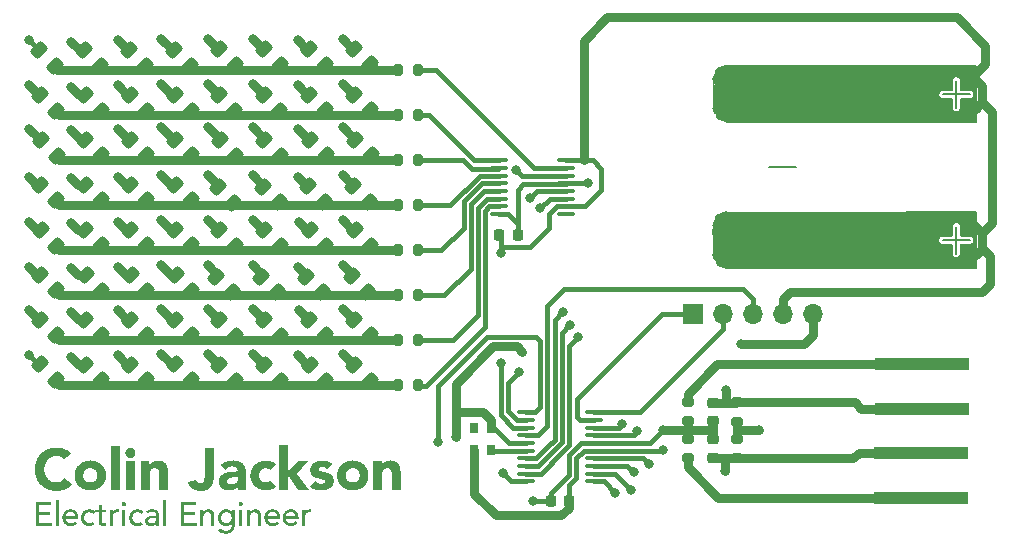
<source format=gbr>
%TF.GenerationSoftware,KiCad,Pcbnew,7.0.7*%
%TF.CreationDate,2025-03-26T12:31:57-04:00*%
%TF.ProjectId,stm_business_card2,73746d5f-6275-4736-996e-6573735f6361,rev?*%
%TF.SameCoordinates,Original*%
%TF.FileFunction,Copper,L1,Top*%
%TF.FilePolarity,Positive*%
%FSLAX46Y46*%
G04 Gerber Fmt 4.6, Leading zero omitted, Abs format (unit mm)*
G04 Created by KiCad (PCBNEW 7.0.7) date 2025-03-26 12:31:57*
%MOMM*%
%LPD*%
G01*
G04 APERTURE LIST*
G04 Aperture macros list*
%AMRoundRect*
0 Rectangle with rounded corners*
0 $1 Rounding radius*
0 $2 $3 $4 $5 $6 $7 $8 $9 X,Y pos of 4 corners*
0 Add a 4 corners polygon primitive as box body*
4,1,4,$2,$3,$4,$5,$6,$7,$8,$9,$2,$3,0*
0 Add four circle primitives for the rounded corners*
1,1,$1+$1,$2,$3*
1,1,$1+$1,$4,$5*
1,1,$1+$1,$6,$7*
1,1,$1+$1,$8,$9*
0 Add four rect primitives between the rounded corners*
20,1,$1+$1,$2,$3,$4,$5,0*
20,1,$1+$1,$4,$5,$6,$7,0*
20,1,$1+$1,$6,$7,$8,$9,0*
20,1,$1+$1,$8,$9,$2,$3,0*%
G04 Aperture macros list end*
%TA.AperFunction,NonConductor*%
%ADD10C,0.200000*%
%TD*%
%ADD11C,0.375000*%
%TA.AperFunction,NonConductor*%
%ADD12C,0.375000*%
%TD*%
%ADD13C,0.300000*%
%TA.AperFunction,NonConductor*%
%ADD14C,0.300000*%
%TD*%
%TA.AperFunction,EtchedComponent*%
%ADD15C,0.100000*%
%TD*%
%TA.AperFunction,EtchedComponent*%
%ADD16C,0.200000*%
%TD*%
%TA.AperFunction,EtchedComponent*%
%ADD17C,1.200000*%
%TD*%
%TA.AperFunction,SMDPad,CuDef*%
%ADD18RoundRect,0.243750X0.494975X0.150260X0.150260X0.494975X-0.494975X-0.150260X-0.150260X-0.494975X0*%
%TD*%
%TA.AperFunction,SMDPad,CuDef*%
%ADD19R,0.800000X0.900000*%
%TD*%
%TA.AperFunction,SMDPad,CuDef*%
%ADD20RoundRect,0.650000X-0.650000X-1.800000X0.650000X-1.800000X0.650000X1.800000X-0.650000X1.800000X0*%
%TD*%
%TA.AperFunction,SMDPad,CuDef*%
%ADD21RoundRect,0.612500X-0.612500X-1.837500X0.612500X-1.837500X0.612500X1.837500X-0.612500X1.837500X0*%
%TD*%
%TA.AperFunction,SMDPad,CuDef*%
%ADD22R,1.700000X1.000000*%
%TD*%
%TA.AperFunction,SMDPad,CuDef*%
%ADD23RoundRect,0.200000X-0.200000X-0.275000X0.200000X-0.275000X0.200000X0.275000X-0.200000X0.275000X0*%
%TD*%
%TA.AperFunction,ComponentPad*%
%ADD24R,1.700000X1.700000*%
%TD*%
%TA.AperFunction,ComponentPad*%
%ADD25O,1.700000X1.700000*%
%TD*%
%TA.AperFunction,SMDPad,CuDef*%
%ADD26RoundRect,0.225000X-0.225000X-0.250000X0.225000X-0.250000X0.225000X0.250000X-0.225000X0.250000X0*%
%TD*%
%TA.AperFunction,SMDPad,CuDef*%
%ADD27RoundRect,0.100000X-0.637500X-0.100000X0.637500X-0.100000X0.637500X0.100000X-0.637500X0.100000X0*%
%TD*%
%TA.AperFunction,SMDPad,CuDef*%
%ADD28RoundRect,0.200000X-0.275000X0.200000X-0.275000X-0.200000X0.275000X-0.200000X0.275000X0.200000X0*%
%TD*%
%TA.AperFunction,SMDPad,CuDef*%
%ADD29RoundRect,0.200000X0.275000X-0.200000X0.275000X0.200000X-0.275000X0.200000X-0.275000X-0.200000X0*%
%TD*%
%TA.AperFunction,SMDPad,CuDef*%
%ADD30RoundRect,0.225000X0.250000X-0.225000X0.250000X0.225000X-0.250000X0.225000X-0.250000X-0.225000X0*%
%TD*%
%TA.AperFunction,SMDPad,CuDef*%
%ADD31RoundRect,0.225000X0.225000X0.250000X-0.225000X0.250000X-0.225000X-0.250000X0.225000X-0.250000X0*%
%TD*%
%TA.AperFunction,SMDPad,CuDef*%
%ADD32RoundRect,0.225000X-0.250000X0.225000X-0.250000X-0.225000X0.250000X-0.225000X0.250000X0.225000X0*%
%TD*%
%TA.AperFunction,ViaPad*%
%ADD33C,0.800000*%
%TD*%
%TA.AperFunction,Conductor*%
%ADD34C,0.750000*%
%TD*%
%TA.AperFunction,Conductor*%
%ADD35C,0.400000*%
%TD*%
%TA.AperFunction,Conductor*%
%ADD36C,1.000000*%
%TD*%
G04 APERTURE END LIST*
D10*
X107086400Y-39776400D02*
X104800400Y-39776400D01*
X105943400Y-40919400D02*
X105943400Y-38633400D01*
X107086400Y-27432000D02*
X104800400Y-27432000D01*
X105943400Y-28575000D02*
X105943400Y-26289000D01*
X92329000Y-33578800D02*
X90043000Y-33578800D01*
D11*
D12*
G36*
X28018166Y-61946562D02*
G01*
X29303860Y-61946562D01*
X29303860Y-62196667D01*
X28288299Y-62196667D01*
X28288299Y-62790665D01*
X29233518Y-62790665D01*
X29233518Y-63040770D01*
X28288299Y-63040770D01*
X28288299Y-63697295D01*
X29354663Y-63697295D01*
X29354663Y-63947400D01*
X28018166Y-63947400D01*
X28018166Y-61946562D01*
G37*
G36*
X29682925Y-61821510D02*
G01*
X29935961Y-61821510D01*
X29935961Y-63947400D01*
X29682925Y-63947400D01*
X29682925Y-61821510D01*
G37*
G36*
X30967610Y-62572062D02*
G01*
X30989128Y-62572778D01*
X31010215Y-62573970D01*
X31030871Y-62575640D01*
X31051095Y-62577787D01*
X31070889Y-62580410D01*
X31090251Y-62583511D01*
X31118485Y-62589057D01*
X31145749Y-62595676D01*
X31172043Y-62603368D01*
X31197366Y-62612133D01*
X31221720Y-62621972D01*
X31245103Y-62632884D01*
X31267705Y-62644660D01*
X31289536Y-62657087D01*
X31310593Y-62670168D01*
X31330878Y-62683901D01*
X31350389Y-62698286D01*
X31369128Y-62713324D01*
X31387094Y-62729015D01*
X31404288Y-62745358D01*
X31420708Y-62762354D01*
X31436356Y-62780003D01*
X31446359Y-62792131D01*
X31460810Y-62810764D01*
X31474489Y-62829843D01*
X31487394Y-62849370D01*
X31499527Y-62869342D01*
X31510887Y-62889761D01*
X31521475Y-62910627D01*
X31531289Y-62931939D01*
X31540331Y-62953697D01*
X31548600Y-62975903D01*
X31556096Y-62998554D01*
X31560664Y-63013903D01*
X31566950Y-63037023D01*
X31572617Y-63060220D01*
X31577666Y-63083494D01*
X31582097Y-63106845D01*
X31585909Y-63130274D01*
X31589103Y-63153780D01*
X31591679Y-63177363D01*
X31593637Y-63201024D01*
X31594977Y-63224762D01*
X31595698Y-63248577D01*
X31595835Y-63264496D01*
X31595835Y-63353401D01*
X30526540Y-63353401D01*
X30527135Y-63375986D01*
X30528921Y-63398067D01*
X30531898Y-63419644D01*
X30536066Y-63440718D01*
X30541424Y-63461288D01*
X30547972Y-63481354D01*
X30555712Y-63500916D01*
X30564642Y-63519975D01*
X30574534Y-63538323D01*
X30585158Y-63556000D01*
X30596516Y-63573006D01*
X30608606Y-63589339D01*
X30621428Y-63605002D01*
X30634984Y-63619992D01*
X30649272Y-63634311D01*
X30664293Y-63647958D01*
X30680108Y-63660788D01*
X30696533Y-63672901D01*
X30713569Y-63684297D01*
X30731216Y-63694975D01*
X30749473Y-63704935D01*
X30768340Y-63714178D01*
X30787819Y-63722704D01*
X30807908Y-63730512D01*
X30828394Y-63737381D01*
X30849063Y-63743335D01*
X30869915Y-63748372D01*
X30890950Y-63752494D01*
X30912169Y-63755699D01*
X30933571Y-63757989D01*
X30955156Y-63759363D01*
X30976924Y-63759821D01*
X30998814Y-63759370D01*
X31020155Y-63758018D01*
X31040946Y-63755764D01*
X31061188Y-63752608D01*
X31080880Y-63748551D01*
X31100022Y-63743592D01*
X31124691Y-63735578D01*
X31148382Y-63725961D01*
X31171097Y-63714741D01*
X31182088Y-63708530D01*
X31203726Y-63695074D01*
X31224922Y-63680595D01*
X31245675Y-63665093D01*
X31260949Y-63652795D01*
X31275974Y-63639923D01*
X31290751Y-63626474D01*
X31305278Y-63612451D01*
X31319556Y-63597852D01*
X31333585Y-63582678D01*
X31342800Y-63572242D01*
X31533798Y-63713903D01*
X31520443Y-63730192D01*
X31506759Y-63745964D01*
X31492745Y-63761219D01*
X31478400Y-63775956D01*
X31463726Y-63790177D01*
X31448721Y-63803880D01*
X31433386Y-63817066D01*
X31417721Y-63829736D01*
X31401726Y-63841888D01*
X31385401Y-63853522D01*
X31368746Y-63864640D01*
X31351760Y-63875241D01*
X31334445Y-63885325D01*
X31316799Y-63894891D01*
X31298824Y-63903940D01*
X31280518Y-63912473D01*
X31261882Y-63920488D01*
X31242916Y-63927986D01*
X31223620Y-63934967D01*
X31203993Y-63941431D01*
X31184037Y-63947378D01*
X31163751Y-63952807D01*
X31143134Y-63957720D01*
X31122187Y-63962115D01*
X31100910Y-63965993D01*
X31079304Y-63969355D01*
X31057367Y-63972199D01*
X31035099Y-63974526D01*
X31012502Y-63976336D01*
X30989575Y-63977628D01*
X30966317Y-63978404D01*
X30942730Y-63978663D01*
X30923183Y-63978453D01*
X30894292Y-63977351D01*
X30865915Y-63975304D01*
X30838055Y-63972313D01*
X30810709Y-63968378D01*
X30783879Y-63963498D01*
X30757563Y-63957673D01*
X30731763Y-63950904D01*
X30706478Y-63943190D01*
X30681709Y-63934532D01*
X30657454Y-63924929D01*
X30633801Y-63914498D01*
X30610834Y-63903354D01*
X30588555Y-63891497D01*
X30566962Y-63878928D01*
X30546057Y-63865645D01*
X30525838Y-63851651D01*
X30506306Y-63836943D01*
X30487461Y-63821523D01*
X30469303Y-63805390D01*
X30451832Y-63788544D01*
X30440567Y-63776918D01*
X30424345Y-63758853D01*
X30408836Y-63740196D01*
X30394040Y-63720946D01*
X30379956Y-63701103D01*
X30366585Y-63680669D01*
X30353927Y-63659641D01*
X30341982Y-63638022D01*
X30330749Y-63615809D01*
X30320229Y-63593005D01*
X30310421Y-63569607D01*
X30304279Y-63553680D01*
X30295724Y-63529403D01*
X30288010Y-63504748D01*
X30281138Y-63479715D01*
X30275107Y-63454304D01*
X30269918Y-63428515D01*
X30265570Y-63402349D01*
X30262064Y-63375804D01*
X30259399Y-63348882D01*
X30257576Y-63321583D01*
X30256594Y-63293905D01*
X30256407Y-63275243D01*
X30256863Y-63247314D01*
X30258228Y-63219762D01*
X30260503Y-63192588D01*
X30263685Y-63165822D01*
X30526540Y-63165822D01*
X31325703Y-63165822D01*
X31324642Y-63145642D01*
X31322924Y-63125889D01*
X31319855Y-63101798D01*
X31315759Y-63078376D01*
X31310638Y-63055621D01*
X31304492Y-63033534D01*
X31298836Y-63016346D01*
X31290772Y-62995557D01*
X31281539Y-62975626D01*
X31271137Y-62956554D01*
X31259566Y-62938341D01*
X31246827Y-62920986D01*
X31232919Y-62904490D01*
X31227029Y-62898132D01*
X31211484Y-62882946D01*
X31194771Y-62868833D01*
X31176890Y-62855793D01*
X31157839Y-62843826D01*
X31137620Y-62832933D01*
X31116232Y-62823113D01*
X31107350Y-62819486D01*
X31084466Y-62811183D01*
X31065301Y-62805554D01*
X31045372Y-62800826D01*
X31024680Y-62796998D01*
X31003225Y-62794071D01*
X30981006Y-62792044D01*
X30958025Y-62790919D01*
X30940287Y-62790665D01*
X30917321Y-62791200D01*
X30894828Y-62792803D01*
X30872808Y-62795474D01*
X30851261Y-62799214D01*
X30830187Y-62804022D01*
X30809587Y-62809900D01*
X30789460Y-62816845D01*
X30769806Y-62824859D01*
X30750877Y-62833614D01*
X30732681Y-62843025D01*
X30715218Y-62853092D01*
X30698487Y-62863816D01*
X30682489Y-62875196D01*
X30663522Y-62890345D01*
X30645700Y-62906519D01*
X30638892Y-62913275D01*
X30622825Y-62930518D01*
X30607903Y-62948357D01*
X30594127Y-62966792D01*
X30581495Y-62985823D01*
X30570008Y-63005451D01*
X30559665Y-63025675D01*
X30555849Y-63033931D01*
X30547406Y-63054668D01*
X30540393Y-63075357D01*
X30534812Y-63095999D01*
X30530662Y-63116592D01*
X30527943Y-63137138D01*
X30526655Y-63157636D01*
X30526540Y-63165822D01*
X30263685Y-63165822D01*
X30263689Y-63165792D01*
X30267785Y-63139374D01*
X30272791Y-63113333D01*
X30278707Y-63087670D01*
X30285533Y-63062386D01*
X30293270Y-63037478D01*
X30301917Y-63012949D01*
X30308187Y-62996806D01*
X30318331Y-62973018D01*
X30329161Y-62949832D01*
X30340679Y-62927246D01*
X30352883Y-62905261D01*
X30365775Y-62883877D01*
X30379353Y-62863095D01*
X30393619Y-62842913D01*
X30408571Y-62823333D01*
X30424210Y-62804353D01*
X30440536Y-62785975D01*
X30451802Y-62774057D01*
X30469326Y-62756649D01*
X30487459Y-62739962D01*
X30506203Y-62723997D01*
X30525555Y-62708752D01*
X30545518Y-62694230D01*
X30566090Y-62680428D01*
X30587272Y-62667348D01*
X30609064Y-62654988D01*
X30631465Y-62643351D01*
X30654476Y-62632434D01*
X30670155Y-62625557D01*
X30694074Y-62615954D01*
X30718389Y-62607296D01*
X30743099Y-62599583D01*
X30768203Y-62592813D01*
X30793703Y-62586989D01*
X30819597Y-62582109D01*
X30845887Y-62578173D01*
X30872571Y-62575182D01*
X30899651Y-62573136D01*
X30927125Y-62572034D01*
X30945661Y-62571824D01*
X30967610Y-62572062D01*
G37*
G36*
X32844405Y-62946981D02*
G01*
X32826705Y-62932059D01*
X32808776Y-62918069D01*
X32790618Y-62905009D01*
X32772231Y-62892881D01*
X32753615Y-62881684D01*
X32734770Y-62871418D01*
X32715696Y-62862084D01*
X32696393Y-62853680D01*
X32676640Y-62846238D01*
X32655971Y-62839789D01*
X32634386Y-62834331D01*
X32611885Y-62829866D01*
X32588469Y-62826394D01*
X32564136Y-62823913D01*
X32538887Y-62822425D01*
X32519350Y-62821959D01*
X32512723Y-62821928D01*
X32487016Y-62822509D01*
X32462165Y-62824249D01*
X32438168Y-62827149D01*
X32415026Y-62831210D01*
X32392739Y-62836430D01*
X32371306Y-62842811D01*
X32350729Y-62850352D01*
X32331006Y-62859053D01*
X32312100Y-62868770D01*
X32293973Y-62879356D01*
X32276624Y-62890813D01*
X32260054Y-62903139D01*
X32244262Y-62916336D01*
X32229249Y-62930403D01*
X32215014Y-62945340D01*
X32201557Y-62961147D01*
X32188887Y-62977580D01*
X32177011Y-62994639D01*
X32165929Y-63012323D01*
X32155640Y-63030634D01*
X32146145Y-63049570D01*
X32137444Y-63069133D01*
X32129536Y-63089321D01*
X32122423Y-63110135D01*
X32116240Y-63131247D01*
X32110882Y-63152572D01*
X32106349Y-63174111D01*
X32102639Y-63195864D01*
X32099754Y-63217831D01*
X32097693Y-63240011D01*
X32096457Y-63262405D01*
X32096045Y-63285013D01*
X32096525Y-63307582D01*
X32097968Y-63329862D01*
X32100372Y-63351851D01*
X32103738Y-63373551D01*
X32108066Y-63394960D01*
X32113355Y-63416080D01*
X32119606Y-63436909D01*
X32126819Y-63457448D01*
X32135024Y-63477400D01*
X32144008Y-63496710D01*
X32153770Y-63515380D01*
X32164310Y-63533408D01*
X32175630Y-63550795D01*
X32187727Y-63567541D01*
X32200603Y-63583646D01*
X32214258Y-63599109D01*
X32228653Y-63613848D01*
X32243750Y-63627777D01*
X32259550Y-63640898D01*
X32276052Y-63653209D01*
X32293255Y-63664711D01*
X32311161Y-63675405D01*
X32329770Y-63685289D01*
X32349080Y-63694364D01*
X32369162Y-63702378D01*
X32389838Y-63709324D01*
X32411110Y-63715201D01*
X32432978Y-63720009D01*
X32455440Y-63723749D01*
X32478498Y-63726421D01*
X32502152Y-63728024D01*
X32526400Y-63728558D01*
X32546184Y-63728279D01*
X32571708Y-63727039D01*
X32596254Y-63724806D01*
X32619823Y-63721581D01*
X32642416Y-63717364D01*
X32664031Y-63712155D01*
X32684670Y-63705954D01*
X32704331Y-63698760D01*
X32709094Y-63696806D01*
X32727962Y-63688403D01*
X32746463Y-63679068D01*
X32764598Y-63668802D01*
X32782367Y-63657605D01*
X32799769Y-63645477D01*
X32816805Y-63632418D01*
X32833475Y-63618427D01*
X32849778Y-63603506D01*
X33030029Y-63778872D01*
X33011244Y-63798315D01*
X32991893Y-63816710D01*
X32971975Y-63834058D01*
X32951490Y-63850359D01*
X32930438Y-63865612D01*
X32908820Y-63879817D01*
X32886635Y-63892974D01*
X32863883Y-63905084D01*
X32840565Y-63916147D01*
X32816679Y-63926162D01*
X32800441Y-63932256D01*
X32775844Y-63940550D01*
X32750965Y-63948027D01*
X32725801Y-63954689D01*
X32700355Y-63960535D01*
X32674625Y-63965566D01*
X32648612Y-63969780D01*
X32622315Y-63973179D01*
X32595735Y-63975762D01*
X32568872Y-63977530D01*
X32541725Y-63978481D01*
X32523470Y-63978663D01*
X32494754Y-63978216D01*
X32466494Y-63976877D01*
X32438689Y-63974644D01*
X32411339Y-63971518D01*
X32384444Y-63967500D01*
X32358005Y-63962588D01*
X32332020Y-63956784D01*
X32306490Y-63950086D01*
X32281416Y-63942496D01*
X32256796Y-63934012D01*
X32240636Y-63927860D01*
X32216949Y-63917887D01*
X32193879Y-63907201D01*
X32171428Y-63895802D01*
X32149595Y-63883690D01*
X32128380Y-63870866D01*
X32107784Y-63857329D01*
X32087805Y-63843080D01*
X32068445Y-63828117D01*
X32049703Y-63812442D01*
X32031580Y-63796055D01*
X32019841Y-63784734D01*
X32002808Y-63767188D01*
X31986513Y-63748990D01*
X31970957Y-63730140D01*
X31956139Y-63710637D01*
X31942060Y-63690481D01*
X31928719Y-63669672D01*
X31916117Y-63648212D01*
X31904253Y-63626098D01*
X31893127Y-63603332D01*
X31882740Y-63579913D01*
X31876226Y-63563938D01*
X31867234Y-63539526D01*
X31859127Y-63514651D01*
X31851904Y-63489312D01*
X31845566Y-63463509D01*
X31840112Y-63437242D01*
X31835542Y-63410512D01*
X31831857Y-63383318D01*
X31829057Y-63355660D01*
X31827140Y-63327539D01*
X31826109Y-63298954D01*
X31825912Y-63279640D01*
X31826354Y-63250650D01*
X31827681Y-63222115D01*
X31829892Y-63194035D01*
X31832987Y-63166410D01*
X31836967Y-63139240D01*
X31841832Y-63112526D01*
X31847580Y-63086266D01*
X31854214Y-63060462D01*
X31861731Y-63035113D01*
X31870133Y-63010219D01*
X31876226Y-62993875D01*
X31886108Y-62969747D01*
X31896702Y-62946271D01*
X31908010Y-62923448D01*
X31920029Y-62901277D01*
X31932762Y-62879759D01*
X31946207Y-62858893D01*
X31960365Y-62838680D01*
X31975236Y-62819120D01*
X31990819Y-62800212D01*
X32007115Y-62781957D01*
X32018375Y-62770149D01*
X32035912Y-62752928D01*
X32054084Y-62736438D01*
X32072892Y-62720677D01*
X32092335Y-62705646D01*
X32112414Y-62691345D01*
X32133128Y-62677774D01*
X32154477Y-62664932D01*
X32176462Y-62652821D01*
X32199082Y-62641439D01*
X32222337Y-62630787D01*
X32238194Y-62624092D01*
X32262453Y-62614751D01*
X32287235Y-62606329D01*
X32312542Y-62598825D01*
X32338372Y-62592241D01*
X32364726Y-62586575D01*
X32391603Y-62581828D01*
X32419005Y-62578000D01*
X32446930Y-62575091D01*
X32475379Y-62573100D01*
X32504352Y-62572028D01*
X32523958Y-62571824D01*
X32551232Y-62572270D01*
X32578283Y-62573610D01*
X32605111Y-62575842D01*
X32631715Y-62578968D01*
X32658096Y-62582986D01*
X32684254Y-62587898D01*
X32710188Y-62593703D01*
X32735900Y-62600400D01*
X32761388Y-62607991D01*
X32786653Y-62616474D01*
X32803372Y-62622626D01*
X32828159Y-62632532D01*
X32852327Y-62643383D01*
X32875878Y-62655178D01*
X32898810Y-62667918D01*
X32921124Y-62681602D01*
X32942819Y-62696231D01*
X32963897Y-62711805D01*
X32984356Y-62728322D01*
X33004197Y-62745785D01*
X33023419Y-62764192D01*
X33035891Y-62776988D01*
X32844405Y-62946981D01*
G37*
G36*
X33953756Y-62821928D02*
G01*
X33590811Y-62821928D01*
X33590811Y-63423743D01*
X33590914Y-63444591D01*
X33591223Y-63465371D01*
X33591738Y-63486082D01*
X33592459Y-63506724D01*
X33593387Y-63527298D01*
X33593742Y-63534141D01*
X33595373Y-63554262D01*
X33598622Y-63576739D01*
X33603321Y-63598140D01*
X33609468Y-63618466D01*
X33614747Y-63632326D01*
X33623612Y-63650362D01*
X33634395Y-63666854D01*
X33647094Y-63681804D01*
X33661710Y-63695211D01*
X33670922Y-63702180D01*
X33689275Y-63712458D01*
X33707685Y-63719259D01*
X33728568Y-63724204D01*
X33751923Y-63727296D01*
X33773275Y-63728455D01*
X33782297Y-63728558D01*
X33802076Y-63728161D01*
X33822088Y-63726968D01*
X33842334Y-63724982D01*
X33862813Y-63722200D01*
X33874621Y-63720254D01*
X33895167Y-63715943D01*
X33914919Y-63710276D01*
X33933876Y-63703253D01*
X33952038Y-63694875D01*
X33962060Y-63689479D01*
X33962060Y-63930791D01*
X33944263Y-63940282D01*
X33924576Y-63948605D01*
X33903001Y-63955761D01*
X33883578Y-63960832D01*
X33862844Y-63965092D01*
X33845312Y-63967916D01*
X33823659Y-63971012D01*
X33803581Y-63973583D01*
X33781564Y-63975976D01*
X33761815Y-63977613D01*
X33741639Y-63978568D01*
X33733937Y-63978663D01*
X33707127Y-63978302D01*
X33681467Y-63977220D01*
X33656958Y-63975417D01*
X33633599Y-63972892D01*
X33611391Y-63969647D01*
X33590334Y-63965680D01*
X33570427Y-63960991D01*
X33545675Y-63953618D01*
X33522968Y-63944963D01*
X33507280Y-63937630D01*
X33487908Y-63926998D01*
X33469850Y-63915617D01*
X33453104Y-63903489D01*
X33437671Y-63890613D01*
X33423550Y-63876989D01*
X33407746Y-63858907D01*
X33393993Y-63839656D01*
X33389066Y-63831628D01*
X33378051Y-63810803D01*
X33368515Y-63789239D01*
X33360458Y-63766935D01*
X33353880Y-63743892D01*
X33348780Y-63720109D01*
X33345766Y-63700551D01*
X33344126Y-63685571D01*
X33342523Y-63665284D01*
X33341134Y-63644966D01*
X33339958Y-63624617D01*
X33338996Y-63604238D01*
X33338248Y-63583829D01*
X33337714Y-63563389D01*
X33337394Y-63542918D01*
X33337287Y-63522417D01*
X33337287Y-62821928D01*
X33044684Y-62821928D01*
X33044684Y-62603087D01*
X33337287Y-62603087D01*
X33337287Y-62227930D01*
X33590811Y-62227930D01*
X33590811Y-62603087D01*
X33953756Y-62603087D01*
X33953756Y-62821928D01*
G37*
G36*
X34274691Y-62603087D02*
G01*
X34527726Y-62603087D01*
X34527726Y-62812647D01*
X34533588Y-62812647D01*
X34543532Y-62792841D01*
X34554677Y-62773721D01*
X34567025Y-62755288D01*
X34580574Y-62737543D01*
X34595326Y-62720484D01*
X34600511Y-62714950D01*
X34616774Y-62698910D01*
X34633690Y-62683763D01*
X34651258Y-62669509D01*
X34669479Y-62656149D01*
X34688352Y-62643681D01*
X34694788Y-62639723D01*
X34714732Y-62628463D01*
X34735363Y-62618131D01*
X34756681Y-62608725D01*
X34774971Y-62601596D01*
X34793737Y-62595111D01*
X34809094Y-62590386D01*
X34828481Y-62585039D01*
X34847868Y-62580597D01*
X34867254Y-62577063D01*
X34886641Y-62574434D01*
X34909905Y-62572476D01*
X34933169Y-62571824D01*
X34955873Y-62572373D01*
X34977820Y-62574022D01*
X34999012Y-62576770D01*
X35019448Y-62580617D01*
X35039129Y-62585562D01*
X35045521Y-62587455D01*
X35034286Y-62841468D01*
X35015004Y-62836564D01*
X34995627Y-62832232D01*
X34976154Y-62828473D01*
X34972248Y-62827790D01*
X34951033Y-62824453D01*
X34929702Y-62822501D01*
X34910211Y-62821928D01*
X34887347Y-62822346D01*
X34865163Y-62823600D01*
X34843658Y-62825689D01*
X34822833Y-62828615D01*
X34802687Y-62832376D01*
X34783220Y-62836972D01*
X34764432Y-62842405D01*
X34737524Y-62852121D01*
X34712145Y-62863717D01*
X34688294Y-62877194D01*
X34665972Y-62892551D01*
X34645178Y-62909789D01*
X34625912Y-62928907D01*
X34608365Y-62949917D01*
X34592544Y-62973014D01*
X34578449Y-62998197D01*
X34570011Y-63016145D01*
X34562341Y-63035020D01*
X34555437Y-63054823D01*
X34549300Y-63075553D01*
X34543931Y-63097211D01*
X34539328Y-63119795D01*
X34535493Y-63143308D01*
X34532425Y-63167747D01*
X34530123Y-63193114D01*
X34528589Y-63219408D01*
X34527822Y-63246630D01*
X34527726Y-63260589D01*
X34527726Y-63947400D01*
X34274691Y-63947400D01*
X34274691Y-62603087D01*
G37*
G36*
X35329820Y-62603087D02*
G01*
X35582855Y-62603087D01*
X35582855Y-63947400D01*
X35329820Y-63947400D01*
X35329820Y-62603087D01*
G37*
G36*
X35270713Y-62134141D02*
G01*
X35272049Y-62110699D01*
X35276056Y-62088307D01*
X35282734Y-62066964D01*
X35292084Y-62046671D01*
X35304106Y-62027427D01*
X35318798Y-62009233D01*
X35325424Y-62002249D01*
X35343174Y-61986207D01*
X35361926Y-61972883D01*
X35381680Y-61962279D01*
X35402436Y-61954393D01*
X35424194Y-61949227D01*
X35446953Y-61946780D01*
X35456338Y-61946562D01*
X35479486Y-61947922D01*
X35501608Y-61952000D01*
X35522705Y-61958798D01*
X35542777Y-61968315D01*
X35561822Y-61980551D01*
X35579843Y-61995506D01*
X35586763Y-62002249D01*
X35602665Y-62020024D01*
X35615872Y-62038848D01*
X35626384Y-62058721D01*
X35634200Y-62079644D01*
X35639321Y-62101616D01*
X35641747Y-62124638D01*
X35641962Y-62134141D01*
X35640615Y-62157594D01*
X35636572Y-62180022D01*
X35629834Y-62201424D01*
X35620400Y-62221801D01*
X35608272Y-62241152D01*
X35593448Y-62259477D01*
X35586763Y-62266520D01*
X35569154Y-62282422D01*
X35550518Y-62295629D01*
X35530857Y-62306141D01*
X35510170Y-62313957D01*
X35488458Y-62319078D01*
X35465720Y-62321503D01*
X35456338Y-62321719D01*
X35433178Y-62320371D01*
X35411019Y-62316329D01*
X35389863Y-62309590D01*
X35369708Y-62300157D01*
X35350555Y-62288028D01*
X35332404Y-62273204D01*
X35325424Y-62266520D01*
X35309662Y-62248605D01*
X35296572Y-62229664D01*
X35286154Y-62209698D01*
X35278407Y-62188706D01*
X35273331Y-62166688D01*
X35270927Y-62143645D01*
X35270713Y-62134141D01*
G37*
G36*
X36935961Y-62946981D02*
G01*
X36918261Y-62932059D01*
X36900332Y-62918069D01*
X36882174Y-62905009D01*
X36863787Y-62892881D01*
X36845171Y-62881684D01*
X36826326Y-62871418D01*
X36807252Y-62862084D01*
X36787950Y-62853680D01*
X36768197Y-62846238D01*
X36747527Y-62839789D01*
X36725943Y-62834331D01*
X36703442Y-62829866D01*
X36680025Y-62826394D01*
X36655692Y-62823913D01*
X36630444Y-62822425D01*
X36610906Y-62821959D01*
X36604279Y-62821928D01*
X36578572Y-62822509D01*
X36553721Y-62824249D01*
X36529724Y-62827149D01*
X36506582Y-62831210D01*
X36484295Y-62836430D01*
X36462862Y-62842811D01*
X36442285Y-62850352D01*
X36422562Y-62859053D01*
X36403656Y-62868770D01*
X36385529Y-62879356D01*
X36368180Y-62890813D01*
X36351610Y-62903139D01*
X36335818Y-62916336D01*
X36320805Y-62930403D01*
X36306570Y-62945340D01*
X36293114Y-62961147D01*
X36280444Y-62977580D01*
X36268567Y-62994639D01*
X36257485Y-63012323D01*
X36247196Y-63030634D01*
X36237701Y-63049570D01*
X36229000Y-63069133D01*
X36221093Y-63089321D01*
X36213979Y-63110135D01*
X36207797Y-63131247D01*
X36202439Y-63152572D01*
X36197905Y-63174111D01*
X36194195Y-63195864D01*
X36191310Y-63217831D01*
X36189249Y-63240011D01*
X36188013Y-63262405D01*
X36187601Y-63285013D01*
X36188082Y-63307582D01*
X36189524Y-63329862D01*
X36191928Y-63351851D01*
X36195294Y-63373551D01*
X36199622Y-63394960D01*
X36204911Y-63416080D01*
X36211163Y-63436909D01*
X36218375Y-63457448D01*
X36226580Y-63477400D01*
X36235564Y-63496710D01*
X36245326Y-63515380D01*
X36255867Y-63533408D01*
X36267186Y-63550795D01*
X36279283Y-63567541D01*
X36292160Y-63583646D01*
X36305814Y-63599109D01*
X36320209Y-63613848D01*
X36335307Y-63627777D01*
X36351106Y-63640898D01*
X36367608Y-63653209D01*
X36384812Y-63664711D01*
X36402718Y-63675405D01*
X36421326Y-63685289D01*
X36440636Y-63694364D01*
X36460718Y-63702378D01*
X36481394Y-63709324D01*
X36502666Y-63715201D01*
X36524534Y-63720009D01*
X36546996Y-63723749D01*
X36570055Y-63726421D01*
X36593708Y-63728024D01*
X36617957Y-63728558D01*
X36637740Y-63728279D01*
X36663264Y-63727039D01*
X36687810Y-63724806D01*
X36711380Y-63721581D01*
X36733972Y-63717364D01*
X36755587Y-63712155D01*
X36776226Y-63705954D01*
X36795888Y-63698760D01*
X36800650Y-63696806D01*
X36819518Y-63688403D01*
X36838019Y-63679068D01*
X36856154Y-63668802D01*
X36873923Y-63657605D01*
X36891325Y-63645477D01*
X36908361Y-63632418D01*
X36925031Y-63618427D01*
X36941334Y-63603506D01*
X37121585Y-63778872D01*
X37102801Y-63798315D01*
X37083449Y-63816710D01*
X37063531Y-63834058D01*
X37043046Y-63850359D01*
X37021994Y-63865612D01*
X37000376Y-63879817D01*
X36978191Y-63892974D01*
X36955439Y-63905084D01*
X36932121Y-63916147D01*
X36908235Y-63926162D01*
X36891997Y-63932256D01*
X36867401Y-63940550D01*
X36842521Y-63948027D01*
X36817358Y-63954689D01*
X36791911Y-63960535D01*
X36766181Y-63965566D01*
X36740168Y-63969780D01*
X36713871Y-63973179D01*
X36687291Y-63975762D01*
X36660428Y-63977530D01*
X36633281Y-63978481D01*
X36615026Y-63978663D01*
X36586311Y-63978216D01*
X36558050Y-63976877D01*
X36530245Y-63974644D01*
X36502895Y-63971518D01*
X36476001Y-63967500D01*
X36449561Y-63962588D01*
X36423576Y-63956784D01*
X36398046Y-63950086D01*
X36372972Y-63942496D01*
X36348353Y-63934012D01*
X36332193Y-63927860D01*
X36308505Y-63917887D01*
X36285435Y-63907201D01*
X36262984Y-63895802D01*
X36241151Y-63883690D01*
X36219936Y-63870866D01*
X36199340Y-63857329D01*
X36179361Y-63843080D01*
X36160001Y-63828117D01*
X36141259Y-63812442D01*
X36123136Y-63796055D01*
X36111397Y-63784734D01*
X36094364Y-63767188D01*
X36078069Y-63748990D01*
X36062513Y-63730140D01*
X36047695Y-63710637D01*
X36033616Y-63690481D01*
X36020275Y-63669672D01*
X36007673Y-63648212D01*
X35995809Y-63626098D01*
X35984684Y-63603332D01*
X35974297Y-63579913D01*
X35967782Y-63563938D01*
X35958791Y-63539526D01*
X35950683Y-63514651D01*
X35943460Y-63489312D01*
X35937122Y-63463509D01*
X35931668Y-63437242D01*
X35927099Y-63410512D01*
X35923413Y-63383318D01*
X35920613Y-63355660D01*
X35918697Y-63327539D01*
X35917665Y-63298954D01*
X35917468Y-63279640D01*
X35917910Y-63250650D01*
X35919237Y-63222115D01*
X35921448Y-63194035D01*
X35924544Y-63166410D01*
X35928523Y-63139240D01*
X35933388Y-63112526D01*
X35939137Y-63086266D01*
X35945770Y-63060462D01*
X35953287Y-63035113D01*
X35961689Y-63010219D01*
X35967782Y-62993875D01*
X35977664Y-62969747D01*
X35988259Y-62946271D01*
X35999566Y-62923448D01*
X36011586Y-62901277D01*
X36024318Y-62879759D01*
X36037763Y-62858893D01*
X36051921Y-62838680D01*
X36066792Y-62819120D01*
X36082375Y-62800212D01*
X36098672Y-62781957D01*
X36109932Y-62770149D01*
X36127468Y-62752928D01*
X36145641Y-62736438D01*
X36164448Y-62720677D01*
X36183891Y-62705646D01*
X36203970Y-62691345D01*
X36224684Y-62677774D01*
X36246033Y-62664932D01*
X36268018Y-62652821D01*
X36290638Y-62641439D01*
X36313893Y-62630787D01*
X36329750Y-62624092D01*
X36354009Y-62614751D01*
X36378791Y-62606329D01*
X36404098Y-62598825D01*
X36429928Y-62592241D01*
X36456282Y-62586575D01*
X36483159Y-62581828D01*
X36510561Y-62578000D01*
X36538486Y-62575091D01*
X36566935Y-62573100D01*
X36595908Y-62572028D01*
X36615514Y-62571824D01*
X36642788Y-62572270D01*
X36669839Y-62573610D01*
X36696667Y-62575842D01*
X36723271Y-62578968D01*
X36749652Y-62582986D01*
X36775810Y-62587898D01*
X36801745Y-62593703D01*
X36827456Y-62600400D01*
X36852944Y-62607991D01*
X36878209Y-62616474D01*
X36894928Y-62622626D01*
X36919715Y-62632532D01*
X36943883Y-62643383D01*
X36967434Y-62655178D01*
X36990366Y-62667918D01*
X37012680Y-62681602D01*
X37034375Y-62696231D01*
X37055453Y-62711805D01*
X37075912Y-62728322D01*
X37095753Y-62745785D01*
X37114976Y-62764192D01*
X37127447Y-62776988D01*
X36935961Y-62946981D01*
G37*
G36*
X37892177Y-62572150D02*
G01*
X37918573Y-62573129D01*
X37944247Y-62574760D01*
X37969200Y-62577044D01*
X37993431Y-62579981D01*
X38016942Y-62583570D01*
X38039731Y-62587812D01*
X38061798Y-62592707D01*
X38083145Y-62598254D01*
X38103770Y-62604453D01*
X38117119Y-62608949D01*
X38136568Y-62616046D01*
X38155347Y-62623598D01*
X38173456Y-62631605D01*
X38196560Y-62642989D01*
X38218473Y-62655182D01*
X38239196Y-62668184D01*
X38258728Y-62681995D01*
X38277069Y-62696615D01*
X38290043Y-62708111D01*
X38306346Y-62723911D01*
X38321551Y-62740290D01*
X38335656Y-62757250D01*
X38348661Y-62774790D01*
X38360568Y-62792909D01*
X38371376Y-62811609D01*
X38381085Y-62830889D01*
X38389694Y-62850749D01*
X38397365Y-62871006D01*
X38404013Y-62891477D01*
X38409638Y-62912161D01*
X38414241Y-62933059D01*
X38417820Y-62954171D01*
X38420377Y-62975496D01*
X38421911Y-62997035D01*
X38422423Y-63018788D01*
X38422423Y-63704134D01*
X38422482Y-63725994D01*
X38422661Y-63747305D01*
X38422959Y-63768068D01*
X38423377Y-63788283D01*
X38423914Y-63807949D01*
X38424715Y-63830824D01*
X38424865Y-63834559D01*
X38426067Y-63856535D01*
X38427476Y-63878134D01*
X38429090Y-63899354D01*
X38430910Y-63920197D01*
X38432937Y-63940662D01*
X38433658Y-63947400D01*
X38208466Y-63947400D01*
X38206982Y-63927799D01*
X38205644Y-63908199D01*
X38204452Y-63888598D01*
X38203406Y-63868998D01*
X38202505Y-63849397D01*
X38201751Y-63829797D01*
X38201143Y-63810196D01*
X38200681Y-63790596D01*
X38200365Y-63770995D01*
X38200194Y-63751395D01*
X38200162Y-63738328D01*
X38194300Y-63738328D01*
X38178267Y-63762292D01*
X38161676Y-63784907D01*
X38144527Y-63806175D01*
X38126820Y-63826095D01*
X38108555Y-63844666D01*
X38089732Y-63861890D01*
X38070350Y-63877765D01*
X38050410Y-63892292D01*
X38029913Y-63905471D01*
X38008857Y-63917302D01*
X37994509Y-63924441D01*
X37972572Y-63934131D01*
X37949990Y-63942868D01*
X37926765Y-63950651D01*
X37902895Y-63957482D01*
X37878382Y-63963360D01*
X37853224Y-63968284D01*
X37827423Y-63972256D01*
X37800977Y-63975274D01*
X37773888Y-63977339D01*
X37746154Y-63978451D01*
X37727308Y-63978663D01*
X37704234Y-63978258D01*
X37681421Y-63977044D01*
X37658866Y-63975022D01*
X37636571Y-63972190D01*
X37614536Y-63968549D01*
X37592760Y-63964100D01*
X37571244Y-63958841D01*
X37549987Y-63952773D01*
X37529189Y-63946018D01*
X37509046Y-63938454D01*
X37489560Y-63930081D01*
X37470731Y-63920899D01*
X37452557Y-63910908D01*
X37435041Y-63900108D01*
X37418180Y-63888499D01*
X37401976Y-63876081D01*
X37386635Y-63862762D01*
X37372118Y-63848695D01*
X37358425Y-63833880D01*
X37345556Y-63818317D01*
X37333512Y-63802006D01*
X37322292Y-63784947D01*
X37311896Y-63767141D01*
X37302325Y-63748586D01*
X37293738Y-63729161D01*
X37286297Y-63708988D01*
X37280000Y-63688067D01*
X37274848Y-63666398D01*
X37270841Y-63643981D01*
X37267978Y-63620816D01*
X37266261Y-63596903D01*
X37265689Y-63572242D01*
X37266195Y-63547982D01*
X37266395Y-63544887D01*
X37519213Y-63544887D01*
X37519891Y-63565757D01*
X37521926Y-63585502D01*
X37526750Y-63610079D01*
X37533986Y-63632656D01*
X37543633Y-63653234D01*
X37555693Y-63671812D01*
X37570164Y-63688390D01*
X37587047Y-63702968D01*
X37596393Y-63709507D01*
X37616658Y-63721299D01*
X37638617Y-63731519D01*
X37662270Y-63740167D01*
X37681122Y-63745621D01*
X37700928Y-63750191D01*
X37721686Y-63753876D01*
X37743397Y-63756676D01*
X37766062Y-63758593D01*
X37789679Y-63759624D01*
X37805954Y-63759821D01*
X37831592Y-63759279D01*
X37856237Y-63757653D01*
X37879891Y-63754944D01*
X37902552Y-63751150D01*
X37924221Y-63746273D01*
X37944898Y-63740312D01*
X37964582Y-63733267D01*
X37983274Y-63725139D01*
X38001150Y-63716025D01*
X38018140Y-63706271D01*
X38038132Y-63693176D01*
X38056742Y-63679080D01*
X38073967Y-63663981D01*
X38089810Y-63647881D01*
X38101488Y-63634280D01*
X38114912Y-63616568D01*
X38127095Y-63598235D01*
X38138038Y-63579283D01*
X38147741Y-63559710D01*
X38156204Y-63539517D01*
X38163426Y-63518704D01*
X38165968Y-63510205D01*
X38171738Y-63488857D01*
X38176529Y-63467558D01*
X38180343Y-63446306D01*
X38183179Y-63425101D01*
X38185037Y-63403945D01*
X38185917Y-63382836D01*
X38185996Y-63374406D01*
X38185996Y-63290875D01*
X38051174Y-63290875D01*
X38028520Y-63291027D01*
X38005745Y-63291485D01*
X37982847Y-63292249D01*
X37959827Y-63293317D01*
X37936685Y-63294691D01*
X37913421Y-63296370D01*
X37890034Y-63298355D01*
X37866526Y-63300644D01*
X37843224Y-63303369D01*
X37820456Y-63306659D01*
X37798222Y-63310513D01*
X37776523Y-63314933D01*
X37755357Y-63319917D01*
X37734727Y-63325466D01*
X37714630Y-63331579D01*
X37695068Y-63338258D01*
X37676207Y-63345570D01*
X37658217Y-63353584D01*
X37636954Y-63364589D01*
X37617049Y-63376692D01*
X37598504Y-63389891D01*
X37581319Y-63404188D01*
X37568550Y-63416416D01*
X37554337Y-63432818D01*
X37542532Y-63450581D01*
X37533137Y-63469703D01*
X37526151Y-63490185D01*
X37521574Y-63512026D01*
X37519405Y-63535226D01*
X37519213Y-63544887D01*
X37266395Y-63544887D01*
X37267715Y-63524478D01*
X37270248Y-63501729D01*
X37273794Y-63479736D01*
X37278354Y-63458498D01*
X37283927Y-63438016D01*
X37290513Y-63418289D01*
X37298112Y-63399319D01*
X37306724Y-63381103D01*
X37316350Y-63363644D01*
X37323330Y-63352424D01*
X37334507Y-63336046D01*
X37346422Y-63320253D01*
X37359076Y-63305043D01*
X37372469Y-63290417D01*
X37386599Y-63276375D01*
X37401469Y-63262917D01*
X37417076Y-63250042D01*
X37433422Y-63237752D01*
X37450507Y-63226045D01*
X37468330Y-63214923D01*
X37480622Y-63207832D01*
X37499695Y-63197666D01*
X37519360Y-63188048D01*
X37539617Y-63178981D01*
X37560467Y-63170463D01*
X37581909Y-63162495D01*
X37603944Y-63155076D01*
X37626571Y-63148206D01*
X37649791Y-63141887D01*
X37673603Y-63136116D01*
X37698008Y-63130896D01*
X37714607Y-63127721D01*
X37739862Y-63123356D01*
X37765434Y-63119420D01*
X37791325Y-63115914D01*
X37817532Y-63112837D01*
X37844058Y-63110189D01*
X37870901Y-63107971D01*
X37898063Y-63106182D01*
X37925541Y-63104823D01*
X37953338Y-63103893D01*
X37981452Y-63103392D01*
X38000371Y-63103296D01*
X38185996Y-63103296D01*
X38185996Y-63051028D01*
X38185037Y-63030512D01*
X38182162Y-63009995D01*
X38177370Y-62989479D01*
X38170662Y-62968963D01*
X38165968Y-62957239D01*
X38156461Y-62937167D01*
X38145037Y-62917983D01*
X38131697Y-62899687D01*
X38118737Y-62884712D01*
X38106861Y-62872731D01*
X38091502Y-62859175D01*
X38074735Y-62846719D01*
X38056560Y-62835362D01*
X38036977Y-62825104D01*
X38015986Y-62815945D01*
X38008675Y-62813136D01*
X37989656Y-62806662D01*
X37969539Y-62801286D01*
X37948325Y-62797007D01*
X37926014Y-62793825D01*
X37902606Y-62791741D01*
X37878101Y-62790753D01*
X37867992Y-62790665D01*
X37845535Y-62790952D01*
X37823961Y-62791810D01*
X37803270Y-62793241D01*
X37783461Y-62795245D01*
X37760855Y-62798405D01*
X37739520Y-62802389D01*
X37719347Y-62806825D01*
X37699861Y-62811708D01*
X37681062Y-62817038D01*
X37659998Y-62823820D01*
X37639869Y-62831210D01*
X37620605Y-62839160D01*
X37602135Y-62847625D01*
X37584460Y-62856605D01*
X37565234Y-62867496D01*
X37558292Y-62871754D01*
X37540157Y-62883111D01*
X37522388Y-62894224D01*
X37504986Y-62905093D01*
X37487950Y-62915718D01*
X37336031Y-62762822D01*
X37356385Y-62745378D01*
X37377332Y-62728767D01*
X37398872Y-62712989D01*
X37421004Y-62698044D01*
X37443729Y-62683932D01*
X37467046Y-62670652D01*
X37490955Y-62658206D01*
X37515458Y-62646593D01*
X37540552Y-62635812D01*
X37566239Y-62625864D01*
X37583693Y-62619695D01*
X37610071Y-62611140D01*
X37636449Y-62603427D01*
X37662828Y-62596554D01*
X37689206Y-62590524D01*
X37715584Y-62585334D01*
X37741962Y-62580987D01*
X37768340Y-62577480D01*
X37794719Y-62574816D01*
X37821097Y-62572993D01*
X37847475Y-62572011D01*
X37865061Y-62571824D01*
X37892177Y-62572150D01*
G37*
G36*
X38801976Y-61821510D02*
G01*
X39055012Y-61821510D01*
X39055012Y-63947400D01*
X38801976Y-63947400D01*
X38801976Y-61821510D01*
G37*
G36*
X40296742Y-61946562D02*
G01*
X41582437Y-61946562D01*
X41582437Y-62196667D01*
X40566875Y-62196667D01*
X40566875Y-62790665D01*
X41512095Y-62790665D01*
X41512095Y-63040770D01*
X40566875Y-63040770D01*
X40566875Y-63697295D01*
X41633239Y-63697295D01*
X41633239Y-63947400D01*
X40296742Y-63947400D01*
X40296742Y-61946562D01*
G37*
G36*
X41941962Y-62603087D02*
G01*
X42194998Y-62603087D01*
X42194998Y-62812647D01*
X42200860Y-62812647D01*
X42210367Y-62792858D01*
X42221118Y-62773790D01*
X42233115Y-62755443D01*
X42246358Y-62737817D01*
X42260845Y-62720913D01*
X42276577Y-62704730D01*
X42293554Y-62689268D01*
X42311776Y-62674528D01*
X42331244Y-62660509D01*
X42351956Y-62647211D01*
X42366456Y-62638746D01*
X42388943Y-62626787D01*
X42412074Y-62616003D01*
X42435849Y-62606396D01*
X42460268Y-62597965D01*
X42485331Y-62590711D01*
X42511039Y-62584633D01*
X42537390Y-62579732D01*
X42564385Y-62576006D01*
X42592024Y-62573458D01*
X42620307Y-62572085D01*
X42639520Y-62571824D01*
X42663341Y-62572289D01*
X42686933Y-62573686D01*
X42710297Y-62576014D01*
X42733431Y-62579273D01*
X42756337Y-62583463D01*
X42779013Y-62588585D01*
X42801460Y-62594638D01*
X42823679Y-62601621D01*
X42845546Y-62609582D01*
X42866696Y-62618566D01*
X42887129Y-62628572D01*
X42906844Y-62639601D01*
X42925841Y-62651653D01*
X42944121Y-62664728D01*
X42961684Y-62678825D01*
X42978529Y-62693945D01*
X42994710Y-62710012D01*
X43010036Y-62727193D01*
X43024508Y-62745488D01*
X43038124Y-62764898D01*
X43050886Y-62785422D01*
X43062793Y-62807060D01*
X43073845Y-62829813D01*
X43084042Y-62853680D01*
X43091113Y-62872224D01*
X43097489Y-62891404D01*
X43103169Y-62911219D01*
X43108153Y-62931670D01*
X43112442Y-62952756D01*
X43116036Y-62974477D01*
X43118934Y-62996834D01*
X43121136Y-63019826D01*
X43122643Y-63043454D01*
X43123455Y-63067717D01*
X43123609Y-63084245D01*
X43123609Y-63947400D01*
X42870085Y-63947400D01*
X42870085Y-63163380D01*
X42869688Y-63140719D01*
X42868497Y-63118897D01*
X42866513Y-63097915D01*
X42863735Y-63077773D01*
X42860163Y-63058470D01*
X42854581Y-63035522D01*
X42847760Y-63013886D01*
X42844684Y-63005599D01*
X42836340Y-62985611D01*
X42827186Y-62966864D01*
X42817221Y-62949356D01*
X42804192Y-62929985D01*
X42789995Y-62912399D01*
X42777273Y-62899109D01*
X42761055Y-62884695D01*
X42743911Y-62871861D01*
X42725839Y-62860607D01*
X42706839Y-62850932D01*
X42686912Y-62842838D01*
X42680064Y-62840491D01*
X42659393Y-62834183D01*
X42638413Y-62829179D01*
X42617124Y-62825481D01*
X42595526Y-62823089D01*
X42573618Y-62822001D01*
X42566247Y-62821928D01*
X42541932Y-62822549D01*
X42518143Y-62824409D01*
X42494877Y-62827510D01*
X42472137Y-62831851D01*
X42449922Y-62837432D01*
X42428231Y-62844254D01*
X42419701Y-62847330D01*
X42399041Y-62855842D01*
X42379191Y-62865810D01*
X42360153Y-62877233D01*
X42341925Y-62890110D01*
X42324509Y-62904443D01*
X42307903Y-62920230D01*
X42301488Y-62926953D01*
X42286301Y-62944765D01*
X42272188Y-62964009D01*
X42259148Y-62984684D01*
X42249489Y-63002254D01*
X42240517Y-63020740D01*
X42232232Y-63040142D01*
X42224634Y-63060460D01*
X42222842Y-63065683D01*
X42216316Y-63087169D01*
X42210660Y-63109616D01*
X42205874Y-63133025D01*
X42201959Y-63157396D01*
X42198913Y-63182729D01*
X42197200Y-63202359D01*
X42195977Y-63222531D01*
X42195243Y-63243243D01*
X42194998Y-63264496D01*
X42194998Y-63947400D01*
X41941962Y-63947400D01*
X41941962Y-62603087D01*
G37*
G36*
X44135657Y-62572352D02*
G01*
X44160834Y-62573936D01*
X44185883Y-62576577D01*
X44210803Y-62580273D01*
X44235594Y-62585026D01*
X44260256Y-62590835D01*
X44284790Y-62597700D01*
X44309194Y-62605621D01*
X44333470Y-62614598D01*
X44357617Y-62624632D01*
X44373644Y-62631908D01*
X44397156Y-62643598D01*
X44419697Y-62656139D01*
X44441268Y-62669530D01*
X44461869Y-62683771D01*
X44481500Y-62698862D01*
X44500160Y-62714803D01*
X44517850Y-62731594D01*
X44534570Y-62749236D01*
X44550319Y-62767727D01*
X44565098Y-62787069D01*
X44574412Y-62800435D01*
X44580273Y-62800435D01*
X44580273Y-62603087D01*
X44833798Y-62603087D01*
X44833798Y-63940561D01*
X44833338Y-63969171D01*
X44831960Y-63997301D01*
X44829663Y-64024950D01*
X44826447Y-64052119D01*
X44822313Y-64078806D01*
X44817260Y-64105012D01*
X44811288Y-64130738D01*
X44804397Y-64155983D01*
X44796587Y-64180747D01*
X44787859Y-64205030D01*
X44781530Y-64220951D01*
X44771435Y-64244460D01*
X44760567Y-64267360D01*
X44748926Y-64289649D01*
X44736513Y-64311329D01*
X44723326Y-64332399D01*
X44709367Y-64352860D01*
X44694635Y-64372711D01*
X44679131Y-64391952D01*
X44662853Y-64410584D01*
X44645803Y-64428606D01*
X44634007Y-64440282D01*
X44615707Y-64457232D01*
X44596712Y-64473460D01*
X44577022Y-64488968D01*
X44556635Y-64503754D01*
X44535554Y-64517819D01*
X44513776Y-64531163D01*
X44491304Y-64543785D01*
X44468135Y-64555686D01*
X44444272Y-64566866D01*
X44419712Y-64577325D01*
X44402953Y-64583896D01*
X44377425Y-64593063D01*
X44351399Y-64601327D01*
X44324875Y-64608690D01*
X44297852Y-64615152D01*
X44270332Y-64620712D01*
X44242314Y-64625370D01*
X44213798Y-64629127D01*
X44184783Y-64631982D01*
X44165164Y-64633384D01*
X44145323Y-64634386D01*
X44125260Y-64634987D01*
X44104977Y-64635187D01*
X44081226Y-64634970D01*
X44057724Y-64634317D01*
X44034469Y-64633230D01*
X44011462Y-64631707D01*
X43988704Y-64629749D01*
X43966194Y-64627356D01*
X43943931Y-64624528D01*
X43921917Y-64621266D01*
X43900151Y-64617568D01*
X43878632Y-64613434D01*
X43857362Y-64608866D01*
X43836340Y-64603863D01*
X43815566Y-64598425D01*
X43795040Y-64592552D01*
X43774762Y-64586243D01*
X43754733Y-64579500D01*
X43734947Y-64572281D01*
X43715280Y-64564426D01*
X43695731Y-64555932D01*
X43676300Y-64546802D01*
X43656988Y-64537034D01*
X43637794Y-64526629D01*
X43618718Y-64515587D01*
X43599761Y-64503907D01*
X43580921Y-64491590D01*
X43562201Y-64478635D01*
X43543598Y-64465044D01*
X43525114Y-64450815D01*
X43506748Y-64435948D01*
X43488500Y-64420444D01*
X43470371Y-64404303D01*
X43452360Y-64387525D01*
X43623818Y-64166241D01*
X43642466Y-64186019D01*
X43661405Y-64204870D01*
X43680636Y-64222793D01*
X43700160Y-64239789D01*
X43719975Y-64255857D01*
X43740082Y-64270998D01*
X43760481Y-64285212D01*
X43781172Y-64298499D01*
X43802155Y-64310858D01*
X43823430Y-64322289D01*
X43837775Y-64329395D01*
X43859661Y-64339347D01*
X43882088Y-64348320D01*
X43905056Y-64356315D01*
X43928565Y-64363330D01*
X43952615Y-64369366D01*
X43977205Y-64374424D01*
X44002337Y-64378502D01*
X44028010Y-64381602D01*
X44054224Y-64383723D01*
X44080978Y-64384865D01*
X44099115Y-64385083D01*
X44125073Y-64384731D01*
X44150189Y-64383674D01*
X44174463Y-64381914D01*
X44197896Y-64379450D01*
X44220488Y-64376281D01*
X44242238Y-64372409D01*
X44263146Y-64367832D01*
X44283213Y-64362551D01*
X44302439Y-64356566D01*
X44320823Y-64349877D01*
X44332611Y-64345027D01*
X44355219Y-64334647D01*
X44376636Y-64323533D01*
X44396862Y-64311688D01*
X44415898Y-64299109D01*
X44433743Y-64285798D01*
X44450397Y-64271754D01*
X44465861Y-64256977D01*
X44480134Y-64241468D01*
X44493422Y-64225310D01*
X44505688Y-64208587D01*
X44516931Y-64191299D01*
X44527151Y-64173446D01*
X44536348Y-64155029D01*
X44544522Y-64136047D01*
X44551674Y-64116500D01*
X44557803Y-64096388D01*
X44563070Y-64075970D01*
X44567634Y-64055507D01*
X44571496Y-64034999D01*
X44574656Y-64014444D01*
X44577114Y-63993844D01*
X44578869Y-63973198D01*
X44579922Y-63952506D01*
X44580273Y-63931768D01*
X44580273Y-63738328D01*
X44571969Y-63738328D01*
X44557771Y-63760842D01*
X44542654Y-63782223D01*
X44526619Y-63802470D01*
X44509664Y-63821584D01*
X44491791Y-63839564D01*
X44472999Y-63856411D01*
X44453289Y-63872125D01*
X44432659Y-63886705D01*
X44411111Y-63900152D01*
X44388644Y-63912465D01*
X44373156Y-63920044D01*
X44349597Y-63930520D01*
X44325814Y-63939965D01*
X44301809Y-63948380D01*
X44277580Y-63955765D01*
X44253128Y-63962119D01*
X44228453Y-63967443D01*
X44203555Y-63971736D01*
X44178433Y-63974999D01*
X44153088Y-63977231D01*
X44127520Y-63978434D01*
X44110350Y-63978663D01*
X44083145Y-63978199D01*
X44056300Y-63976808D01*
X44029816Y-63974489D01*
X44003692Y-63971244D01*
X43977930Y-63967071D01*
X43952527Y-63961970D01*
X43927486Y-63955942D01*
X43902805Y-63948987D01*
X43878485Y-63941105D01*
X43854525Y-63932295D01*
X43838752Y-63925906D01*
X43815610Y-63915575D01*
X43793077Y-63904548D01*
X43771154Y-63892826D01*
X43749840Y-63880408D01*
X43729136Y-63867295D01*
X43709042Y-63853486D01*
X43689557Y-63838982D01*
X43670683Y-63823782D01*
X43652417Y-63807887D01*
X43634762Y-63791296D01*
X43623330Y-63779849D01*
X43606821Y-63762146D01*
X43590998Y-63743842D01*
X43575863Y-63724937D01*
X43561414Y-63705431D01*
X43547653Y-63685324D01*
X43534578Y-63664616D01*
X43522191Y-63643307D01*
X43510490Y-63621396D01*
X43499476Y-63598885D01*
X43489149Y-63575773D01*
X43482646Y-63560030D01*
X43473654Y-63535940D01*
X43465547Y-63511481D01*
X43458324Y-63486653D01*
X43451986Y-63461455D01*
X43446532Y-63435889D01*
X43441963Y-63409953D01*
X43438277Y-63383647D01*
X43435477Y-63356973D01*
X43433560Y-63329929D01*
X43432529Y-63302516D01*
X43432332Y-63284036D01*
X43432339Y-63283547D01*
X43702465Y-63283547D01*
X43702926Y-63308453D01*
X43704312Y-63332732D01*
X43706621Y-63356385D01*
X43709853Y-63379413D01*
X43714009Y-63401814D01*
X43719088Y-63423590D01*
X43725091Y-63444740D01*
X43732018Y-63465264D01*
X43739868Y-63485162D01*
X43748642Y-63504435D01*
X43758339Y-63523081D01*
X43768960Y-63541102D01*
X43780504Y-63558496D01*
X43792972Y-63575265D01*
X43806363Y-63591408D01*
X43820678Y-63606925D01*
X43835783Y-63621654D01*
X43851544Y-63635433D01*
X43867962Y-63648261D01*
X43885036Y-63660139D01*
X43902767Y-63671067D01*
X43921154Y-63681045D01*
X43940197Y-63690072D01*
X43959897Y-63698150D01*
X43980253Y-63705277D01*
X44001265Y-63711453D01*
X44022934Y-63716680D01*
X44045260Y-63720956D01*
X44068241Y-63724282D01*
X44091879Y-63726657D01*
X44116174Y-63728083D01*
X44141125Y-63728558D01*
X44166135Y-63728083D01*
X44190485Y-63726657D01*
X44214174Y-63724282D01*
X44237204Y-63720956D01*
X44259573Y-63716680D01*
X44281282Y-63711453D01*
X44302331Y-63705277D01*
X44322719Y-63698150D01*
X44342448Y-63690072D01*
X44361516Y-63681045D01*
X44379924Y-63671067D01*
X44397671Y-63660139D01*
X44414759Y-63648261D01*
X44431186Y-63635433D01*
X44446953Y-63621654D01*
X44462060Y-63606925D01*
X44476375Y-63591408D01*
X44489766Y-63575265D01*
X44502234Y-63558496D01*
X44513778Y-63541102D01*
X44524399Y-63523081D01*
X44534096Y-63504435D01*
X44542870Y-63485162D01*
X44550720Y-63465264D01*
X44557647Y-63444740D01*
X44563650Y-63423590D01*
X44568729Y-63401814D01*
X44572885Y-63379413D01*
X44576118Y-63356385D01*
X44578426Y-63332732D01*
X44579812Y-63308453D01*
X44580273Y-63283547D01*
X44579785Y-63258635D01*
X44578320Y-63234210D01*
X44575877Y-63210275D01*
X44572458Y-63186827D01*
X44568061Y-63163868D01*
X44562688Y-63141398D01*
X44556338Y-63119416D01*
X44549010Y-63097923D01*
X44540920Y-63076949D01*
X44532036Y-63056768D01*
X44522357Y-63037381D01*
X44511885Y-63018788D01*
X44500620Y-63000989D01*
X44488560Y-62983984D01*
X44475707Y-62967772D01*
X44462060Y-62952354D01*
X44447619Y-62937616D01*
X44432384Y-62923686D01*
X44416356Y-62910566D01*
X44399534Y-62898254D01*
X44381918Y-62886752D01*
X44363508Y-62876059D01*
X44344304Y-62866175D01*
X44324307Y-62857099D01*
X44303600Y-62848856D01*
X44282267Y-62841712D01*
X44260308Y-62835667D01*
X44237723Y-62830721D01*
X44214512Y-62826874D01*
X44190676Y-62824127D01*
X44166213Y-62822478D01*
X44141125Y-62821928D01*
X44116151Y-62822478D01*
X44091788Y-62824127D01*
X44068035Y-62826874D01*
X44044893Y-62830721D01*
X44022362Y-62835667D01*
X44000441Y-62841712D01*
X43979131Y-62848856D01*
X43958431Y-62857099D01*
X43938434Y-62866175D01*
X43919230Y-62876059D01*
X43900820Y-62886752D01*
X43883204Y-62898254D01*
X43866382Y-62910566D01*
X43850354Y-62923686D01*
X43835119Y-62937616D01*
X43820678Y-62952354D01*
X43807024Y-62967772D01*
X43794147Y-62983984D01*
X43782050Y-63000989D01*
X43770731Y-63018788D01*
X43760190Y-63037381D01*
X43750428Y-63056768D01*
X43741444Y-63076949D01*
X43733239Y-63097923D01*
X43726026Y-63119416D01*
X43719775Y-63141398D01*
X43714486Y-63163868D01*
X43710158Y-63186827D01*
X43706792Y-63210275D01*
X43704388Y-63234210D01*
X43702946Y-63258635D01*
X43702465Y-63283547D01*
X43432339Y-63283547D01*
X43432753Y-63256268D01*
X43434015Y-63228835D01*
X43436119Y-63201737D01*
X43439064Y-63174974D01*
X43442851Y-63148546D01*
X43447479Y-63122452D01*
X43452949Y-63096694D01*
X43459260Y-63071270D01*
X43466413Y-63046181D01*
X43474407Y-63021427D01*
X43480204Y-63005111D01*
X43489536Y-62980948D01*
X43499581Y-62957369D01*
X43510339Y-62934374D01*
X43521809Y-62911962D01*
X43533992Y-62890135D01*
X43546888Y-62868892D01*
X43560496Y-62848232D01*
X43574817Y-62828157D01*
X43589851Y-62808665D01*
X43605598Y-62789757D01*
X43616491Y-62777476D01*
X43633478Y-62759627D01*
X43651101Y-62742534D01*
X43669359Y-62726197D01*
X43688253Y-62710615D01*
X43707782Y-62695788D01*
X43727946Y-62681718D01*
X43748746Y-62668403D01*
X43770181Y-62655843D01*
X43792252Y-62644040D01*
X43814958Y-62632991D01*
X43830448Y-62626046D01*
X43854157Y-62616356D01*
X43878390Y-62607619D01*
X43903147Y-62599835D01*
X43928427Y-62593004D01*
X43954232Y-62587127D01*
X43980560Y-62582202D01*
X44007412Y-62578231D01*
X44034788Y-62575213D01*
X44062687Y-62573148D01*
X44091110Y-62572036D01*
X44110350Y-62571824D01*
X44135657Y-62572352D01*
G37*
G36*
X45226540Y-62603087D02*
G01*
X45479576Y-62603087D01*
X45479576Y-63947400D01*
X45226540Y-63947400D01*
X45226540Y-62603087D01*
G37*
G36*
X45167433Y-62134141D02*
G01*
X45168769Y-62110699D01*
X45172776Y-62088307D01*
X45179455Y-62066964D01*
X45188805Y-62046671D01*
X45200826Y-62027427D01*
X45215519Y-62009233D01*
X45222144Y-62002249D01*
X45239894Y-61986207D01*
X45258647Y-61972883D01*
X45278401Y-61962279D01*
X45299156Y-61954393D01*
X45320914Y-61949227D01*
X45343674Y-61946780D01*
X45353058Y-61946562D01*
X45376206Y-61947922D01*
X45398329Y-61952000D01*
X45419426Y-61958798D01*
X45439497Y-61968315D01*
X45458543Y-61980551D01*
X45476563Y-61995506D01*
X45483484Y-62002249D01*
X45499386Y-62020024D01*
X45512592Y-62038848D01*
X45523104Y-62058721D01*
X45530920Y-62079644D01*
X45536041Y-62101616D01*
X45538467Y-62124638D01*
X45538682Y-62134141D01*
X45537335Y-62157594D01*
X45533292Y-62180022D01*
X45526554Y-62201424D01*
X45517120Y-62221801D01*
X45504992Y-62241152D01*
X45490168Y-62259477D01*
X45483484Y-62266520D01*
X45465874Y-62282422D01*
X45447238Y-62295629D01*
X45427577Y-62306141D01*
X45406890Y-62313957D01*
X45385178Y-62319078D01*
X45362440Y-62321503D01*
X45353058Y-62321719D01*
X45329898Y-62320371D01*
X45307739Y-62316329D01*
X45286583Y-62309590D01*
X45266428Y-62300157D01*
X45247275Y-62288028D01*
X45229124Y-62273204D01*
X45222144Y-62266520D01*
X45206382Y-62248605D01*
X45193292Y-62229664D01*
X45182874Y-62209698D01*
X45175127Y-62188706D01*
X45170051Y-62166688D01*
X45167647Y-62143645D01*
X45167433Y-62134141D01*
G37*
G36*
X45879157Y-62603087D02*
G01*
X46132193Y-62603087D01*
X46132193Y-62812647D01*
X46138054Y-62812647D01*
X46147561Y-62792858D01*
X46158313Y-62773790D01*
X46170310Y-62755443D01*
X46183552Y-62737817D01*
X46198039Y-62720913D01*
X46213772Y-62704730D01*
X46230749Y-62689268D01*
X46248971Y-62674528D01*
X46268439Y-62660509D01*
X46289151Y-62647211D01*
X46303651Y-62638746D01*
X46326138Y-62626787D01*
X46349269Y-62616003D01*
X46373044Y-62606396D01*
X46397463Y-62597965D01*
X46422526Y-62590711D01*
X46448233Y-62584633D01*
X46474584Y-62579732D01*
X46501579Y-62576006D01*
X46529218Y-62573458D01*
X46557501Y-62572085D01*
X46576715Y-62571824D01*
X46600536Y-62572289D01*
X46624128Y-62573686D01*
X46647492Y-62576014D01*
X46670626Y-62579273D01*
X46693531Y-62583463D01*
X46716208Y-62588585D01*
X46738655Y-62594638D01*
X46760874Y-62601621D01*
X46782741Y-62609582D01*
X46803891Y-62618566D01*
X46824323Y-62628572D01*
X46844038Y-62639601D01*
X46863036Y-62651653D01*
X46881316Y-62664728D01*
X46898878Y-62678825D01*
X46915724Y-62693945D01*
X46931905Y-62710012D01*
X46947231Y-62727193D01*
X46961702Y-62745488D01*
X46975319Y-62764898D01*
X46988081Y-62785422D01*
X46999987Y-62807060D01*
X47011039Y-62829813D01*
X47021236Y-62853680D01*
X47028308Y-62872224D01*
X47034683Y-62891404D01*
X47040363Y-62911219D01*
X47045348Y-62931670D01*
X47049637Y-62952756D01*
X47053230Y-62974477D01*
X47056128Y-62996834D01*
X47058331Y-63019826D01*
X47059838Y-63043454D01*
X47060649Y-63067717D01*
X47060804Y-63084245D01*
X47060804Y-63947400D01*
X46807280Y-63947400D01*
X46807280Y-63163380D01*
X46806883Y-63140719D01*
X46805692Y-63118897D01*
X46803708Y-63097915D01*
X46800929Y-63077773D01*
X46797357Y-63058470D01*
X46791776Y-63035522D01*
X46784954Y-63013886D01*
X46781878Y-63005599D01*
X46773535Y-62985611D01*
X46764381Y-62966864D01*
X46754415Y-62949356D01*
X46741387Y-62929985D01*
X46727190Y-62912399D01*
X46714467Y-62899109D01*
X46698250Y-62884695D01*
X46681105Y-62871861D01*
X46663033Y-62860607D01*
X46644034Y-62850932D01*
X46624107Y-62842838D01*
X46617259Y-62840491D01*
X46596588Y-62834183D01*
X46575608Y-62829179D01*
X46554319Y-62825481D01*
X46532720Y-62823089D01*
X46510813Y-62822001D01*
X46503442Y-62821928D01*
X46479127Y-62822549D01*
X46455337Y-62824409D01*
X46432072Y-62827510D01*
X46409332Y-62831851D01*
X46387116Y-62837432D01*
X46365425Y-62844254D01*
X46356896Y-62847330D01*
X46336235Y-62855842D01*
X46316386Y-62865810D01*
X46297347Y-62877233D01*
X46279120Y-62890110D01*
X46261703Y-62904443D01*
X46245098Y-62920230D01*
X46238682Y-62926953D01*
X46223496Y-62944765D01*
X46209383Y-62964009D01*
X46196343Y-62984684D01*
X46186684Y-63002254D01*
X46177712Y-63020740D01*
X46169427Y-63040142D01*
X46161828Y-63060460D01*
X46160036Y-63065683D01*
X46153510Y-63087169D01*
X46147855Y-63109616D01*
X46143069Y-63133025D01*
X46139153Y-63157396D01*
X46136108Y-63182729D01*
X46134395Y-63202359D01*
X46133171Y-63222531D01*
X46132437Y-63243243D01*
X46132193Y-63264496D01*
X46132193Y-63947400D01*
X45879157Y-63947400D01*
X45879157Y-62603087D01*
G37*
G36*
X48066563Y-62572062D02*
G01*
X48088082Y-62572778D01*
X48109169Y-62573970D01*
X48129824Y-62575640D01*
X48150049Y-62577787D01*
X48169842Y-62580410D01*
X48189204Y-62583511D01*
X48217438Y-62589057D01*
X48244702Y-62595676D01*
X48270996Y-62603368D01*
X48296320Y-62612133D01*
X48320673Y-62621972D01*
X48344056Y-62632884D01*
X48366659Y-62644660D01*
X48388489Y-62657087D01*
X48409546Y-62670168D01*
X48429831Y-62683901D01*
X48449343Y-62698286D01*
X48468082Y-62713324D01*
X48486048Y-62729015D01*
X48503241Y-62745358D01*
X48519662Y-62762354D01*
X48535309Y-62780003D01*
X48545312Y-62792131D01*
X48559763Y-62810764D01*
X48573442Y-62829843D01*
X48586348Y-62849370D01*
X48598480Y-62869342D01*
X48609841Y-62889761D01*
X48620428Y-62910627D01*
X48630243Y-62931939D01*
X48639284Y-62953697D01*
X48647553Y-62975903D01*
X48655049Y-62998554D01*
X48659618Y-63013903D01*
X48665903Y-63037023D01*
X48671570Y-63060220D01*
X48676619Y-63083494D01*
X48681050Y-63106845D01*
X48684862Y-63130274D01*
X48688057Y-63153780D01*
X48690633Y-63177363D01*
X48692590Y-63201024D01*
X48693930Y-63224762D01*
X48694651Y-63248577D01*
X48694788Y-63264496D01*
X48694788Y-63353401D01*
X47625493Y-63353401D01*
X47626089Y-63375986D01*
X47627875Y-63398067D01*
X47630851Y-63419644D01*
X47635019Y-63440718D01*
X47640377Y-63461288D01*
X47646926Y-63481354D01*
X47654665Y-63500916D01*
X47663595Y-63519975D01*
X47673487Y-63538323D01*
X47684112Y-63556000D01*
X47695469Y-63573006D01*
X47707559Y-63589339D01*
X47720382Y-63605002D01*
X47733937Y-63619992D01*
X47748225Y-63634311D01*
X47763246Y-63647958D01*
X47779061Y-63660788D01*
X47795486Y-63672901D01*
X47812522Y-63684297D01*
X47830169Y-63694975D01*
X47848426Y-63704935D01*
X47867294Y-63714178D01*
X47886772Y-63722704D01*
X47906861Y-63730512D01*
X47927347Y-63737381D01*
X47948016Y-63743335D01*
X47968868Y-63748372D01*
X47989904Y-63752494D01*
X48011122Y-63755699D01*
X48032524Y-63757989D01*
X48054109Y-63759363D01*
X48075877Y-63759821D01*
X48097767Y-63759370D01*
X48119108Y-63758018D01*
X48139899Y-63755764D01*
X48160141Y-63752608D01*
X48179833Y-63748551D01*
X48198975Y-63743592D01*
X48223644Y-63735578D01*
X48247336Y-63725961D01*
X48270050Y-63714741D01*
X48281041Y-63708530D01*
X48302679Y-63695074D01*
X48323875Y-63680595D01*
X48344628Y-63665093D01*
X48359902Y-63652795D01*
X48374928Y-63639923D01*
X48389704Y-63626474D01*
X48404231Y-63612451D01*
X48418509Y-63597852D01*
X48432538Y-63582678D01*
X48441753Y-63572242D01*
X48632751Y-63713903D01*
X48619397Y-63730192D01*
X48605712Y-63745964D01*
X48591698Y-63761219D01*
X48577353Y-63775956D01*
X48562679Y-63790177D01*
X48547674Y-63803880D01*
X48532339Y-63817066D01*
X48516674Y-63829736D01*
X48500679Y-63841888D01*
X48484354Y-63853522D01*
X48467699Y-63864640D01*
X48450714Y-63875241D01*
X48433398Y-63885325D01*
X48415752Y-63894891D01*
X48397777Y-63903940D01*
X48379471Y-63912473D01*
X48360835Y-63920488D01*
X48341869Y-63927986D01*
X48322573Y-63934967D01*
X48302947Y-63941431D01*
X48282990Y-63947378D01*
X48262704Y-63952807D01*
X48242087Y-63957720D01*
X48221141Y-63962115D01*
X48199864Y-63965993D01*
X48178257Y-63969355D01*
X48156320Y-63972199D01*
X48134053Y-63974526D01*
X48111455Y-63976336D01*
X48088528Y-63977628D01*
X48065271Y-63978404D01*
X48041683Y-63978663D01*
X48022136Y-63978453D01*
X47993245Y-63977351D01*
X47964869Y-63975304D01*
X47937008Y-63972313D01*
X47909662Y-63968378D01*
X47882832Y-63963498D01*
X47856516Y-63957673D01*
X47830716Y-63950904D01*
X47805432Y-63943190D01*
X47780662Y-63934532D01*
X47756407Y-63924929D01*
X47732754Y-63914498D01*
X47709788Y-63903354D01*
X47687508Y-63891497D01*
X47665915Y-63878928D01*
X47645010Y-63865645D01*
X47624791Y-63851651D01*
X47605259Y-63836943D01*
X47586414Y-63821523D01*
X47568257Y-63805390D01*
X47550786Y-63788544D01*
X47539520Y-63776918D01*
X47523298Y-63758853D01*
X47507789Y-63740196D01*
X47492993Y-63720946D01*
X47478909Y-63701103D01*
X47465539Y-63680669D01*
X47452880Y-63659641D01*
X47440935Y-63638022D01*
X47429702Y-63615809D01*
X47419182Y-63593005D01*
X47409375Y-63569607D01*
X47403232Y-63553680D01*
X47394677Y-63529403D01*
X47386963Y-63504748D01*
X47380091Y-63479715D01*
X47374061Y-63454304D01*
X47368871Y-63428515D01*
X47364524Y-63402349D01*
X47361017Y-63375804D01*
X47358353Y-63348882D01*
X47356529Y-63321583D01*
X47355548Y-63293905D01*
X47355361Y-63275243D01*
X47355816Y-63247314D01*
X47357181Y-63219762D01*
X47359457Y-63192588D01*
X47362638Y-63165822D01*
X47625493Y-63165822D01*
X48424656Y-63165822D01*
X48423595Y-63145642D01*
X48421878Y-63125889D01*
X48418808Y-63101798D01*
X48414713Y-63078376D01*
X48409592Y-63055621D01*
X48403445Y-63033534D01*
X48397789Y-63016346D01*
X48389725Y-62995557D01*
X48380492Y-62975626D01*
X48370090Y-62956554D01*
X48358520Y-62938341D01*
X48345780Y-62920986D01*
X48331872Y-62904490D01*
X48325982Y-62898132D01*
X48310438Y-62882946D01*
X48293725Y-62868833D01*
X48275843Y-62855793D01*
X48256792Y-62843826D01*
X48236573Y-62832933D01*
X48215185Y-62823113D01*
X48206303Y-62819486D01*
X48183419Y-62811183D01*
X48164254Y-62805554D01*
X48144325Y-62800826D01*
X48123633Y-62796998D01*
X48102178Y-62794071D01*
X48079960Y-62792044D01*
X48056978Y-62790919D01*
X48039241Y-62790665D01*
X48016274Y-62791200D01*
X47993781Y-62792803D01*
X47971761Y-62795474D01*
X47950214Y-62799214D01*
X47929141Y-62804022D01*
X47908540Y-62809900D01*
X47888413Y-62816845D01*
X47868759Y-62824859D01*
X47849830Y-62833614D01*
X47831634Y-62843025D01*
X47814171Y-62853092D01*
X47797440Y-62863816D01*
X47781442Y-62875196D01*
X47762475Y-62890345D01*
X47744653Y-62906519D01*
X47737845Y-62913275D01*
X47721778Y-62930518D01*
X47706857Y-62948357D01*
X47693080Y-62966792D01*
X47680448Y-62985823D01*
X47668961Y-63005451D01*
X47658619Y-63025675D01*
X47654802Y-63033931D01*
X47646359Y-63054668D01*
X47639346Y-63075357D01*
X47633765Y-63095999D01*
X47629615Y-63116592D01*
X47626896Y-63137138D01*
X47625608Y-63157636D01*
X47625493Y-63165822D01*
X47362638Y-63165822D01*
X47362642Y-63165792D01*
X47366738Y-63139374D01*
X47371744Y-63113333D01*
X47377660Y-63087670D01*
X47384487Y-63062386D01*
X47392223Y-63037478D01*
X47400870Y-63012949D01*
X47407140Y-62996806D01*
X47417284Y-62973018D01*
X47428115Y-62949832D01*
X47439632Y-62927246D01*
X47451837Y-62905261D01*
X47464728Y-62883877D01*
X47478306Y-62863095D01*
X47492572Y-62842913D01*
X47507524Y-62823333D01*
X47523163Y-62804353D01*
X47539489Y-62785975D01*
X47550755Y-62774057D01*
X47568279Y-62756649D01*
X47586413Y-62739962D01*
X47605156Y-62723997D01*
X47624509Y-62708752D01*
X47644471Y-62694230D01*
X47665043Y-62680428D01*
X47686225Y-62667348D01*
X47708017Y-62654988D01*
X47730418Y-62643351D01*
X47753429Y-62632434D01*
X47769108Y-62625557D01*
X47793028Y-62615954D01*
X47817342Y-62607296D01*
X47842052Y-62599583D01*
X47867156Y-62592813D01*
X47892656Y-62586989D01*
X47918550Y-62582109D01*
X47944840Y-62578173D01*
X47971524Y-62575182D01*
X47998604Y-62573136D01*
X48026078Y-62572034D01*
X48044614Y-62571824D01*
X48066563Y-62572062D01*
G37*
G36*
X49621902Y-62572062D02*
G01*
X49643420Y-62572778D01*
X49664507Y-62573970D01*
X49685163Y-62575640D01*
X49705387Y-62577787D01*
X49725180Y-62580410D01*
X49744542Y-62583511D01*
X49772777Y-62589057D01*
X49800041Y-62595676D01*
X49826335Y-62603368D01*
X49851658Y-62612133D01*
X49876011Y-62621972D01*
X49899394Y-62632884D01*
X49921997Y-62644660D01*
X49943827Y-62657087D01*
X49964885Y-62670168D01*
X49985169Y-62683901D01*
X50004681Y-62698286D01*
X50023420Y-62713324D01*
X50041386Y-62729015D01*
X50058579Y-62745358D01*
X50075000Y-62762354D01*
X50090648Y-62780003D01*
X50100650Y-62792131D01*
X50115102Y-62810764D01*
X50128780Y-62829843D01*
X50141686Y-62849370D01*
X50153819Y-62869342D01*
X50165179Y-62889761D01*
X50175766Y-62910627D01*
X50185581Y-62931939D01*
X50194623Y-62953697D01*
X50202892Y-62975903D01*
X50210388Y-62998554D01*
X50214956Y-63013903D01*
X50221241Y-63037023D01*
X50226909Y-63060220D01*
X50231958Y-63083494D01*
X50236388Y-63106845D01*
X50240201Y-63130274D01*
X50243395Y-63153780D01*
X50245971Y-63177363D01*
X50247929Y-63201024D01*
X50249268Y-63224762D01*
X50249990Y-63248577D01*
X50250127Y-63264496D01*
X50250127Y-63353401D01*
X49180832Y-63353401D01*
X49181427Y-63375986D01*
X49183213Y-63398067D01*
X49186190Y-63419644D01*
X49190357Y-63440718D01*
X49195715Y-63461288D01*
X49202264Y-63481354D01*
X49210003Y-63500916D01*
X49218934Y-63519975D01*
X49228825Y-63538323D01*
X49239450Y-63556000D01*
X49250807Y-63573006D01*
X49262897Y-63589339D01*
X49275720Y-63605002D01*
X49289276Y-63619992D01*
X49303564Y-63634311D01*
X49318585Y-63647958D01*
X49334399Y-63660788D01*
X49350825Y-63672901D01*
X49367861Y-63684297D01*
X49385507Y-63694975D01*
X49403764Y-63704935D01*
X49422632Y-63714178D01*
X49442111Y-63722704D01*
X49462200Y-63730512D01*
X49482685Y-63737381D01*
X49503354Y-63743335D01*
X49524207Y-63748372D01*
X49545242Y-63752494D01*
X49566461Y-63755699D01*
X49587862Y-63757989D01*
X49609447Y-63759363D01*
X49631216Y-63759821D01*
X49653106Y-63759370D01*
X49674447Y-63758018D01*
X49695238Y-63755764D01*
X49715479Y-63752608D01*
X49735171Y-63748551D01*
X49754314Y-63743592D01*
X49778982Y-63735578D01*
X49802674Y-63725961D01*
X49825389Y-63714741D01*
X49836380Y-63708530D01*
X49858018Y-63695074D01*
X49879214Y-63680595D01*
X49899967Y-63665093D01*
X49915241Y-63652795D01*
X49930266Y-63639923D01*
X49945042Y-63626474D01*
X49959570Y-63612451D01*
X49973848Y-63597852D01*
X49987877Y-63582678D01*
X49997091Y-63572242D01*
X50188089Y-63713903D01*
X50174735Y-63730192D01*
X50161051Y-63745964D01*
X50147036Y-63761219D01*
X50132692Y-63775956D01*
X50118017Y-63790177D01*
X50103013Y-63803880D01*
X50087678Y-63817066D01*
X50072013Y-63829736D01*
X50056018Y-63841888D01*
X50039693Y-63853522D01*
X50023037Y-63864640D01*
X50006052Y-63875241D01*
X49988737Y-63885325D01*
X49971091Y-63894891D01*
X49953115Y-63903940D01*
X49934809Y-63912473D01*
X49916173Y-63920488D01*
X49897207Y-63927986D01*
X49877911Y-63934967D01*
X49858285Y-63941431D01*
X49838329Y-63947378D01*
X49818042Y-63952807D01*
X49797426Y-63957720D01*
X49776479Y-63962115D01*
X49755202Y-63965993D01*
X49733595Y-63969355D01*
X49711658Y-63972199D01*
X49689391Y-63974526D01*
X49666794Y-63976336D01*
X49643867Y-63977628D01*
X49620609Y-63978404D01*
X49597022Y-63978663D01*
X49577474Y-63978453D01*
X49548583Y-63977351D01*
X49520207Y-63975304D01*
X49492346Y-63972313D01*
X49465001Y-63968378D01*
X49438170Y-63963498D01*
X49411855Y-63957673D01*
X49386055Y-63950904D01*
X49360770Y-63943190D01*
X49336000Y-63934532D01*
X49311746Y-63924929D01*
X49288093Y-63914498D01*
X49265126Y-63903354D01*
X49242847Y-63891497D01*
X49221254Y-63878928D01*
X49200348Y-63865645D01*
X49180130Y-63851651D01*
X49160598Y-63836943D01*
X49141753Y-63821523D01*
X49123595Y-63805390D01*
X49106124Y-63788544D01*
X49094858Y-63776918D01*
X49078637Y-63758853D01*
X49063128Y-63740196D01*
X49048331Y-63720946D01*
X49034248Y-63701103D01*
X49020877Y-63680669D01*
X49008219Y-63659641D01*
X48996273Y-63638022D01*
X48985041Y-63615809D01*
X48974520Y-63593005D01*
X48964713Y-63569607D01*
X48958571Y-63553680D01*
X48950016Y-63529403D01*
X48942302Y-63504748D01*
X48935430Y-63479715D01*
X48929399Y-63454304D01*
X48924210Y-63428515D01*
X48919862Y-63402349D01*
X48916356Y-63375804D01*
X48913691Y-63348882D01*
X48911868Y-63321583D01*
X48910886Y-63293905D01*
X48910699Y-63275243D01*
X48911154Y-63247314D01*
X48912520Y-63219762D01*
X48914795Y-63192588D01*
X48917977Y-63165822D01*
X49180832Y-63165822D01*
X49979994Y-63165822D01*
X49978933Y-63145642D01*
X49977216Y-63125889D01*
X49974146Y-63101798D01*
X49970051Y-63078376D01*
X49964930Y-63055621D01*
X49958783Y-63033534D01*
X49953128Y-63016346D01*
X49945063Y-62995557D01*
X49935830Y-62975626D01*
X49925428Y-62956554D01*
X49913858Y-62938341D01*
X49901119Y-62920986D01*
X49887211Y-62904490D01*
X49881320Y-62898132D01*
X49865776Y-62882946D01*
X49849063Y-62868833D01*
X49831181Y-62855793D01*
X49812131Y-62843826D01*
X49791912Y-62832933D01*
X49770524Y-62823113D01*
X49761641Y-62819486D01*
X49738758Y-62811183D01*
X49719592Y-62805554D01*
X49699664Y-62800826D01*
X49678972Y-62796998D01*
X49657516Y-62794071D01*
X49635298Y-62792044D01*
X49612316Y-62790919D01*
X49594579Y-62790665D01*
X49571613Y-62791200D01*
X49549119Y-62792803D01*
X49527099Y-62795474D01*
X49505553Y-62799214D01*
X49484479Y-62804022D01*
X49463879Y-62809900D01*
X49443752Y-62816845D01*
X49424098Y-62824859D01*
X49405169Y-62833614D01*
X49386973Y-62843025D01*
X49369509Y-62853092D01*
X49352779Y-62863816D01*
X49336781Y-62875196D01*
X49317814Y-62890345D01*
X49299992Y-62906519D01*
X49293183Y-62913275D01*
X49277117Y-62930518D01*
X49262195Y-62948357D01*
X49248418Y-62966792D01*
X49235786Y-62985823D01*
X49224299Y-63005451D01*
X49213957Y-63025675D01*
X49210141Y-63033931D01*
X49201697Y-63054668D01*
X49194685Y-63075357D01*
X49189104Y-63095999D01*
X49184953Y-63116592D01*
X49182234Y-63137138D01*
X49180946Y-63157636D01*
X49180832Y-63165822D01*
X48917977Y-63165822D01*
X48917981Y-63165792D01*
X48922076Y-63139374D01*
X48927083Y-63113333D01*
X48932999Y-63087670D01*
X48939825Y-63062386D01*
X48947562Y-63037478D01*
X48956208Y-63012949D01*
X48962479Y-62996806D01*
X48972622Y-62973018D01*
X48983453Y-62949832D01*
X48994971Y-62927246D01*
X49007175Y-62905261D01*
X49020067Y-62883877D01*
X49033645Y-62863095D01*
X49047910Y-62842913D01*
X49062862Y-62823333D01*
X49078502Y-62804353D01*
X49094828Y-62785975D01*
X49106093Y-62774057D01*
X49123617Y-62756649D01*
X49141751Y-62739962D01*
X49160494Y-62723997D01*
X49179847Y-62708752D01*
X49199810Y-62694230D01*
X49220382Y-62680428D01*
X49241564Y-62667348D01*
X49263355Y-62654988D01*
X49285756Y-62643351D01*
X49308767Y-62632434D01*
X49324447Y-62625557D01*
X49348366Y-62615954D01*
X49372681Y-62607296D01*
X49397390Y-62599583D01*
X49422495Y-62592813D01*
X49447994Y-62586989D01*
X49473889Y-62582109D01*
X49500178Y-62578173D01*
X49526863Y-62575182D01*
X49553942Y-62573136D01*
X49581417Y-62572034D01*
X49599952Y-62571824D01*
X49621902Y-62572062D01*
G37*
G36*
X50545172Y-62603087D02*
G01*
X50798208Y-62603087D01*
X50798208Y-62812647D01*
X50804070Y-62812647D01*
X50814013Y-62792841D01*
X50825159Y-62773721D01*
X50837506Y-62755288D01*
X50851056Y-62737543D01*
X50865808Y-62720484D01*
X50870992Y-62714950D01*
X50887255Y-62698910D01*
X50904171Y-62683763D01*
X50921739Y-62669509D01*
X50939960Y-62656149D01*
X50958834Y-62643681D01*
X50965270Y-62639723D01*
X50985214Y-62628463D01*
X51005845Y-62618131D01*
X51027163Y-62608725D01*
X51045452Y-62601596D01*
X51064219Y-62595111D01*
X51079576Y-62590386D01*
X51098962Y-62585039D01*
X51118349Y-62580597D01*
X51137736Y-62577063D01*
X51157123Y-62574434D01*
X51180387Y-62572476D01*
X51203651Y-62571824D01*
X51226354Y-62572373D01*
X51248302Y-62574022D01*
X51269494Y-62576770D01*
X51289930Y-62580617D01*
X51309610Y-62585562D01*
X51316003Y-62587455D01*
X51304768Y-62841468D01*
X51285486Y-62836564D01*
X51266108Y-62832232D01*
X51246636Y-62828473D01*
X51242730Y-62827790D01*
X51221515Y-62824453D01*
X51200184Y-62822501D01*
X51180692Y-62821928D01*
X51157829Y-62822346D01*
X51135645Y-62823600D01*
X51114140Y-62825689D01*
X51093314Y-62828615D01*
X51073168Y-62832376D01*
X51053701Y-62836972D01*
X51034914Y-62842405D01*
X51008006Y-62852121D01*
X50982626Y-62863717D01*
X50958776Y-62877194D01*
X50936453Y-62892551D01*
X50915659Y-62909789D01*
X50896393Y-62928907D01*
X50878847Y-62949917D01*
X50863026Y-62973014D01*
X50848931Y-62998197D01*
X50840493Y-63016145D01*
X50832822Y-63035020D01*
X50825918Y-63054823D01*
X50819782Y-63075553D01*
X50814412Y-63097211D01*
X50809810Y-63119795D01*
X50805975Y-63143308D01*
X50802906Y-63167747D01*
X50800605Y-63193114D01*
X50799071Y-63219408D01*
X50798304Y-63246630D01*
X50798208Y-63260589D01*
X50798208Y-63947400D01*
X50545172Y-63947400D01*
X50545172Y-62603087D01*
G37*
D13*
D14*
G36*
X30396847Y-58338980D02*
G01*
X30367622Y-58305373D01*
X30336794Y-58273797D01*
X30304363Y-58244252D01*
X30270329Y-58216736D01*
X30234693Y-58191251D01*
X30197453Y-58167796D01*
X30158611Y-58146371D01*
X30118166Y-58126977D01*
X30076118Y-58109746D01*
X30043530Y-58098331D01*
X30010041Y-58088208D01*
X29975650Y-58079377D01*
X29940357Y-58071839D01*
X29904163Y-58065593D01*
X29867067Y-58060639D01*
X29829070Y-58056978D01*
X29790171Y-58054609D01*
X29750370Y-58053532D01*
X29736903Y-58053460D01*
X29696476Y-58054196D01*
X29656620Y-58056405D01*
X29617336Y-58060087D01*
X29578622Y-58065241D01*
X29540479Y-58071867D01*
X29502908Y-58079967D01*
X29465907Y-58089539D01*
X29429478Y-58100583D01*
X29393619Y-58113101D01*
X29358331Y-58127090D01*
X29335123Y-58137235D01*
X29300938Y-58153529D01*
X29267624Y-58170995D01*
X29235181Y-58189633D01*
X29203610Y-58209443D01*
X29172911Y-58230425D01*
X29143083Y-58252580D01*
X29114126Y-58275906D01*
X29086042Y-58300405D01*
X29058828Y-58326075D01*
X29032487Y-58352918D01*
X29015410Y-58371464D01*
X28990596Y-58400017D01*
X28966803Y-58429577D01*
X28944033Y-58460144D01*
X28922284Y-58491717D01*
X28901558Y-58524298D01*
X28881853Y-58557885D01*
X28863169Y-58592479D01*
X28845508Y-58628079D01*
X28828869Y-58664687D01*
X28813251Y-58702301D01*
X28803407Y-58727936D01*
X28789810Y-58766873D01*
X28777551Y-58806426D01*
X28766629Y-58846594D01*
X28757045Y-58887379D01*
X28748797Y-58928780D01*
X28741888Y-58970797D01*
X28736315Y-59013430D01*
X28732080Y-59056680D01*
X28729183Y-59100545D01*
X28727622Y-59145026D01*
X28727325Y-59175023D01*
X28727994Y-59220817D01*
X28730000Y-59265874D01*
X28733343Y-59310195D01*
X28738024Y-59353780D01*
X28744042Y-59396629D01*
X28751398Y-59438741D01*
X28760091Y-59480117D01*
X28770121Y-59520756D01*
X28781489Y-59560660D01*
X28794194Y-59599827D01*
X28803407Y-59625529D01*
X28818321Y-59663211D01*
X28834211Y-59699961D01*
X28851079Y-59735780D01*
X28868923Y-59770666D01*
X28887744Y-59804622D01*
X28907542Y-59837645D01*
X28928316Y-59869737D01*
X28950067Y-59900897D01*
X28972795Y-59931126D01*
X28996499Y-59960423D01*
X29012845Y-59979437D01*
X29038255Y-60006908D01*
X29064477Y-60033222D01*
X29091510Y-60058379D01*
X29119354Y-60082379D01*
X29148010Y-60105222D01*
X29177477Y-60126908D01*
X29207756Y-60147437D01*
X29238846Y-60166809D01*
X29270748Y-60185024D01*
X29303461Y-60202082D01*
X29325720Y-60212811D01*
X29359620Y-60227782D01*
X29394001Y-60241281D01*
X29428863Y-60253308D01*
X29464206Y-60263861D01*
X29500029Y-60272943D01*
X29536334Y-60280551D01*
X29573119Y-60286687D01*
X29610385Y-60291350D01*
X29648132Y-60294541D01*
X29686360Y-60296259D01*
X29712112Y-60296586D01*
X29755877Y-60295722D01*
X29798696Y-60293130D01*
X29840568Y-60288810D01*
X29881493Y-60282762D01*
X29921471Y-60274985D01*
X29960503Y-60265481D01*
X29998588Y-60254249D01*
X30035726Y-60241288D01*
X30071918Y-60226599D01*
X30107163Y-60210183D01*
X30130134Y-60198278D01*
X30163864Y-60179147D01*
X30196452Y-60158618D01*
X30227897Y-60136692D01*
X30258201Y-60113368D01*
X30287363Y-60088646D01*
X30315383Y-60062528D01*
X30342260Y-60035011D01*
X30367996Y-60006097D01*
X30392590Y-59975786D01*
X30416041Y-59944077D01*
X30431041Y-59922162D01*
X31071324Y-60400023D01*
X31043184Y-60438284D01*
X31014116Y-60475276D01*
X30984119Y-60511000D01*
X30953194Y-60545454D01*
X30921341Y-60578640D01*
X30888559Y-60610556D01*
X30854850Y-60641204D01*
X30820212Y-60670583D01*
X30784645Y-60698693D01*
X30748150Y-60725534D01*
X30710727Y-60751106D01*
X30672376Y-60775409D01*
X30633096Y-60798443D01*
X30592888Y-60820208D01*
X30551752Y-60840705D01*
X30509687Y-60859932D01*
X30467185Y-60877841D01*
X30424523Y-60894594D01*
X30381700Y-60910191D01*
X30338717Y-60924634D01*
X30295574Y-60937921D01*
X30252271Y-60950052D01*
X30208807Y-60961028D01*
X30165183Y-60970849D01*
X30121398Y-60979514D01*
X30077454Y-60987024D01*
X30033349Y-60993379D01*
X29989084Y-60998578D01*
X29944658Y-61002622D01*
X29900072Y-61005511D01*
X29855326Y-61007244D01*
X29810420Y-61007821D01*
X29759593Y-61007320D01*
X29709267Y-61005818D01*
X29659442Y-61003313D01*
X29610118Y-60999807D01*
X29561295Y-60995299D01*
X29512972Y-60989789D01*
X29465151Y-60983278D01*
X29417830Y-60975764D01*
X29371010Y-60967249D01*
X29324692Y-60957732D01*
X29278874Y-60947214D01*
X29233557Y-60935693D01*
X29188740Y-60923171D01*
X29144425Y-60909647D01*
X29100611Y-60895121D01*
X29057297Y-60879594D01*
X29014598Y-60863135D01*
X28972627Y-60845814D01*
X28931384Y-60827632D01*
X28890869Y-60808588D01*
X28851081Y-60788683D01*
X28812022Y-60767916D01*
X28773691Y-60746287D01*
X28736087Y-60723797D01*
X28699212Y-60700446D01*
X28663064Y-60676233D01*
X28627645Y-60651159D01*
X28592953Y-60625223D01*
X28558990Y-60598425D01*
X28525754Y-60570766D01*
X28493246Y-60542245D01*
X28461467Y-60512863D01*
X28430485Y-60482553D01*
X28400372Y-60451461D01*
X28371126Y-60419588D01*
X28342749Y-60386933D01*
X28315241Y-60353497D01*
X28288600Y-60319280D01*
X28262828Y-60284281D01*
X28237924Y-60248501D01*
X28213888Y-60211939D01*
X28190720Y-60174596D01*
X28168420Y-60136472D01*
X28146989Y-60097566D01*
X28126426Y-60057879D01*
X28106731Y-60017411D01*
X28087904Y-59976161D01*
X28069945Y-59934130D01*
X28052969Y-59891294D01*
X28037087Y-59847843D01*
X28022301Y-59803778D01*
X28008610Y-59759099D01*
X27996014Y-59713806D01*
X27984514Y-59667897D01*
X27974109Y-59621375D01*
X27964799Y-59574238D01*
X27956584Y-59526487D01*
X27949465Y-59478121D01*
X27943441Y-59429140D01*
X27938512Y-59379546D01*
X27934679Y-59329337D01*
X27931941Y-59278513D01*
X27930298Y-59227075D01*
X27929750Y-59175023D01*
X27930298Y-59122974D01*
X27931941Y-59071546D01*
X27934679Y-59020739D01*
X27938512Y-58970554D01*
X27943441Y-58920989D01*
X27949465Y-58872045D01*
X27956584Y-58823723D01*
X27964799Y-58776022D01*
X27974109Y-58728942D01*
X27984514Y-58682482D01*
X27996014Y-58636644D01*
X28008610Y-58591428D01*
X28022301Y-58546832D01*
X28037087Y-58502857D01*
X28052969Y-58459504D01*
X28069945Y-58416771D01*
X28087904Y-58374640D01*
X28106731Y-58333303D01*
X28126426Y-58292761D01*
X28146989Y-58253014D01*
X28168420Y-58214061D01*
X28190720Y-58175904D01*
X28213888Y-58138541D01*
X28237924Y-58101973D01*
X28262828Y-58066199D01*
X28288600Y-58031220D01*
X28315241Y-57997036D01*
X28342749Y-57963647D01*
X28371126Y-57931053D01*
X28400372Y-57899253D01*
X28430485Y-57868248D01*
X28461467Y-57838038D01*
X28493246Y-57808552D01*
X28525754Y-57779935D01*
X28558990Y-57752185D01*
X28592953Y-57725304D01*
X28627645Y-57699291D01*
X28663064Y-57674147D01*
X28699212Y-57649870D01*
X28736087Y-57626462D01*
X28773691Y-57603922D01*
X28812022Y-57582250D01*
X28851081Y-57561447D01*
X28890869Y-57541512D01*
X28931384Y-57522444D01*
X28972627Y-57504245D01*
X29014598Y-57486915D01*
X29057297Y-57470452D01*
X29100611Y-57454925D01*
X29144425Y-57440399D01*
X29188740Y-57426875D01*
X29233557Y-57414353D01*
X29278874Y-57402832D01*
X29324692Y-57392314D01*
X29371010Y-57382797D01*
X29417830Y-57374282D01*
X29465151Y-57366768D01*
X29512972Y-57360257D01*
X29561295Y-57354747D01*
X29610118Y-57350239D01*
X29659442Y-57346733D01*
X29709267Y-57344228D01*
X29759593Y-57342726D01*
X29810420Y-57342225D01*
X29847579Y-57342652D01*
X29885113Y-57343934D01*
X29923020Y-57346071D01*
X29961301Y-57349063D01*
X29999956Y-57352910D01*
X30038986Y-57357612D01*
X30078389Y-57363168D01*
X30118166Y-57369580D01*
X30158050Y-57376913D01*
X30197774Y-57385234D01*
X30237337Y-57394544D01*
X30276741Y-57404842D01*
X30315984Y-57416129D01*
X30355066Y-57428404D01*
X30393989Y-57441668D01*
X30432751Y-57455920D01*
X30471446Y-57471294D01*
X30509741Y-57487923D01*
X30547635Y-57505808D01*
X30585128Y-57524949D01*
X30622220Y-57545345D01*
X30658912Y-57566997D01*
X30695203Y-57589904D01*
X30731093Y-57614067D01*
X30766329Y-57639352D01*
X30800657Y-57666052D01*
X30834076Y-57694169D01*
X30866587Y-57723701D01*
X30898190Y-57754650D01*
X30928884Y-57787014D01*
X30958671Y-57820794D01*
X30987548Y-57855989D01*
X30396847Y-58338980D01*
G37*
G36*
X32652990Y-58436780D02*
G01*
X32704095Y-58438603D01*
X32754630Y-58441989D01*
X32804594Y-58446938D01*
X32853986Y-58453449D01*
X32902808Y-58461524D01*
X32951059Y-58471161D01*
X32998738Y-58482361D01*
X33045847Y-58495123D01*
X33092384Y-58509449D01*
X33138351Y-58525337D01*
X33183468Y-58542683D01*
X33227459Y-58561381D01*
X33270323Y-58581432D01*
X33312059Y-58602834D01*
X33352669Y-58625590D01*
X33392151Y-58649698D01*
X33430507Y-58675158D01*
X33467735Y-58701970D01*
X33503837Y-58730135D01*
X33538811Y-58759653D01*
X33561502Y-58780082D01*
X33594493Y-58811603D01*
X33626146Y-58844296D01*
X33656463Y-58878161D01*
X33685442Y-58913198D01*
X33713083Y-58949408D01*
X33739387Y-58986789D01*
X33764354Y-59025342D01*
X33787983Y-59065068D01*
X33810276Y-59105965D01*
X33831230Y-59148035D01*
X33844457Y-59176733D01*
X33862942Y-59220651D01*
X33879609Y-59265530D01*
X33894458Y-59311372D01*
X33907489Y-59358175D01*
X33918701Y-59405939D01*
X33928095Y-59454666D01*
X33935671Y-59504354D01*
X33941429Y-59555004D01*
X33944257Y-59589305D01*
X33946278Y-59624033D01*
X33947490Y-59659189D01*
X33947894Y-59694772D01*
X33947490Y-59730355D01*
X33946278Y-59765511D01*
X33944257Y-59800239D01*
X33941429Y-59834540D01*
X33935671Y-59885190D01*
X33928095Y-59934878D01*
X33918701Y-59983604D01*
X33907489Y-60031369D01*
X33894458Y-60078172D01*
X33879609Y-60124013D01*
X33862942Y-60168893D01*
X33844457Y-60212811D01*
X33824394Y-60255669D01*
X33802993Y-60297371D01*
X33780256Y-60337915D01*
X33756180Y-60377303D01*
X33730768Y-60415533D01*
X33704018Y-60452606D01*
X33675931Y-60488522D01*
X33646506Y-60523282D01*
X33615744Y-60556884D01*
X33583644Y-60589329D01*
X33561502Y-60610316D01*
X33527278Y-60640582D01*
X33491928Y-60669511D01*
X33455451Y-60697103D01*
X33417847Y-60723357D01*
X33379116Y-60748273D01*
X33339257Y-60771853D01*
X33298272Y-60794095D01*
X33256160Y-60814999D01*
X33212921Y-60834566D01*
X33168555Y-60852796D01*
X33138351Y-60864207D01*
X33092384Y-60880095D01*
X33045847Y-60894420D01*
X32998738Y-60907183D01*
X32951059Y-60918383D01*
X32902808Y-60928020D01*
X32853986Y-60936094D01*
X32804594Y-60942606D01*
X32754630Y-60947554D01*
X32704095Y-60950940D01*
X32652990Y-60952764D01*
X32618602Y-60953111D01*
X32584214Y-60952764D01*
X32533109Y-60950940D01*
X32482574Y-60947554D01*
X32432611Y-60942606D01*
X32383218Y-60936094D01*
X32334396Y-60928020D01*
X32286146Y-60918383D01*
X32238466Y-60907183D01*
X32191357Y-60894420D01*
X32144820Y-60880095D01*
X32098853Y-60864207D01*
X32053736Y-60846868D01*
X32009745Y-60828193D01*
X31966882Y-60808180D01*
X31925145Y-60786829D01*
X31884536Y-60764141D01*
X31845053Y-60740116D01*
X31806698Y-60714754D01*
X31769469Y-60688054D01*
X31733367Y-60660017D01*
X31698393Y-60630642D01*
X31675703Y-60610316D01*
X31642712Y-60578642D01*
X31611058Y-60545812D01*
X31580742Y-60511824D01*
X31551763Y-60476679D01*
X31524121Y-60440377D01*
X31497817Y-60402918D01*
X31472850Y-60364302D01*
X31449221Y-60324529D01*
X31426929Y-60283599D01*
X31405974Y-60241512D01*
X31392747Y-60212811D01*
X31374262Y-60168893D01*
X31357595Y-60124013D01*
X31342746Y-60078172D01*
X31329715Y-60031369D01*
X31318503Y-59983604D01*
X31309109Y-59934878D01*
X31301533Y-59885190D01*
X31295775Y-59834540D01*
X31292947Y-59800239D01*
X31290927Y-59765511D01*
X31289715Y-59730355D01*
X31289310Y-59694772D01*
X32027901Y-59694772D01*
X32029261Y-59744360D01*
X32033340Y-59792145D01*
X32040140Y-59838126D01*
X32049659Y-59882304D01*
X32061899Y-59924680D01*
X32076858Y-59965252D01*
X32094537Y-60004020D01*
X32114935Y-60040986D01*
X32138054Y-60076148D01*
X32163892Y-60109508D01*
X32182629Y-60130745D01*
X32212897Y-60160383D01*
X32245360Y-60187105D01*
X32280016Y-60210912D01*
X32316867Y-60231805D01*
X32355911Y-60249781D01*
X32397149Y-60264843D01*
X32440581Y-60276990D01*
X32486207Y-60286221D01*
X32534027Y-60292537D01*
X32584041Y-60295938D01*
X32618602Y-60296586D01*
X32653160Y-60295938D01*
X32703156Y-60292537D01*
X32750944Y-60286221D01*
X32796522Y-60276990D01*
X32839891Y-60264843D01*
X32881052Y-60249781D01*
X32920004Y-60231805D01*
X32956746Y-60210912D01*
X32991280Y-60187105D01*
X33023605Y-60160383D01*
X33053721Y-60130745D01*
X33081525Y-60098588D01*
X33106595Y-60064628D01*
X33128929Y-60028864D01*
X33148529Y-59991298D01*
X33165394Y-59951928D01*
X33179524Y-59910755D01*
X33190919Y-59867779D01*
X33199580Y-59822999D01*
X33205505Y-59776417D01*
X33208696Y-59728031D01*
X33209303Y-59694772D01*
X33207936Y-59645191D01*
X33203834Y-59597429D01*
X33196997Y-59551485D01*
X33187425Y-59507359D01*
X33175118Y-59465052D01*
X33160076Y-59424562D01*
X33142300Y-59385891D01*
X33121788Y-59349038D01*
X33098542Y-59314004D01*
X33072561Y-59280787D01*
X33053721Y-59259653D01*
X33023605Y-59229863D01*
X32991280Y-59203003D01*
X32956746Y-59179073D01*
X32920004Y-59158073D01*
X32881052Y-59140003D01*
X32839891Y-59124864D01*
X32796522Y-59112655D01*
X32750944Y-59103376D01*
X32703156Y-59097027D01*
X32653160Y-59093609D01*
X32618602Y-59092957D01*
X32584041Y-59093609D01*
X32534027Y-59097027D01*
X32486207Y-59103376D01*
X32440581Y-59112655D01*
X32397149Y-59124864D01*
X32355911Y-59140003D01*
X32316867Y-59158073D01*
X32280016Y-59179073D01*
X32245360Y-59203003D01*
X32212897Y-59229863D01*
X32182629Y-59259653D01*
X32154977Y-59291657D01*
X32130045Y-59325480D01*
X32107833Y-59361121D01*
X32088341Y-59398580D01*
X32071569Y-59437857D01*
X32057517Y-59478952D01*
X32046184Y-59521866D01*
X32037571Y-59566598D01*
X32031678Y-59613148D01*
X32028505Y-59661516D01*
X32027901Y-59694772D01*
X31289310Y-59694772D01*
X31289715Y-59659189D01*
X31290927Y-59624033D01*
X31292947Y-59589305D01*
X31295775Y-59555004D01*
X31301533Y-59504354D01*
X31309109Y-59454666D01*
X31318503Y-59405939D01*
X31329715Y-59358175D01*
X31342746Y-59311372D01*
X31357595Y-59265530D01*
X31374262Y-59220651D01*
X31392747Y-59176733D01*
X31412810Y-59133882D01*
X31434211Y-59092203D01*
X31456949Y-59051696D01*
X31481024Y-59012361D01*
X31506437Y-58974198D01*
X31533186Y-58937208D01*
X31561274Y-58901389D01*
X31590698Y-58866743D01*
X31621461Y-58833268D01*
X31653560Y-58800966D01*
X31675703Y-58780082D01*
X31709926Y-58749663D01*
X31745276Y-58720597D01*
X31781753Y-58692883D01*
X31819358Y-58666521D01*
X31858089Y-58641511D01*
X31897947Y-58617854D01*
X31938932Y-58595550D01*
X31981044Y-58574598D01*
X32024284Y-58554998D01*
X32068650Y-58536751D01*
X32098853Y-58525337D01*
X32144820Y-58509449D01*
X32191357Y-58495123D01*
X32238466Y-58482361D01*
X32286146Y-58471161D01*
X32334396Y-58461524D01*
X32383218Y-58453449D01*
X32432611Y-58446938D01*
X32482574Y-58441989D01*
X32533109Y-58438603D01*
X32584214Y-58436780D01*
X32618602Y-58436433D01*
X32652990Y-58436780D01*
G37*
G36*
X34376174Y-57175529D02*
G01*
X35114764Y-57175529D01*
X35114764Y-60898401D01*
X34376174Y-60898401D01*
X34376174Y-57175529D01*
G37*
G36*
X35648190Y-58491143D02*
G01*
X36386781Y-58491143D01*
X36386781Y-60898401D01*
X35648190Y-60898401D01*
X35648190Y-58491143D01*
G37*
G36*
X35589206Y-57779908D02*
G01*
X35591169Y-57735429D01*
X35597060Y-57692606D01*
X35606877Y-57651440D01*
X35620622Y-57611930D01*
X35638293Y-57574076D01*
X35659891Y-57537878D01*
X35685416Y-57503337D01*
X35714869Y-57470452D01*
X35747086Y-57440399D01*
X35780906Y-57414353D01*
X35816329Y-57392314D01*
X35853354Y-57374282D01*
X35891983Y-57360257D01*
X35932214Y-57350239D01*
X35974049Y-57344228D01*
X36017486Y-57342225D01*
X36060923Y-57344228D01*
X36102757Y-57350239D01*
X36142988Y-57360257D01*
X36181617Y-57374282D01*
X36218642Y-57392314D01*
X36254065Y-57414353D01*
X36287885Y-57440399D01*
X36320103Y-57470452D01*
X36349555Y-57503337D01*
X36375080Y-57537878D01*
X36396678Y-57574076D01*
X36414350Y-57611930D01*
X36428094Y-57651440D01*
X36437912Y-57692606D01*
X36443802Y-57735429D01*
X36445765Y-57779908D01*
X36443802Y-57824387D01*
X36437912Y-57867209D01*
X36428094Y-57908376D01*
X36414350Y-57947886D01*
X36396678Y-57985740D01*
X36375080Y-58021937D01*
X36349555Y-58056479D01*
X36320103Y-58089364D01*
X36287885Y-58119417D01*
X36254065Y-58145463D01*
X36218642Y-58167502D01*
X36181617Y-58185534D01*
X36142988Y-58199559D01*
X36102757Y-58209577D01*
X36060923Y-58215587D01*
X36017486Y-58217591D01*
X35974049Y-58215587D01*
X35932214Y-58209577D01*
X35891983Y-58199559D01*
X35853354Y-58185534D01*
X35816329Y-58167502D01*
X35780906Y-58145463D01*
X35747086Y-58119417D01*
X35714869Y-58089364D01*
X35685416Y-58056479D01*
X35659891Y-58021937D01*
X35638293Y-57985740D01*
X35620622Y-57947886D01*
X35606877Y-57908376D01*
X35597060Y-57867209D01*
X35591169Y-57824387D01*
X35589206Y-57779908D01*
G37*
G36*
X36909949Y-58491143D02*
G01*
X37619474Y-58491143D01*
X37619474Y-58821970D01*
X37628878Y-58821970D01*
X37645269Y-58791676D01*
X37664524Y-58761382D01*
X37686643Y-58731089D01*
X37711625Y-58700795D01*
X37727186Y-58683484D01*
X37752070Y-58658059D01*
X37778637Y-58633716D01*
X37806887Y-58610455D01*
X37836820Y-58588275D01*
X37868436Y-58567178D01*
X37879349Y-58560386D01*
X37913529Y-58540591D01*
X37949393Y-58522238D01*
X37980565Y-58508046D01*
X38012906Y-58494856D01*
X38046415Y-58482668D01*
X38081093Y-58471481D01*
X38117103Y-58461384D01*
X38154073Y-58452999D01*
X38192003Y-58446324D01*
X38230893Y-58441361D01*
X38270742Y-58438110D01*
X38311552Y-58436570D01*
X38328145Y-58436433D01*
X38362773Y-58436770D01*
X38413138Y-58438541D01*
X38461609Y-58441829D01*
X38508186Y-58446635D01*
X38552870Y-58452959D01*
X38595661Y-58460800D01*
X38636559Y-58470159D01*
X38675563Y-58481036D01*
X38712674Y-58493430D01*
X38747891Y-58507343D01*
X38781216Y-58522772D01*
X38812917Y-58539555D01*
X38843266Y-58557524D01*
X38872262Y-58576681D01*
X38899906Y-58597024D01*
X38934661Y-58625996D01*
X38967012Y-58657077D01*
X38996958Y-58690270D01*
X39024501Y-58725572D01*
X39049638Y-58762985D01*
X39072613Y-58802095D01*
X39088581Y-58832549D01*
X39103467Y-58863964D01*
X39117272Y-58896342D01*
X39129994Y-58929681D01*
X39141635Y-58963982D01*
X39152194Y-58999244D01*
X39161671Y-59035469D01*
X39170065Y-59072655D01*
X39177378Y-59110802D01*
X39179576Y-59123732D01*
X39185839Y-59162982D01*
X39191487Y-59202832D01*
X39196518Y-59243284D01*
X39200934Y-59284337D01*
X39204733Y-59325991D01*
X39207916Y-59368246D01*
X39210483Y-59411102D01*
X39212434Y-59454559D01*
X39213769Y-59498617D01*
X39214488Y-59543276D01*
X39214624Y-59573383D01*
X39214624Y-60898401D01*
X38476034Y-60898401D01*
X38476034Y-59724691D01*
X38475764Y-59685372D01*
X38474952Y-59645631D01*
X38473600Y-59605470D01*
X38471706Y-59564888D01*
X38469715Y-59530748D01*
X38468340Y-59510124D01*
X38465452Y-59475813D01*
X38460002Y-59435742D01*
X38452389Y-59396873D01*
X38442611Y-59359206D01*
X38430670Y-59322742D01*
X38423888Y-59304960D01*
X38408721Y-59270930D01*
X38390790Y-59239364D01*
X38370093Y-59210262D01*
X38346631Y-59183625D01*
X38320405Y-59159452D01*
X38311048Y-59151942D01*
X38280173Y-59131896D01*
X38244610Y-59115998D01*
X38211393Y-59105918D01*
X38174920Y-59098718D01*
X38135191Y-59094397D01*
X38092206Y-59092957D01*
X38057158Y-59093772D01*
X38015751Y-59097082D01*
X37977015Y-59102938D01*
X37940951Y-59111341D01*
X37907559Y-59122289D01*
X37871014Y-59138789D01*
X37859687Y-59145103D01*
X37828111Y-59165570D01*
X37799420Y-59188500D01*
X37773615Y-59213895D01*
X37750694Y-59241755D01*
X37730658Y-59272078D01*
X37724621Y-59282734D01*
X37708392Y-59315893D01*
X37694327Y-59350614D01*
X37682426Y-59386899D01*
X37672689Y-59424746D01*
X37665115Y-59464156D01*
X37663072Y-59477640D01*
X37658885Y-59511817D01*
X37655408Y-59546495D01*
X37652641Y-59581674D01*
X37650583Y-59617354D01*
X37649235Y-59653535D01*
X37648596Y-59690217D01*
X37648539Y-59705030D01*
X37648539Y-60898401D01*
X36909949Y-60898401D01*
X36909949Y-58491143D01*
G37*
G36*
X43066578Y-59739224D02*
G01*
X43066210Y-59784777D01*
X43065106Y-59830075D01*
X43063265Y-59875118D01*
X43060688Y-59919905D01*
X43057375Y-59964436D01*
X43053325Y-60008712D01*
X43048539Y-60052733D01*
X43043017Y-60096498D01*
X43036758Y-60140007D01*
X43029763Y-60183262D01*
X43024691Y-60211956D01*
X43016161Y-60254454D01*
X43006278Y-60296035D01*
X42995043Y-60336700D01*
X42982456Y-60376448D01*
X42968516Y-60415279D01*
X42953224Y-60453194D01*
X42936579Y-60490192D01*
X42918583Y-60526274D01*
X42899233Y-60561439D01*
X42878531Y-60595687D01*
X42863979Y-60618010D01*
X42840973Y-60650420D01*
X42816194Y-60681613D01*
X42789642Y-60711588D01*
X42761317Y-60740347D01*
X42731218Y-60767888D01*
X42699347Y-60794212D01*
X42665702Y-60819319D01*
X42630284Y-60843209D01*
X42593093Y-60865882D01*
X42554129Y-60887338D01*
X42527168Y-60900965D01*
X42484941Y-60920061D01*
X42440324Y-60937279D01*
X42393318Y-60952619D01*
X42343923Y-60966081D01*
X42309666Y-60974011D01*
X42274346Y-60981107D01*
X42237965Y-60987368D01*
X42200522Y-60992795D01*
X42162017Y-60997386D01*
X42122450Y-61001143D01*
X42081821Y-61004065D01*
X42040131Y-61006152D01*
X41997378Y-61007404D01*
X41953564Y-61007821D01*
X41902346Y-61007080D01*
X41852130Y-61004856D01*
X41802916Y-61001149D01*
X41754704Y-60995960D01*
X41707494Y-60989288D01*
X41661285Y-60981134D01*
X41616078Y-60971497D01*
X41571873Y-60960377D01*
X41528670Y-60947775D01*
X41486468Y-60933690D01*
X41445269Y-60918122D01*
X41405071Y-60901072D01*
X41365874Y-60882539D01*
X41327680Y-60862524D01*
X41290487Y-60841025D01*
X41254296Y-60818045D01*
X41219395Y-60793361D01*
X41186069Y-60766967D01*
X41154319Y-60738864D01*
X41124146Y-60709051D01*
X41095548Y-60677529D01*
X41068527Y-60644296D01*
X41043082Y-60609354D01*
X41019213Y-60572703D01*
X40996920Y-60534341D01*
X40976203Y-60494270D01*
X40957062Y-60452489D01*
X40939498Y-60408999D01*
X40923510Y-60363799D01*
X40909097Y-60316889D01*
X40896261Y-60268269D01*
X40885001Y-60217940D01*
X41589398Y-60046115D01*
X41596047Y-60084980D01*
X41606912Y-60121966D01*
X41621993Y-60157074D01*
X41641290Y-60190304D01*
X41664802Y-60221656D01*
X41692531Y-60251129D01*
X41704802Y-60262392D01*
X41736993Y-60288004D01*
X41770519Y-60309275D01*
X41805381Y-60326205D01*
X41841578Y-60338794D01*
X41879112Y-60347042D01*
X41917981Y-60350949D01*
X41933902Y-60351297D01*
X41974115Y-60349648D01*
X42011406Y-60344701D01*
X42045776Y-60336458D01*
X42083162Y-60322212D01*
X42116341Y-60303219D01*
X42140776Y-60283763D01*
X42166962Y-60257006D01*
X42190384Y-60228024D01*
X42211041Y-60196819D01*
X42228932Y-60163390D01*
X42244059Y-60127737D01*
X42248487Y-60115358D01*
X42260639Y-60076930D01*
X42270807Y-60037299D01*
X42277765Y-60003356D01*
X42283346Y-59968578D01*
X42287549Y-59932964D01*
X42290375Y-59896516D01*
X42292591Y-59860068D01*
X42294432Y-59824455D01*
X42295897Y-59789677D01*
X42297159Y-59749045D01*
X42297880Y-59709615D01*
X42298068Y-59677675D01*
X42298068Y-57396935D01*
X43066578Y-57396935D01*
X43066578Y-59739224D01*
G37*
G36*
X44747190Y-58436753D02*
G01*
X44786443Y-58437715D01*
X44824794Y-58439318D01*
X44862244Y-58441562D01*
X44898792Y-58444447D01*
X44934439Y-58447973D01*
X44969184Y-58452140D01*
X45019611Y-58459594D01*
X45068009Y-58468489D01*
X45114379Y-58478828D01*
X45158720Y-58490609D01*
X45201033Y-58503832D01*
X45241317Y-58518498D01*
X45279850Y-58534401D01*
X45316911Y-58551657D01*
X45352499Y-58570265D01*
X45386615Y-58590225D01*
X45419257Y-58611538D01*
X45450428Y-58634203D01*
X45480125Y-58658221D01*
X45508350Y-58683591D01*
X45535103Y-58710314D01*
X45560383Y-58738388D01*
X45576418Y-58757856D01*
X45599304Y-58788140D01*
X45620837Y-58819686D01*
X45641018Y-58852494D01*
X45659846Y-58886565D01*
X45677322Y-58921897D01*
X45693446Y-58958492D01*
X45708217Y-58996349D01*
X45721636Y-59035469D01*
X45733702Y-59075850D01*
X45744416Y-59117494D01*
X45750807Y-59145958D01*
X45759668Y-59189706D01*
X45767657Y-59234716D01*
X45774775Y-59280988D01*
X45781021Y-59328522D01*
X45786395Y-59377319D01*
X45790898Y-59427377D01*
X45794530Y-59478698D01*
X45796467Y-59513614D01*
X45798016Y-59549090D01*
X45799178Y-59585127D01*
X45799953Y-59621725D01*
X45800340Y-59658885D01*
X45800389Y-59677675D01*
X45800389Y-60898401D01*
X45120783Y-60898401D01*
X45120783Y-60600913D01*
X45111380Y-60600913D01*
X45087585Y-60635244D01*
X45062363Y-60667711D01*
X45035713Y-60698316D01*
X45007635Y-60727057D01*
X44978131Y-60753934D01*
X44947198Y-60778949D01*
X44914838Y-60802100D01*
X44881051Y-60823387D01*
X44845836Y-60842812D01*
X44809193Y-60860373D01*
X44783972Y-60871045D01*
X44745469Y-60885711D01*
X44706575Y-60898935D01*
X44667290Y-60910716D01*
X44627615Y-60921054D01*
X44587549Y-60929950D01*
X44547092Y-60937403D01*
X44506244Y-60943414D01*
X44465006Y-60947982D01*
X44423377Y-60951107D01*
X44381358Y-60952790D01*
X44353128Y-60953111D01*
X44311427Y-60952376D01*
X44270100Y-60950172D01*
X44229148Y-60946499D01*
X44188569Y-60941357D01*
X44148364Y-60934745D01*
X44108534Y-60926664D01*
X44069077Y-60917114D01*
X44029994Y-60906094D01*
X43991873Y-60893605D01*
X43954874Y-60879647D01*
X43918997Y-60864220D01*
X43884242Y-60847323D01*
X43850609Y-60828957D01*
X43818098Y-60809122D01*
X43786709Y-60787818D01*
X43756442Y-60765044D01*
X43727711Y-60740854D01*
X43700503Y-60715302D01*
X43674818Y-60688388D01*
X43650655Y-60660111D01*
X43628014Y-60630472D01*
X43606897Y-60599470D01*
X43587302Y-60567106D01*
X43569230Y-60533380D01*
X43553202Y-60498064D01*
X43539310Y-60461358D01*
X43527556Y-60423264D01*
X43517939Y-60383781D01*
X43510459Y-60342908D01*
X43505116Y-60300647D01*
X43501911Y-60256996D01*
X43500842Y-60211956D01*
X43501021Y-60201698D01*
X44209513Y-60201698D01*
X44212268Y-60241189D01*
X44220532Y-60277382D01*
X44234307Y-60310278D01*
X44253591Y-60339876D01*
X44278385Y-60366177D01*
X44308689Y-60389180D01*
X44322353Y-60397458D01*
X44358112Y-60415682D01*
X44394331Y-60430818D01*
X44431008Y-60442864D01*
X44468145Y-60451822D01*
X44505741Y-60457690D01*
X44543796Y-60460470D01*
X44559146Y-60460717D01*
X44599588Y-60459696D01*
X44639489Y-60456630D01*
X44678849Y-60451521D01*
X44717668Y-60444368D01*
X44755946Y-60435172D01*
X44768585Y-60431652D01*
X44805630Y-60419591D01*
X44841113Y-60405847D01*
X44875034Y-60390419D01*
X44907391Y-60373309D01*
X44938186Y-60354516D01*
X44948103Y-60347877D01*
X44976744Y-60326659D01*
X45003041Y-60303398D01*
X45026993Y-60278093D01*
X45048601Y-60250745D01*
X45067866Y-60221353D01*
X45073766Y-60211101D01*
X45089744Y-60178954D01*
X45102417Y-60144703D01*
X45111784Y-60108349D01*
X45117844Y-60069891D01*
X45120599Y-60029329D01*
X45120783Y-60015340D01*
X45120783Y-59858903D01*
X44938700Y-59858903D01*
X44900044Y-59859271D01*
X44863719Y-59860173D01*
X44824450Y-59861615D01*
X44789475Y-59863231D01*
X44752455Y-59865222D01*
X44729262Y-59866597D01*
X44690222Y-59869402D01*
X44651641Y-59873542D01*
X44613519Y-59879019D01*
X44575856Y-59885831D01*
X44538653Y-59893979D01*
X44501908Y-59903462D01*
X44487339Y-59907629D01*
X44452110Y-59919171D01*
X44418550Y-59932423D01*
X44386660Y-59947387D01*
X44356440Y-59964063D01*
X44322380Y-59986332D01*
X44290724Y-60011066D01*
X44263125Y-60038605D01*
X44241236Y-60069931D01*
X44225057Y-60105043D01*
X44214589Y-60143942D01*
X44210227Y-60179250D01*
X44209513Y-60201698D01*
X43501021Y-60201698D01*
X43501511Y-60173578D01*
X43503517Y-60136342D01*
X43506860Y-60100248D01*
X43511541Y-60065296D01*
X43517559Y-60031486D01*
X43527664Y-59988182D01*
X43540146Y-59946909D01*
X43555006Y-59907666D01*
X43572243Y-59870453D01*
X43576924Y-59861467D01*
X43596986Y-59826339D01*
X43618705Y-59792759D01*
X43642079Y-59760729D01*
X43667111Y-59730248D01*
X43693798Y-59701317D01*
X43722141Y-59673935D01*
X43752141Y-59648102D01*
X43783798Y-59623819D01*
X43817070Y-59600965D01*
X43851491Y-59579420D01*
X43887061Y-59559185D01*
X43923779Y-59540258D01*
X43961646Y-59522640D01*
X44000662Y-59506331D01*
X44040827Y-59491331D01*
X44082140Y-59477640D01*
X44124215Y-59465044D01*
X44166663Y-59453330D01*
X44209486Y-59442498D01*
X44252683Y-59432547D01*
X44296253Y-59423477D01*
X44340198Y-59415289D01*
X44384517Y-59407983D01*
X44429209Y-59401558D01*
X44474089Y-59395668D01*
X44518969Y-59390392D01*
X44563848Y-59385730D01*
X44608728Y-59381683D01*
X44653607Y-59378250D01*
X44698487Y-59375432D01*
X44743367Y-59373228D01*
X44788246Y-59371638D01*
X44832712Y-59370436D01*
X44876349Y-59369394D01*
X44919159Y-59368513D01*
X44961140Y-59367792D01*
X45002293Y-59367231D01*
X45042618Y-59366830D01*
X45082114Y-59366590D01*
X45120783Y-59366509D01*
X45119551Y-59329571D01*
X45115854Y-59294091D01*
X45109693Y-59260068D01*
X45097645Y-59216972D01*
X45081216Y-59176466D01*
X45060406Y-59138552D01*
X45035214Y-59103230D01*
X45005642Y-59070498D01*
X44980587Y-59047650D01*
X44944724Y-59019801D01*
X44907231Y-58995665D01*
X44868108Y-58975242D01*
X44827356Y-58958532D01*
X44784974Y-58945536D01*
X44740962Y-58936253D01*
X44706884Y-58931727D01*
X44671890Y-58929290D01*
X44648051Y-58928826D01*
X44603024Y-58930028D01*
X44558986Y-58933635D01*
X44515936Y-58939645D01*
X44473875Y-58948060D01*
X44432802Y-58958879D01*
X44392718Y-58972103D01*
X44353622Y-58987731D01*
X44315514Y-59005763D01*
X44278595Y-59025665D01*
X44242638Y-59047330D01*
X44207643Y-59070758D01*
X44173609Y-59095949D01*
X44140537Y-59122904D01*
X44108427Y-59151621D01*
X44077278Y-59182102D01*
X44047091Y-59214346D01*
X43653860Y-58812567D01*
X43679987Y-58789426D01*
X43706647Y-58767019D01*
X43733842Y-58745347D01*
X43761571Y-58724410D01*
X43789835Y-58704208D01*
X43818633Y-58684740D01*
X43847965Y-58666007D01*
X43877831Y-58648008D01*
X43908232Y-58630744D01*
X43939167Y-58614215D01*
X43970636Y-58598420D01*
X44002639Y-58583360D01*
X44035177Y-58569035D01*
X44068249Y-58555444D01*
X44101855Y-58542588D01*
X44135996Y-58530466D01*
X44170584Y-58519079D01*
X44205319Y-58508427D01*
X44240201Y-58498509D01*
X44275229Y-58489326D01*
X44310405Y-58480878D01*
X44345728Y-58473164D01*
X44381197Y-58466185D01*
X44416814Y-58459941D01*
X44452577Y-58454431D01*
X44488488Y-58449656D01*
X44524545Y-58445616D01*
X44560749Y-58442310D01*
X44597100Y-58439738D01*
X44633599Y-58437902D01*
X44670244Y-58436800D01*
X44707036Y-58436433D01*
X44747190Y-58436753D01*
G37*
G36*
X47868271Y-59275040D02*
G01*
X47846512Y-59246510D01*
X47821628Y-59219903D01*
X47793618Y-59195219D01*
X47762483Y-59172458D01*
X47728222Y-59151621D01*
X47716107Y-59145103D01*
X47685011Y-59130081D01*
X47653162Y-59117604D01*
X47613953Y-59105994D01*
X47580452Y-59099119D01*
X47546199Y-59094791D01*
X47511196Y-59093008D01*
X47504105Y-59092957D01*
X47469543Y-59093609D01*
X47419530Y-59097027D01*
X47371710Y-59103376D01*
X47326084Y-59112655D01*
X47282652Y-59124864D01*
X47241414Y-59140003D01*
X47202369Y-59158073D01*
X47165519Y-59179073D01*
X47130862Y-59203003D01*
X47098400Y-59229863D01*
X47068131Y-59259653D01*
X47040480Y-59291657D01*
X47015548Y-59325480D01*
X46993336Y-59361121D01*
X46973844Y-59398580D01*
X46957072Y-59437857D01*
X46943019Y-59478952D01*
X46931687Y-59521866D01*
X46923074Y-59566598D01*
X46917181Y-59613148D01*
X46914008Y-59661516D01*
X46913403Y-59694772D01*
X46914763Y-59744360D01*
X46918843Y-59792145D01*
X46925642Y-59838126D01*
X46935162Y-59882304D01*
X46947401Y-59924680D01*
X46962360Y-59965252D01*
X46980039Y-60004020D01*
X47000438Y-60040986D01*
X47023556Y-60076148D01*
X47049395Y-60109508D01*
X47068131Y-60130745D01*
X47098400Y-60160383D01*
X47130862Y-60187105D01*
X47165519Y-60210912D01*
X47202369Y-60231805D01*
X47241414Y-60249781D01*
X47282652Y-60264843D01*
X47326084Y-60276990D01*
X47371710Y-60286221D01*
X47419530Y-60292537D01*
X47469543Y-60295938D01*
X47504105Y-60296586D01*
X47541717Y-60295271D01*
X47577618Y-60291327D01*
X47611808Y-60284753D01*
X47650577Y-60273392D01*
X47686881Y-60258246D01*
X47715253Y-60242731D01*
X47747720Y-60221553D01*
X47778445Y-60199053D01*
X47807426Y-60175231D01*
X47834664Y-60150086D01*
X47860160Y-60123619D01*
X47868271Y-60114503D01*
X48356390Y-60629978D01*
X48323472Y-60662545D01*
X48289471Y-60693250D01*
X48254389Y-60722091D01*
X48218225Y-60749069D01*
X48180979Y-60774183D01*
X48142651Y-60797435D01*
X48103241Y-60818823D01*
X48062749Y-60838347D01*
X48021175Y-60856009D01*
X47978520Y-60871807D01*
X47949481Y-60881304D01*
X47905912Y-60894136D01*
X47862717Y-60905707D01*
X47819899Y-60916015D01*
X47777456Y-60925061D01*
X47735389Y-60932845D01*
X47693698Y-60939367D01*
X47652382Y-60944626D01*
X47611442Y-60948623D01*
X47570877Y-60951358D01*
X47530688Y-60952830D01*
X47504105Y-60953111D01*
X47469817Y-60952764D01*
X47418837Y-60950940D01*
X47368397Y-60947554D01*
X47318499Y-60942606D01*
X47269141Y-60936094D01*
X47220324Y-60928020D01*
X47172049Y-60918383D01*
X47124314Y-60907183D01*
X47077120Y-60894420D01*
X47030468Y-60880095D01*
X46984356Y-60864207D01*
X46939238Y-60846868D01*
X46895248Y-60828193D01*
X46852384Y-60808180D01*
X46810648Y-60786829D01*
X46770038Y-60764141D01*
X46730556Y-60740116D01*
X46692200Y-60714754D01*
X46654971Y-60688054D01*
X46618870Y-60660017D01*
X46583895Y-60630642D01*
X46561205Y-60610316D01*
X46528214Y-60578642D01*
X46496560Y-60545812D01*
X46466244Y-60511824D01*
X46437265Y-60476679D01*
X46409624Y-60440377D01*
X46383319Y-60402918D01*
X46358353Y-60364302D01*
X46334723Y-60324529D01*
X46312431Y-60283599D01*
X46291477Y-60241512D01*
X46278250Y-60212811D01*
X46259764Y-60168893D01*
X46243097Y-60124013D01*
X46228249Y-60078172D01*
X46215218Y-60031369D01*
X46204006Y-59983604D01*
X46194611Y-59934878D01*
X46187035Y-59885190D01*
X46181278Y-59834540D01*
X46178449Y-59800239D01*
X46176429Y-59765511D01*
X46175217Y-59730355D01*
X46174813Y-59694772D01*
X46175217Y-59659189D01*
X46176429Y-59624033D01*
X46178449Y-59589305D01*
X46181278Y-59555004D01*
X46187035Y-59504354D01*
X46194611Y-59454666D01*
X46204006Y-59405939D01*
X46215218Y-59358175D01*
X46228249Y-59311372D01*
X46243097Y-59265530D01*
X46259764Y-59220651D01*
X46278250Y-59176733D01*
X46298313Y-59133882D01*
X46319713Y-59092203D01*
X46342451Y-59051696D01*
X46366526Y-59012361D01*
X46391939Y-58974198D01*
X46418689Y-58937208D01*
X46446776Y-58901389D01*
X46476201Y-58866743D01*
X46506963Y-58833268D01*
X46539062Y-58800966D01*
X46561205Y-58780082D01*
X46595428Y-58749663D01*
X46630779Y-58720597D01*
X46667256Y-58692883D01*
X46704860Y-58666521D01*
X46743591Y-58641511D01*
X46783449Y-58617854D01*
X46824435Y-58595550D01*
X46866547Y-58574598D01*
X46909786Y-58554998D01*
X46954152Y-58536751D01*
X46984356Y-58525337D01*
X47030468Y-58509449D01*
X47077120Y-58495123D01*
X47124314Y-58482361D01*
X47172049Y-58471161D01*
X47220324Y-58461524D01*
X47269141Y-58453449D01*
X47318499Y-58446938D01*
X47368397Y-58441989D01*
X47418837Y-58438603D01*
X47469817Y-58436780D01*
X47504105Y-58436433D01*
X47544043Y-58437071D01*
X47584357Y-58438987D01*
X47625047Y-58442180D01*
X47666112Y-58446651D01*
X47707553Y-58452398D01*
X47749370Y-58459423D01*
X47791562Y-58467726D01*
X47834130Y-58477305D01*
X47877074Y-58488162D01*
X47920393Y-58500296D01*
X47949481Y-58509095D01*
X47992858Y-58523498D01*
X48035153Y-58539779D01*
X48076367Y-58557939D01*
X48116498Y-58577977D01*
X48155547Y-58599893D01*
X48193514Y-58623688D01*
X48230400Y-58649361D01*
X48266203Y-58676913D01*
X48300925Y-58706342D01*
X48334565Y-58737650D01*
X48356390Y-58759566D01*
X47868271Y-59275040D01*
G37*
G36*
X48607716Y-57166126D02*
G01*
X49346306Y-57166126D01*
X49346306Y-59441736D01*
X50163543Y-58491143D01*
X51069684Y-58491143D01*
X50119945Y-59575948D01*
X51094474Y-60898401D01*
X50163543Y-60898401D01*
X49356564Y-59680239D01*
X49346306Y-59680239D01*
X49346306Y-60898401D01*
X48607716Y-60898401D01*
X48607716Y-57166126D01*
G37*
G36*
X52683641Y-59185281D02*
G01*
X52652277Y-59149227D01*
X52619096Y-59116720D01*
X52584096Y-59087758D01*
X52547279Y-59062343D01*
X52508643Y-59040474D01*
X52468188Y-59022152D01*
X52425916Y-59007376D01*
X52381825Y-58996146D01*
X52335916Y-58988462D01*
X52288189Y-58984325D01*
X52255361Y-58983537D01*
X52220569Y-58985129D01*
X52186078Y-58989908D01*
X52151887Y-58997872D01*
X52117997Y-59009022D01*
X52084407Y-59023357D01*
X52073278Y-59028844D01*
X52043064Y-59047797D01*
X52015716Y-59075683D01*
X51996875Y-59109787D01*
X51987499Y-59143968D01*
X51984373Y-59182717D01*
X51988709Y-59219403D01*
X52001717Y-59251672D01*
X52023397Y-59279523D01*
X52053750Y-59302957D01*
X52074987Y-59314364D01*
X52111001Y-59329741D01*
X52143630Y-59342050D01*
X52178638Y-59353900D01*
X52216025Y-59365291D01*
X52255791Y-59376223D01*
X52289318Y-59384638D01*
X52306652Y-59388735D01*
X52342208Y-59396937D01*
X52378352Y-59405298D01*
X52415084Y-59413820D01*
X52452404Y-59422502D01*
X52490311Y-59431344D01*
X52528806Y-59440347D01*
X52567889Y-59449510D01*
X52607559Y-59458833D01*
X52647216Y-59468691D01*
X52686259Y-59479884D01*
X52724687Y-59492413D01*
X52762500Y-59506277D01*
X52799700Y-59521478D01*
X52836285Y-59538014D01*
X52872255Y-59555885D01*
X52907611Y-59575093D01*
X52942086Y-59595863D01*
X52974984Y-59618423D01*
X53006306Y-59642773D01*
X53036052Y-59668913D01*
X53064222Y-59696842D01*
X53090816Y-59726561D01*
X53115834Y-59758071D01*
X53139276Y-59791370D01*
X53160714Y-59827006D01*
X53179293Y-59865528D01*
X53195014Y-59906935D01*
X53204930Y-59939883D01*
X53213237Y-59974455D01*
X53219936Y-60010649D01*
X53225028Y-60048466D01*
X53228511Y-60087906D01*
X53230387Y-60128969D01*
X53230745Y-60157246D01*
X53229858Y-60200435D01*
X53227198Y-60242166D01*
X53222765Y-60282440D01*
X53216559Y-60321257D01*
X53208580Y-60358615D01*
X53198828Y-60394517D01*
X53187302Y-60428960D01*
X53174004Y-60461946D01*
X53158932Y-60493475D01*
X53142087Y-60523545D01*
X53129872Y-60542783D01*
X53103759Y-60579688D01*
X53075856Y-60614751D01*
X53046164Y-60647970D01*
X53014681Y-60679345D01*
X52981409Y-60708878D01*
X52946347Y-60736567D01*
X52909495Y-60762413D01*
X52870853Y-60786415D01*
X52841007Y-60803237D01*
X52810456Y-60819083D01*
X52779198Y-60833952D01*
X52747233Y-60847844D01*
X52714563Y-60860760D01*
X52681186Y-60872698D01*
X52647103Y-60883660D01*
X52612314Y-60893645D01*
X52576819Y-60902654D01*
X52540617Y-60910686D01*
X52516090Y-60915497D01*
X52479262Y-60922219D01*
X52442509Y-60928280D01*
X52405832Y-60933680D01*
X52369229Y-60938418D01*
X52332702Y-60942495D01*
X52296250Y-60945911D01*
X52259873Y-60948666D01*
X52223571Y-60950760D01*
X52187344Y-60952193D01*
X52151193Y-60952964D01*
X52127133Y-60953111D01*
X52080117Y-60952502D01*
X52032996Y-60950677D01*
X51985770Y-60947634D01*
X51938438Y-60943374D01*
X51891002Y-60937896D01*
X51843460Y-60931202D01*
X51795813Y-60923290D01*
X51748061Y-60914162D01*
X51700203Y-60903816D01*
X51652241Y-60892253D01*
X51620207Y-60883868D01*
X51572966Y-60869778D01*
X51527092Y-60853795D01*
X51482586Y-60835918D01*
X51439446Y-60816148D01*
X51397675Y-60794484D01*
X51357271Y-60770928D01*
X51318234Y-60745478D01*
X51280565Y-60718134D01*
X51244263Y-60688897D01*
X51209328Y-60657767D01*
X51186798Y-60635962D01*
X51634740Y-60145278D01*
X51660946Y-60176373D01*
X51687847Y-60205545D01*
X51715443Y-60232793D01*
X51743733Y-60258118D01*
X51772718Y-60281519D01*
X51802397Y-60302997D01*
X51832771Y-60322552D01*
X51863839Y-60340183D01*
X51895910Y-60355611D01*
X51929289Y-60368981D01*
X51963977Y-60380295D01*
X51999974Y-60389551D01*
X52037280Y-60396750D01*
X52075896Y-60401893D01*
X52115820Y-60404978D01*
X52157053Y-60406007D01*
X52196519Y-60405109D01*
X52234774Y-60402417D01*
X52271819Y-60397930D01*
X52307653Y-60391648D01*
X52342277Y-60383571D01*
X52375691Y-60373700D01*
X52388717Y-60369248D01*
X52423870Y-60352949D01*
X52451749Y-60332263D01*
X52475083Y-60302583D01*
X52488518Y-60266930D01*
X52492154Y-60231618D01*
X52487777Y-60192728D01*
X52474646Y-60158338D01*
X52452762Y-60128447D01*
X52422123Y-60103056D01*
X52400685Y-60090567D01*
X52364932Y-60073186D01*
X52332428Y-60059575D01*
X52297462Y-60046756D01*
X52260033Y-60034731D01*
X52220142Y-60023498D01*
X52186455Y-60015083D01*
X52169021Y-60011066D01*
X52133665Y-60002865D01*
X52097694Y-59994504D01*
X52061109Y-59985982D01*
X52023910Y-59977300D01*
X51986096Y-59968457D01*
X51947668Y-59959455D01*
X51908626Y-59950292D01*
X51868969Y-59940969D01*
X51829298Y-59930991D01*
X51790215Y-59919864D01*
X51751721Y-59907589D01*
X51713813Y-59894166D01*
X51676494Y-59879593D01*
X51639762Y-59863872D01*
X51603618Y-59847002D01*
X51568061Y-59828983D01*
X51533774Y-59809415D01*
X51501009Y-59787897D01*
X51469767Y-59764429D01*
X51440048Y-59739010D01*
X51411851Y-59711642D01*
X51385177Y-59682323D01*
X51360026Y-59651054D01*
X51336397Y-59617835D01*
X51315159Y-59582199D01*
X51296753Y-59543677D01*
X51281179Y-59502270D01*
X51271357Y-59469322D01*
X51263127Y-59434750D01*
X51256490Y-59398556D01*
X51251446Y-59360739D01*
X51247995Y-59321299D01*
X51246137Y-59280236D01*
X51245783Y-59251959D01*
X51246542Y-59212414D01*
X51248818Y-59173921D01*
X51252613Y-59136480D01*
X51257924Y-59100090D01*
X51264754Y-59064752D01*
X51273101Y-59030467D01*
X51282966Y-58997233D01*
X51298481Y-58954557D01*
X51316693Y-58913751D01*
X51332123Y-58884374D01*
X51354549Y-58846560D01*
X51378659Y-58810483D01*
X51404451Y-58776142D01*
X51431926Y-58743537D01*
X51461085Y-58712669D01*
X51491926Y-58683538D01*
X51524451Y-58656142D01*
X51558658Y-58630484D01*
X51594361Y-58606508D01*
X51631374Y-58584161D01*
X51669695Y-58563445D01*
X51709325Y-58544357D01*
X51750265Y-58526900D01*
X51792513Y-58511072D01*
X51825058Y-58500270D01*
X51858340Y-58490385D01*
X51880936Y-58484304D01*
X51915267Y-58475749D01*
X51949658Y-58468035D01*
X51984109Y-58461163D01*
X52018621Y-58455132D01*
X52053192Y-58449943D01*
X52087823Y-58445596D01*
X52122515Y-58442089D01*
X52157267Y-58439425D01*
X52192078Y-58437601D01*
X52226950Y-58436620D01*
X52250232Y-58436433D01*
X52294668Y-58437026D01*
X52339179Y-58438807D01*
X52383766Y-58441775D01*
X52428428Y-58445929D01*
X52473165Y-58451271D01*
X52517977Y-58457801D01*
X52562864Y-58465517D01*
X52607826Y-58474420D01*
X52652863Y-58484510D01*
X52697976Y-58495788D01*
X52728093Y-58503966D01*
X52772647Y-58517400D01*
X52815909Y-58532697D01*
X52857878Y-58549857D01*
X52898555Y-58568881D01*
X52937940Y-58589768D01*
X52976033Y-58612518D01*
X53012833Y-58637132D01*
X53048341Y-58663609D01*
X53082557Y-58691949D01*
X53115480Y-58722153D01*
X53136711Y-58743324D01*
X52683641Y-59185281D01*
G37*
G36*
X54872250Y-58436780D02*
G01*
X54923356Y-58438603D01*
X54973890Y-58441989D01*
X55023854Y-58446938D01*
X55073247Y-58453449D01*
X55122068Y-58461524D01*
X55170319Y-58471161D01*
X55217999Y-58482361D01*
X55265107Y-58495123D01*
X55311645Y-58509449D01*
X55357611Y-58525337D01*
X55402729Y-58542683D01*
X55446719Y-58561381D01*
X55489583Y-58581432D01*
X55531319Y-58602834D01*
X55571929Y-58625590D01*
X55611412Y-58649698D01*
X55649767Y-58675158D01*
X55686996Y-58701970D01*
X55723097Y-58730135D01*
X55758072Y-58759653D01*
X55780762Y-58780082D01*
X55813753Y-58811603D01*
X55845407Y-58844296D01*
X55875723Y-58878161D01*
X55904702Y-58913198D01*
X55932343Y-58949408D01*
X55958648Y-58986789D01*
X55983614Y-59025342D01*
X56007244Y-59065068D01*
X56029536Y-59105965D01*
X56050490Y-59148035D01*
X56063717Y-59176733D01*
X56082203Y-59220651D01*
X56098870Y-59265530D01*
X56113719Y-59311372D01*
X56126749Y-59358175D01*
X56137962Y-59405939D01*
X56147356Y-59454666D01*
X56154932Y-59504354D01*
X56160689Y-59555004D01*
X56163518Y-59589305D01*
X56165538Y-59624033D01*
X56166750Y-59659189D01*
X56167154Y-59694772D01*
X56166750Y-59730355D01*
X56165538Y-59765511D01*
X56163518Y-59800239D01*
X56160689Y-59834540D01*
X56154932Y-59885190D01*
X56147356Y-59934878D01*
X56137962Y-59983604D01*
X56126749Y-60031369D01*
X56113719Y-60078172D01*
X56098870Y-60124013D01*
X56082203Y-60168893D01*
X56063717Y-60212811D01*
X56043654Y-60255669D01*
X56022254Y-60297371D01*
X55999516Y-60337915D01*
X55975441Y-60377303D01*
X55950028Y-60415533D01*
X55923278Y-60452606D01*
X55895191Y-60488522D01*
X55865766Y-60523282D01*
X55835004Y-60556884D01*
X55802905Y-60589329D01*
X55780762Y-60610316D01*
X55746539Y-60640582D01*
X55711189Y-60669511D01*
X55674711Y-60697103D01*
X55637107Y-60723357D01*
X55598376Y-60748273D01*
X55558518Y-60771853D01*
X55517532Y-60794095D01*
X55475420Y-60814999D01*
X55432181Y-60834566D01*
X55387815Y-60852796D01*
X55357611Y-60864207D01*
X55311645Y-60880095D01*
X55265107Y-60894420D01*
X55217999Y-60907183D01*
X55170319Y-60918383D01*
X55122068Y-60928020D01*
X55073247Y-60936094D01*
X55023854Y-60942606D01*
X54973890Y-60947554D01*
X54923356Y-60950940D01*
X54872250Y-60952764D01*
X54837862Y-60953111D01*
X54803475Y-60952764D01*
X54752369Y-60950940D01*
X54701834Y-60947554D01*
X54651871Y-60942606D01*
X54602478Y-60936094D01*
X54553657Y-60928020D01*
X54505406Y-60918383D01*
X54457726Y-60907183D01*
X54410618Y-60894420D01*
X54364080Y-60880095D01*
X54318114Y-60864207D01*
X54272996Y-60846868D01*
X54229006Y-60828193D01*
X54186142Y-60808180D01*
X54144405Y-60786829D01*
X54103796Y-60764141D01*
X54064313Y-60740116D01*
X54025958Y-60714754D01*
X53988729Y-60688054D01*
X53952628Y-60660017D01*
X53917653Y-60630642D01*
X53894963Y-60610316D01*
X53861972Y-60578642D01*
X53830318Y-60545812D01*
X53800002Y-60511824D01*
X53771023Y-60476679D01*
X53743382Y-60440377D01*
X53717077Y-60402918D01*
X53692111Y-60364302D01*
X53668481Y-60324529D01*
X53646189Y-60283599D01*
X53625234Y-60241512D01*
X53612008Y-60212811D01*
X53593522Y-60168893D01*
X53576855Y-60124013D01*
X53562006Y-60078172D01*
X53548976Y-60031369D01*
X53537763Y-59983604D01*
X53528369Y-59934878D01*
X53520793Y-59885190D01*
X53515036Y-59834540D01*
X53512207Y-59800239D01*
X53510187Y-59765511D01*
X53508975Y-59730355D01*
X53508571Y-59694772D01*
X54247161Y-59694772D01*
X54248521Y-59744360D01*
X54252601Y-59792145D01*
X54259400Y-59838126D01*
X54268920Y-59882304D01*
X54281159Y-59924680D01*
X54296118Y-59965252D01*
X54313797Y-60004020D01*
X54334196Y-60040986D01*
X54357314Y-60076148D01*
X54383152Y-60109508D01*
X54401889Y-60130745D01*
X54432158Y-60160383D01*
X54464620Y-60187105D01*
X54499277Y-60210912D01*
X54536127Y-60231805D01*
X54575171Y-60249781D01*
X54616410Y-60264843D01*
X54659842Y-60276990D01*
X54705468Y-60286221D01*
X54753287Y-60292537D01*
X54803301Y-60295938D01*
X54837862Y-60296586D01*
X54872420Y-60295938D01*
X54922417Y-60292537D01*
X54970204Y-60286221D01*
X55015782Y-60276990D01*
X55059152Y-60264843D01*
X55100312Y-60249781D01*
X55139264Y-60231805D01*
X55176007Y-60210912D01*
X55210540Y-60187105D01*
X55242865Y-60160383D01*
X55272981Y-60130745D01*
X55300785Y-60098588D01*
X55325855Y-60064628D01*
X55348190Y-60028864D01*
X55367789Y-59991298D01*
X55384654Y-59951928D01*
X55398784Y-59910755D01*
X55410179Y-59867779D01*
X55418840Y-59822999D01*
X55424765Y-59776417D01*
X55427956Y-59728031D01*
X55428564Y-59694772D01*
X55427196Y-59645191D01*
X55423094Y-59597429D01*
X55416257Y-59551485D01*
X55406685Y-59507359D01*
X55394378Y-59465052D01*
X55379336Y-59424562D01*
X55361560Y-59385891D01*
X55341049Y-59349038D01*
X55317802Y-59314004D01*
X55291821Y-59280787D01*
X55272981Y-59259653D01*
X55242865Y-59229863D01*
X55210540Y-59203003D01*
X55176007Y-59179073D01*
X55139264Y-59158073D01*
X55100312Y-59140003D01*
X55059152Y-59124864D01*
X55015782Y-59112655D01*
X54970204Y-59103376D01*
X54922417Y-59097027D01*
X54872420Y-59093609D01*
X54837862Y-59092957D01*
X54803301Y-59093609D01*
X54753287Y-59097027D01*
X54705468Y-59103376D01*
X54659842Y-59112655D01*
X54616410Y-59124864D01*
X54575171Y-59140003D01*
X54536127Y-59158073D01*
X54499277Y-59179073D01*
X54464620Y-59203003D01*
X54432158Y-59229863D01*
X54401889Y-59259653D01*
X54374237Y-59291657D01*
X54349306Y-59325480D01*
X54327094Y-59361121D01*
X54307602Y-59398580D01*
X54290829Y-59437857D01*
X54276777Y-59478952D01*
X54265444Y-59521866D01*
X54256832Y-59566598D01*
X54250939Y-59613148D01*
X54247766Y-59661516D01*
X54247161Y-59694772D01*
X53508571Y-59694772D01*
X53508975Y-59659189D01*
X53510187Y-59624033D01*
X53512207Y-59589305D01*
X53515036Y-59555004D01*
X53520793Y-59504354D01*
X53528369Y-59454666D01*
X53537763Y-59405939D01*
X53548976Y-59358175D01*
X53562006Y-59311372D01*
X53576855Y-59265530D01*
X53593522Y-59220651D01*
X53612008Y-59176733D01*
X53632071Y-59133882D01*
X53653471Y-59092203D01*
X53676209Y-59051696D01*
X53700284Y-59012361D01*
X53725697Y-58974198D01*
X53752447Y-58937208D01*
X53780534Y-58901389D01*
X53809959Y-58866743D01*
X53840721Y-58833268D01*
X53872820Y-58800966D01*
X53894963Y-58780082D01*
X53929186Y-58749663D01*
X53964536Y-58720597D01*
X54001014Y-58692883D01*
X54038618Y-58666521D01*
X54077349Y-58641511D01*
X54117207Y-58617854D01*
X54158192Y-58595550D01*
X54200305Y-58574598D01*
X54243544Y-58554998D01*
X54287910Y-58536751D01*
X54318114Y-58525337D01*
X54364080Y-58509449D01*
X54410618Y-58495123D01*
X54457726Y-58482361D01*
X54505406Y-58471161D01*
X54553657Y-58461524D01*
X54602478Y-58453449D01*
X54651871Y-58446938D01*
X54701834Y-58441989D01*
X54752369Y-58438603D01*
X54803475Y-58436780D01*
X54837862Y-58436433D01*
X54872250Y-58436780D01*
G37*
G36*
X56585176Y-58491143D02*
G01*
X57294701Y-58491143D01*
X57294701Y-58821970D01*
X57304105Y-58821970D01*
X57320496Y-58791676D01*
X57339751Y-58761382D01*
X57361870Y-58731089D01*
X57386851Y-58700795D01*
X57402412Y-58683484D01*
X57427296Y-58658059D01*
X57453864Y-58633716D01*
X57482114Y-58610455D01*
X57512047Y-58588275D01*
X57543663Y-58567178D01*
X57554576Y-58560386D01*
X57588756Y-58540591D01*
X57624620Y-58522238D01*
X57655792Y-58508046D01*
X57688133Y-58494856D01*
X57721642Y-58482668D01*
X57756320Y-58471481D01*
X57792330Y-58461384D01*
X57829300Y-58452999D01*
X57867229Y-58446324D01*
X57906119Y-58441361D01*
X57945969Y-58438110D01*
X57986779Y-58436570D01*
X58003372Y-58436433D01*
X58038000Y-58436770D01*
X58088364Y-58438541D01*
X58136835Y-58441829D01*
X58183413Y-58446635D01*
X58228097Y-58452959D01*
X58270888Y-58460800D01*
X58311786Y-58470159D01*
X58350790Y-58481036D01*
X58387901Y-58493430D01*
X58423118Y-58507343D01*
X58456442Y-58522772D01*
X58488144Y-58539555D01*
X58518492Y-58557524D01*
X58547489Y-58576681D01*
X58575133Y-58597024D01*
X58609888Y-58625996D01*
X58642239Y-58657077D01*
X58672185Y-58690270D01*
X58699727Y-58725572D01*
X58724865Y-58762985D01*
X58747839Y-58802095D01*
X58763808Y-58832549D01*
X58778694Y-58863964D01*
X58792499Y-58896342D01*
X58805221Y-58929681D01*
X58816862Y-58963982D01*
X58827421Y-58999244D01*
X58836897Y-59035469D01*
X58845292Y-59072655D01*
X58852605Y-59110802D01*
X58854802Y-59123732D01*
X58861066Y-59162982D01*
X58866714Y-59202832D01*
X58871745Y-59243284D01*
X58876160Y-59284337D01*
X58879960Y-59325991D01*
X58883143Y-59368246D01*
X58885710Y-59411102D01*
X58887661Y-59454559D01*
X58888996Y-59498617D01*
X58889714Y-59543276D01*
X58889851Y-59573383D01*
X58889851Y-60898401D01*
X58151261Y-60898401D01*
X58151261Y-59724691D01*
X58150990Y-59685372D01*
X58150179Y-59645631D01*
X58148827Y-59605470D01*
X58146933Y-59564888D01*
X58144942Y-59530748D01*
X58143567Y-59510124D01*
X58140679Y-59475813D01*
X58135229Y-59435742D01*
X58127616Y-59396873D01*
X58117838Y-59359206D01*
X58105897Y-59322742D01*
X58099115Y-59304960D01*
X58083948Y-59270930D01*
X58066016Y-59239364D01*
X58045320Y-59210262D01*
X58021858Y-59183625D01*
X57995631Y-59159452D01*
X57986275Y-59151942D01*
X57955400Y-59131896D01*
X57919837Y-59115998D01*
X57886620Y-59105918D01*
X57850147Y-59098718D01*
X57810418Y-59094397D01*
X57767433Y-59092957D01*
X57732384Y-59093772D01*
X57690978Y-59097082D01*
X57652242Y-59102938D01*
X57616178Y-59111341D01*
X57582786Y-59122289D01*
X57546241Y-59138789D01*
X57534914Y-59145103D01*
X57503338Y-59165570D01*
X57474647Y-59188500D01*
X57448841Y-59213895D01*
X57425921Y-59241755D01*
X57405885Y-59272078D01*
X57399848Y-59282734D01*
X57383619Y-59315893D01*
X57369554Y-59350614D01*
X57357653Y-59386899D01*
X57347916Y-59424746D01*
X57340342Y-59464156D01*
X57338299Y-59477640D01*
X57334112Y-59511817D01*
X57330635Y-59546495D01*
X57327868Y-59581674D01*
X57325810Y-59617354D01*
X57324462Y-59653535D01*
X57323823Y-59690217D01*
X57323766Y-59705030D01*
X57323766Y-60898401D01*
X56585176Y-60898401D01*
X56585176Y-58491143D01*
G37*
D15*
%TO.C,J1*%
X85322400Y-28626400D02*
X85322400Y-26126400D01*
X85322403Y-41026400D02*
X85322403Y-38526400D01*
D16*
X85372403Y-38876400D02*
X85372403Y-39276400D01*
D15*
X86422400Y-24976398D02*
X101872400Y-24976398D01*
X101872400Y-24976398D02*
X101872400Y-29776398D01*
X101872400Y-29776398D02*
X86422400Y-29776398D01*
X86422400Y-29776398D02*
X86422400Y-24976398D01*
G36*
X86422400Y-24976398D02*
G01*
X101872400Y-24976398D01*
X101872400Y-29776398D01*
X86422400Y-29776398D01*
X86422400Y-24976398D01*
G37*
X86472400Y-37376400D02*
X101922400Y-37376400D01*
X101922400Y-37376400D02*
X101922400Y-42176400D01*
X101922400Y-42176400D02*
X86472400Y-42176400D01*
X86472400Y-42176400D02*
X86472400Y-37376400D01*
G36*
X86472400Y-37376400D02*
G01*
X101922400Y-37376400D01*
X101922400Y-42176400D01*
X86472400Y-42176400D01*
X86472400Y-37376400D01*
G37*
D17*
X87072400Y-26126400D02*
G75*
G03*
X87072400Y-26126400I-600000J0D01*
G01*
X87072400Y-28626402D02*
G75*
G03*
X87072400Y-28626402I-600000J0D01*
G01*
X87072403Y-38526400D02*
G75*
G03*
X87072403Y-38526400I-600000J0D01*
G01*
X87072403Y-41026402D02*
G75*
G03*
X87072403Y-41026402I-600000J0D01*
G01*
D15*
X87672398Y-26226400D02*
X87672400Y-28726402D01*
X85372400Y-28326400D01*
X85372400Y-26676400D01*
X87472400Y-25926400D01*
X87672398Y-26226400D01*
%TA.AperFunction,EtchedComponent*%
G36*
X87672398Y-26226400D02*
G01*
X87672400Y-28726402D01*
X85372400Y-28326400D01*
X85372400Y-26676400D01*
X87472400Y-25926400D01*
X87672398Y-26226400D01*
G37*
%TD.AperFunction*%
X87672401Y-38626400D02*
X87672403Y-41126402D01*
X85372403Y-40726400D01*
X85372403Y-39076400D01*
X87472403Y-38326400D01*
X87672401Y-38626400D01*
%TA.AperFunction,EtchedComponent*%
G36*
X87672401Y-38626400D02*
G01*
X87672403Y-41126402D01*
X85372403Y-40726400D01*
X85372403Y-39076400D01*
X87472403Y-38326400D01*
X87672401Y-38626400D01*
G37*
%TD.AperFunction*%
%TD*%
D18*
%TO.P,D20,1,K*%
%TO.N,Net-(D12-K)*%
X48668913Y-40286913D03*
%TO.P,D20,2,A*%
%TO.N,Row3*%
X47343087Y-38961087D03*
%TD*%
%TO.P,D28,1,K*%
%TO.N,Net-(D12-K)*%
X44858913Y-40286913D03*
%TO.P,D28,2,A*%
%TO.N,Row4*%
X43533087Y-38961087D03*
%TD*%
%TO.P,D60,1,K*%
%TO.N,Net-(D15-K)*%
X29718000Y-28829000D03*
%TO.P,D60,2,A*%
%TO.N,Row8*%
X28392174Y-27503174D03*
%TD*%
%TO.P,D61,1,K*%
%TO.N,Net-(D16-K)*%
X41048913Y-25046913D03*
%TO.P,D61,2,A*%
%TO.N,Row5*%
X39723087Y-23721087D03*
%TD*%
%TO.P,D58,1,K*%
%TO.N,Net-(D15-K)*%
X37338000Y-28829000D03*
%TO.P,D58,2,A*%
%TO.N,Row6*%
X36012174Y-27503174D03*
%TD*%
%TO.P,D46,1,K*%
%TO.N,Net-(D12-K)*%
X37338001Y-40231087D03*
%TO.P,D46,2,A*%
%TO.N,Row6*%
X36012175Y-38905261D03*
%TD*%
%TO.P,D64,1,K*%
%TO.N,Net-(D16-K)*%
X29618913Y-25046913D03*
%TO.P,D64,2,A*%
%TO.N,Row8*%
X28293087Y-23721087D03*
%TD*%
%TO.P,D41,1,K*%
%TO.N,Net-(D11-K)*%
X41175914Y-44069000D03*
%TO.P,D41,2,A*%
%TO.N,Row5*%
X39850088Y-42743174D03*
%TD*%
%TO.P,D25,1,K*%
%TO.N,Net-(D1-K)*%
X44858912Y-51716913D03*
%TO.P,D25,2,A*%
%TO.N,Row4*%
X43533086Y-50391087D03*
%TD*%
%TO.P,D35,1,K*%
%TO.N,Net-(D1-K)*%
X33528000Y-51661087D03*
%TO.P,D35,2,A*%
%TO.N,Row7*%
X32202174Y-50335261D03*
%TD*%
%TO.P,D16,1,K*%
%TO.N,Net-(D16-K)*%
X52450999Y-24919913D03*
%TO.P,D16,2,A*%
%TO.N,Row2*%
X51125173Y-23594087D03*
%TD*%
%TO.P,D14,1,K*%
%TO.N,Net-(D14-K)*%
X52534739Y-32611087D03*
%TO.P,D14,2,A*%
%TO.N,Row2*%
X51208913Y-31285261D03*
%TD*%
%TO.P,D1,1,K*%
%TO.N,Net-(D1-K)*%
X56288913Y-51716913D03*
%TO.P,D1,2,A*%
%TO.N,Row1*%
X54963087Y-50391087D03*
%TD*%
D19*
%TO.P,Y1,1,TRI_STATE*%
%TO.N,unconnected-(Y1-TRI_STATE-Pad1)*%
X65111800Y-55666200D03*
%TO.P,Y1,2,GND*%
%TO.N,GND*%
X65111800Y-57516200D03*
%TO.P,Y1,3,OUTPUT*%
%TO.N,CLK*%
X66561800Y-57516200D03*
%TO.P,Y1,4,VDD*%
%TO.N,+3V0*%
X66561800Y-55666200D03*
%TD*%
D18*
%TO.P,D3,1,K*%
%TO.N,Net-(D11-K)*%
X56062826Y-44168087D03*
%TO.P,D3,2,A*%
%TO.N,Row1*%
X54737000Y-42842261D03*
%TD*%
D20*
%TO.P,J1,1,Pin_1*%
%TO.N,+3V0*%
X102472400Y-39776400D03*
D21*
X102497400Y-27376400D03*
%TD*%
D18*
%TO.P,D21,1,K*%
%TO.N,Net-(D13-K)*%
X48569826Y-36576000D03*
%TO.P,D21,2,A*%
%TO.N,Row3*%
X47244000Y-35250174D03*
%TD*%
%TO.P,D52,1,K*%
%TO.N,Net-(D13-K)*%
X29718001Y-36421087D03*
%TO.P,D52,2,A*%
%TO.N,Row8*%
X28392175Y-35095261D03*
%TD*%
%TO.P,D34,1,K*%
%TO.N,Net-(D1-K)*%
X37338000Y-51661087D03*
%TO.P,D34,2,A*%
%TO.N,Row6*%
X36012174Y-50335261D03*
%TD*%
%TO.P,D37,1,K*%
%TO.N,Net-(D10-K)*%
X41148001Y-47851087D03*
%TO.P,D37,2,A*%
%TO.N,Row5*%
X39822175Y-46525261D03*
%TD*%
%TO.P,D18,1,K*%
%TO.N,Net-(D10-K)*%
X48641000Y-47879000D03*
%TO.P,D18,2,A*%
%TO.N,Row3*%
X47315174Y-46553174D03*
%TD*%
%TO.P,D39,1,K*%
%TO.N,Net-(D10-K)*%
X33528001Y-47851087D03*
%TO.P,D39,2,A*%
%TO.N,Row7*%
X32202175Y-46525261D03*
%TD*%
%TO.P,D10,1,K*%
%TO.N,Net-(D10-K)*%
X52478913Y-47851087D03*
%TO.P,D10,2,A*%
%TO.N,Row2*%
X51153087Y-46525261D03*
%TD*%
%TO.P,D29,1,K*%
%TO.N,Net-(D13-K)*%
X44731913Y-36603913D03*
%TO.P,D29,2,A*%
%TO.N,Row4*%
X43406087Y-35278087D03*
%TD*%
D22*
%TO.P,SW2,1,1*%
%TO.N,BUTTON2*%
X99796200Y-57790000D03*
X106096200Y-57790000D03*
%TO.P,SW2,2,2*%
%TO.N,Net-(R11-Pad1)*%
X99796200Y-61590000D03*
X106096200Y-61590000D03*
%TD*%
D18*
%TO.P,D32,1,K*%
%TO.N,Net-(D16-K)*%
X44830999Y-24919913D03*
%TO.P,D32,2,A*%
%TO.N,Row4*%
X43505173Y-23594087D03*
%TD*%
D23*
%TO.P,R4,1*%
%TO.N,Net-(D11-K)*%
X58675000Y-44450000D03*
%TO.P,R4,2*%
%TO.N,Col3*%
X60325000Y-44450000D03*
%TD*%
D24*
%TO.P,J2,1,Pin_1*%
%TO.N,SW_DIO*%
X83667600Y-46075600D03*
D25*
%TO.P,J2,2,Pin_2*%
%TO.N,SW_CLK*%
X86207600Y-46075600D03*
%TO.P,J2,3,Pin_3*%
%TO.N,RESET*%
X88747600Y-46075600D03*
%TO.P,J2,4,Pin_4*%
%TO.N,+3V0*%
X91287600Y-46075600D03*
%TO.P,J2,5,Pin_5*%
%TO.N,GND*%
X93827600Y-46075600D03*
%TD*%
D18*
%TO.P,D19,1,K*%
%TO.N,Net-(D11-K)*%
X48414913Y-44196000D03*
%TO.P,D19,2,A*%
%TO.N,Row3*%
X47089087Y-42870174D03*
%TD*%
%TO.P,D50,1,K*%
%TO.N,Net-(D13-K)*%
X37338001Y-36421087D03*
%TO.P,D50,2,A*%
%TO.N,Row6*%
X36012175Y-35095261D03*
%TD*%
%TO.P,D59,1,K*%
%TO.N,Net-(D15-K)*%
X33528000Y-28829000D03*
%TO.P,D59,2,A*%
%TO.N,Row7*%
X32202174Y-27503174D03*
%TD*%
D26*
%TO.P,C1,1*%
%TO.N,+3V0*%
X71615000Y-61874400D03*
%TO.P,C1,2*%
%TO.N,GND*%
X73165000Y-61874400D03*
%TD*%
D18*
%TO.P,D17,1,K*%
%TO.N,Net-(D1-K)*%
X48668912Y-51716913D03*
%TO.P,D17,2,A*%
%TO.N,Row3*%
X47343086Y-50391087D03*
%TD*%
D27*
%TO.P,U1,1,PB9*%
%TO.N,BUTTON2*%
X69545200Y-54346800D03*
%TO.P,U1,2,PC14*%
%TO.N,Row2*%
X69545200Y-54996800D03*
%TO.P,U1,3,PC15*%
%TO.N,Row1*%
X69545200Y-55646800D03*
%TO.P,U1,4,NRST*%
%TO.N,RESET*%
X69545200Y-56296800D03*
%TO.P,U1,5,VDDA*%
%TO.N,+3V0*%
X69545200Y-56946800D03*
%TO.P,U1,6,PA0*%
%TO.N,CLK*%
X69545200Y-57596800D03*
%TO.P,U1,7,PA1*%
%TO.N,SER*%
X69545200Y-58246800D03*
%TO.P,U1,8,PA2*%
%TO.N,RCLK*%
X69545200Y-58896800D03*
%TO.P,U1,9,PA3*%
%TO.N,SRCLK*%
X69545200Y-59546800D03*
%TO.P,U1,10,PA4*%
%TO.N,Row8*%
X69545200Y-60196800D03*
%TO.P,U1,11,PA5*%
%TO.N,Row7*%
X75270200Y-60196800D03*
%TO.P,U1,12,PA6*%
%TO.N,Row6*%
X75270200Y-59546800D03*
%TO.P,U1,13,PA7*%
%TO.N,Row5*%
X75270200Y-58896800D03*
%TO.P,U1,14,PB1*%
%TO.N,BUTTON*%
X75270200Y-58246800D03*
%TO.P,U1,15,VSS*%
%TO.N,GND*%
X75270200Y-57596800D03*
%TO.P,U1,16,VDD*%
%TO.N,+3V0*%
X75270200Y-56946800D03*
%TO.P,U1,17,PA9*%
%TO.N,Row4*%
X75270200Y-56296800D03*
%TO.P,U1,18,PA10*%
%TO.N,Row3*%
X75270200Y-55646800D03*
%TO.P,U1,19,PA13*%
%TO.N,SW_DIO*%
X75270200Y-54996800D03*
%TO.P,U1,20,PA14*%
%TO.N,SW_CLK*%
X75270200Y-54346800D03*
%TD*%
D18*
%TO.P,D38,1,K*%
%TO.N,Net-(D10-K)*%
X37338001Y-47851087D03*
%TO.P,D38,2,A*%
%TO.N,Row6*%
X36012175Y-46525261D03*
%TD*%
D28*
%TO.P,R12,1*%
%TO.N,BUTTON*%
X87350600Y-53506400D03*
%TO.P,R12,2*%
%TO.N,GND*%
X87350600Y-55156400D03*
%TD*%
D18*
%TO.P,D48,1,K*%
%TO.N,Net-(D12-K)*%
X29745914Y-40259000D03*
%TO.P,D48,2,A*%
%TO.N,Row8*%
X28420088Y-38933174D03*
%TD*%
D29*
%TO.P,R1,1*%
%TO.N,BUTTON2*%
X87376000Y-58255200D03*
%TO.P,R1,2*%
%TO.N,GND*%
X87376000Y-56605200D03*
%TD*%
D18*
%TO.P,D40,1,K*%
%TO.N,Net-(D10-K)*%
X29718001Y-47851087D03*
%TO.P,D40,2,A*%
%TO.N,Row8*%
X28392175Y-46525261D03*
%TD*%
%TO.P,D45,1,K*%
%TO.N,Net-(D12-K)*%
X41148001Y-40231087D03*
%TO.P,D45,2,A*%
%TO.N,Row5*%
X39822175Y-38905261D03*
%TD*%
%TO.P,D57,1,K*%
%TO.N,Net-(D15-K)*%
X41148000Y-28829000D03*
%TO.P,D57,2,A*%
%TO.N,Row5*%
X39822174Y-27503174D03*
%TD*%
%TO.P,D23,1,K*%
%TO.N,Net-(D15-K)*%
X48613086Y-28829000D03*
%TO.P,D23,2,A*%
%TO.N,Row3*%
X47287260Y-27503174D03*
%TD*%
%TO.P,D44,1,K*%
%TO.N,Net-(D11-K)*%
X29718001Y-44041087D03*
%TO.P,D44,2,A*%
%TO.N,Row8*%
X28392175Y-42715261D03*
%TD*%
%TO.P,D30,1,K*%
%TO.N,Net-(D14-K)*%
X44886826Y-32639000D03*
%TO.P,D30,2,A*%
%TO.N,Row4*%
X43561000Y-31313174D03*
%TD*%
%TO.P,D11,1,K*%
%TO.N,Net-(D11-K)*%
X52224913Y-44196000D03*
%TO.P,D11,2,A*%
%TO.N,Row2*%
X50899087Y-42870174D03*
%TD*%
%TO.P,D51,1,K*%
%TO.N,Net-(D13-K)*%
X33528001Y-36421087D03*
%TO.P,D51,2,A*%
%TO.N,Row7*%
X32202175Y-35095261D03*
%TD*%
D23*
%TO.P,R7,1*%
%TO.N,Net-(D14-K)*%
X58675000Y-33020000D03*
%TO.P,R7,2*%
%TO.N,Col6*%
X60325000Y-33020000D03*
%TD*%
%TO.P,R6,1*%
%TO.N,Net-(D13-K)*%
X58675000Y-36830000D03*
%TO.P,R6,2*%
%TO.N,Col5*%
X60325000Y-36830000D03*
%TD*%
D18*
%TO.P,D13,1,K*%
%TO.N,Net-(D13-K)*%
X52407739Y-36548087D03*
%TO.P,D13,2,A*%
%TO.N,Row2*%
X51081913Y-35222261D03*
%TD*%
%TO.P,D7,1,K*%
%TO.N,Net-(D15-K)*%
X56261000Y-28801087D03*
%TO.P,D7,2,A*%
%TO.N,Row1*%
X54935174Y-27475261D03*
%TD*%
%TO.P,D22,1,K*%
%TO.N,Net-(D14-K)*%
X48668913Y-32666913D03*
%TO.P,D22,2,A*%
%TO.N,Row3*%
X47343087Y-31341087D03*
%TD*%
D28*
%TO.P,R10,1*%
%TO.N,Net-(R10-Pad1)*%
X83185000Y-53442400D03*
%TO.P,R10,2*%
%TO.N,+3V0*%
X83185000Y-55092400D03*
%TD*%
D18*
%TO.P,D42,1,K*%
%TO.N,Net-(D11-K)*%
X37365914Y-44069000D03*
%TO.P,D42,2,A*%
%TO.N,Row6*%
X36040088Y-42743174D03*
%TD*%
D27*
%TO.P,U3,1,QB*%
%TO.N,Col7*%
X67190700Y-33031000D03*
%TO.P,U3,2,QC*%
%TO.N,Col6*%
X67190700Y-33681000D03*
%TO.P,U3,3,QD*%
%TO.N,Col5*%
X67190700Y-34331000D03*
%TO.P,U3,4,QE*%
%TO.N,Col4*%
X67190700Y-34981000D03*
%TO.P,U3,5,QF*%
%TO.N,Col3*%
X67190700Y-35631000D03*
%TO.P,U3,6,QG*%
%TO.N,Col2*%
X67190700Y-36281000D03*
%TO.P,U3,7,QH*%
%TO.N,Col1*%
X67190700Y-36931000D03*
%TO.P,U3,8,GND*%
%TO.N,GND*%
X67190700Y-37581000D03*
%TO.P,U3,9,QH'*%
%TO.N,unconnected-(U3-QH'-Pad9)*%
X72915700Y-37581000D03*
%TO.P,U3,10,~{SRCLR}*%
%TO.N,+3V0*%
X72915700Y-36931000D03*
%TO.P,U3,11,SRCLK*%
%TO.N,SRCLK*%
X72915700Y-36281000D03*
%TO.P,U3,12,RCLK*%
%TO.N,RCLK*%
X72915700Y-35631000D03*
%TO.P,U3,13,~{OE}*%
%TO.N,GND*%
X72915700Y-34981000D03*
%TO.P,U3,14,SER*%
%TO.N,SER*%
X72915700Y-34331000D03*
%TO.P,U3,15,QA*%
%TO.N,Col8*%
X72915700Y-33681000D03*
%TO.P,U3,16,VCC*%
%TO.N,+3V0*%
X72915700Y-33031000D03*
%TD*%
D18*
%TO.P,D15,1,K*%
%TO.N,Net-(D15-K)*%
X52450999Y-28801087D03*
%TO.P,D15,2,A*%
%TO.N,Row2*%
X51125173Y-27475261D03*
%TD*%
%TO.P,D12,1,K*%
%TO.N,Net-(D12-K)*%
X52506826Y-40259000D03*
%TO.P,D12,2,A*%
%TO.N,Row2*%
X51181000Y-38933174D03*
%TD*%
%TO.P,D2,1,K*%
%TO.N,Net-(D10-K)*%
X56288913Y-47851087D03*
%TO.P,D2,2,A*%
%TO.N,Row1*%
X54963087Y-46525261D03*
%TD*%
%TO.P,D43,1,K*%
%TO.N,Net-(D11-K)*%
X33555914Y-44069000D03*
%TO.P,D43,2,A*%
%TO.N,Row7*%
X32230088Y-42743174D03*
%TD*%
%TO.P,D62,1,K*%
%TO.N,Net-(D16-K)*%
X37238913Y-25046913D03*
%TO.P,D62,2,A*%
%TO.N,Row6*%
X35913087Y-23721087D03*
%TD*%
D29*
%TO.P,R11,1*%
%TO.N,Net-(R11-Pad1)*%
X83210400Y-58267400D03*
%TO.P,R11,2*%
%TO.N,+3V0*%
X83210400Y-56617400D03*
%TD*%
D18*
%TO.P,D53,1,K*%
%TO.N,Net-(D14-K)*%
X41148001Y-32611087D03*
%TO.P,D53,2,A*%
%TO.N,Row5*%
X39822175Y-31285261D03*
%TD*%
D23*
%TO.P,R8,1*%
%TO.N,Net-(D15-K)*%
X58675000Y-29210000D03*
%TO.P,R8,2*%
%TO.N,Col7*%
X60325000Y-29210000D03*
%TD*%
D18*
%TO.P,D33,1,K*%
%TO.N,Net-(D1-K)*%
X41120087Y-51633174D03*
%TO.P,D33,2,A*%
%TO.N,Row5*%
X39794261Y-50307348D03*
%TD*%
%TO.P,D47,1,K*%
%TO.N,Net-(D12-K)*%
X33528001Y-40231087D03*
%TO.P,D47,2,A*%
%TO.N,Row7*%
X32202175Y-38905261D03*
%TD*%
D22*
%TO.P,SW1,1,1*%
%TO.N,BUTTON*%
X106197800Y-54097000D03*
X99897800Y-54097000D03*
%TO.P,SW1,2,2*%
%TO.N,Net-(R10-Pad1)*%
X106197800Y-50297000D03*
X99897800Y-50297000D03*
%TD*%
D18*
%TO.P,D54,1,K*%
%TO.N,Net-(D14-K)*%
X37338001Y-32611087D03*
%TO.P,D54,2,A*%
%TO.N,Row6*%
X36012175Y-31285261D03*
%TD*%
D30*
%TO.P,C4,1*%
%TO.N,+3V0*%
X85369400Y-55093200D03*
%TO.P,C4,2*%
%TO.N,BUTTON*%
X85369400Y-53543200D03*
%TD*%
D18*
%TO.P,D26,1,K*%
%TO.N,Net-(D10-K)*%
X44831000Y-47879000D03*
%TO.P,D26,2,A*%
%TO.N,Row4*%
X43505174Y-46553174D03*
%TD*%
%TO.P,D31,1,K*%
%TO.N,Net-(D15-K)*%
X44803086Y-28829000D03*
%TO.P,D31,2,A*%
%TO.N,Row4*%
X43477260Y-27503174D03*
%TD*%
D31*
%TO.P,C2,1*%
%TO.N,GND*%
X68796200Y-39319200D03*
%TO.P,C2,2*%
%TO.N,+3V0*%
X67246200Y-39319200D03*
%TD*%
D23*
%TO.P,R3,1*%
%TO.N,Net-(D10-K)*%
X58675000Y-48260000D03*
%TO.P,R3,2*%
%TO.N,Col2*%
X60325000Y-48260000D03*
%TD*%
D18*
%TO.P,D24,1,K*%
%TO.N,Net-(D16-K)*%
X48640999Y-24919913D03*
%TO.P,D24,2,A*%
%TO.N,Row3*%
X47315173Y-23594087D03*
%TD*%
%TO.P,D36,1,K*%
%TO.N,Net-(D1-K)*%
X29690087Y-51633174D03*
%TO.P,D36,2,A*%
%TO.N,Row8*%
X28364261Y-50307348D03*
%TD*%
%TO.P,D4,1,K*%
%TO.N,Net-(D12-K)*%
X56316826Y-40259000D03*
%TO.P,D4,2,A*%
%TO.N,Row1*%
X54991000Y-38933174D03*
%TD*%
%TO.P,D56,1,K*%
%TO.N,Net-(D14-K)*%
X29773827Y-32666913D03*
%TO.P,D56,2,A*%
%TO.N,Row8*%
X28448001Y-31341087D03*
%TD*%
D32*
%TO.P,C3,1*%
%TO.N,+3V0*%
X85369400Y-56642000D03*
%TO.P,C3,2*%
%TO.N,BUTTON2*%
X85369400Y-58192000D03*
%TD*%
D23*
%TO.P,R9,1*%
%TO.N,Net-(D16-K)*%
X58675000Y-25400000D03*
%TO.P,R9,2*%
%TO.N,Col8*%
X60325000Y-25400000D03*
%TD*%
%TO.P,R2,1*%
%TO.N,Net-(D1-K)*%
X58675000Y-52070000D03*
%TO.P,R2,2*%
%TO.N,Col1*%
X60325000Y-52070000D03*
%TD*%
D18*
%TO.P,D27,1,K*%
%TO.N,Net-(D11-K)*%
X44604913Y-44196000D03*
%TO.P,D27,2,A*%
%TO.N,Row4*%
X43279087Y-42870174D03*
%TD*%
%TO.P,D55,1,K*%
%TO.N,Net-(D14-K)*%
X33528001Y-32611087D03*
%TO.P,D55,2,A*%
%TO.N,Row7*%
X32202175Y-31285261D03*
%TD*%
%TO.P,D5,1,K*%
%TO.N,Net-(D13-K)*%
X56217739Y-36548087D03*
%TO.P,D5,2,A*%
%TO.N,Row1*%
X54891913Y-35222261D03*
%TD*%
%TO.P,D63,1,K*%
%TO.N,Net-(D16-K)*%
X33428913Y-25046913D03*
%TO.P,D63,2,A*%
%TO.N,Row7*%
X32103087Y-23721087D03*
%TD*%
D23*
%TO.P,R5,1*%
%TO.N,Net-(D12-K)*%
X58675000Y-40640000D03*
%TO.P,R5,2*%
%TO.N,Col4*%
X60325000Y-40640000D03*
%TD*%
D18*
%TO.P,D9,1,K*%
%TO.N,Net-(D1-K)*%
X52506826Y-51689000D03*
%TO.P,D9,2,A*%
%TO.N,Row2*%
X51181000Y-50363174D03*
%TD*%
%TO.P,D6,1,K*%
%TO.N,Net-(D14-K)*%
X56344739Y-32611087D03*
%TO.P,D6,2,A*%
%TO.N,Row1*%
X55018913Y-31285261D03*
%TD*%
%TO.P,D49,1,K*%
%TO.N,Net-(D13-K)*%
X41148001Y-36421087D03*
%TO.P,D49,2,A*%
%TO.N,Row5*%
X39822175Y-35095261D03*
%TD*%
%TO.P,D8,1,K*%
%TO.N,Net-(D16-K)*%
X56288912Y-24892000D03*
%TO.P,D8,2,A*%
%TO.N,Row1*%
X54963086Y-23566174D03*
%TD*%
D33*
%TO.N,Row1*%
X53975000Y-34290000D03*
X53975000Y-30226000D03*
X53975000Y-49403000D03*
X67360800Y-50190400D03*
X53975000Y-38100000D03*
X53975000Y-41910000D03*
X53975000Y-45593000D03*
X53975000Y-26543000D03*
X53975000Y-22733000D03*
%TO.N,Row2*%
X50165000Y-34417000D03*
X68935600Y-50952400D03*
X50165000Y-42037000D03*
X50165000Y-26670000D03*
X50165000Y-30353000D03*
X50292000Y-38227000D03*
X50165000Y-49530000D03*
X50292000Y-45720000D03*
X50165000Y-22860000D03*
%TO.N,Row3*%
X77657799Y-55362800D03*
X46355000Y-45593000D03*
X46355000Y-38100000D03*
X46355000Y-30226000D03*
X46355000Y-22733000D03*
X46355000Y-49403000D03*
X46355000Y-34290000D03*
X46355000Y-41910000D03*
X46355000Y-26543000D03*
%TO.N,Row4*%
X78943200Y-55981600D03*
X42545000Y-41910000D03*
X42545000Y-22733000D03*
X42545000Y-49403000D03*
X42545000Y-45593000D03*
X42545000Y-26543000D03*
X42545000Y-38100000D03*
X42545000Y-34290000D03*
X42545000Y-30226000D03*
%TO.N,Row5*%
X38608000Y-38100000D03*
X38608000Y-41910000D03*
X78638400Y-59436000D03*
X38608000Y-34290000D03*
X38608000Y-30226000D03*
X38608000Y-26543000D03*
X38608000Y-22733000D03*
X38608000Y-45593000D03*
X38608000Y-49403000D03*
%TO.N,Row6*%
X34925000Y-34417000D03*
X34925000Y-22860000D03*
X78384400Y-60909200D03*
X34925000Y-38227000D03*
X34925000Y-49530000D03*
X34925000Y-26670000D03*
X34925000Y-42037000D03*
X34925000Y-45720000D03*
X34925000Y-30353000D03*
%TO.N,Row7*%
X30988000Y-42164000D03*
X30988000Y-26797000D03*
X30988000Y-34544000D03*
X77063600Y-61163200D03*
X30988000Y-22987000D03*
X30988000Y-45847000D03*
X30988000Y-38354000D03*
X30988000Y-30480000D03*
X30988000Y-49657000D03*
%TO.N,Row8*%
X27432000Y-30353000D03*
X27432000Y-49530000D03*
X27432000Y-22860000D03*
X67564000Y-59486800D03*
X27432000Y-38227000D03*
X27432000Y-42037000D03*
X27432000Y-45720000D03*
X27432000Y-26670000D03*
X27432000Y-34417000D03*
%TO.N,+3V0*%
X74422000Y-33020000D03*
X70104000Y-61874400D03*
X67360800Y-40894000D03*
X63550800Y-56489600D03*
X107086400Y-29108400D03*
X107035600Y-25654000D03*
X81076800Y-55880000D03*
X107086400Y-41503600D03*
X107035600Y-38049200D03*
X69189600Y-49225200D03*
%TO.N,GND*%
X89255600Y-55880000D03*
X87731600Y-48564800D03*
X81127600Y-57556400D03*
X74747000Y-34981000D03*
%TO.N,BUTTON*%
X79908400Y-58775600D03*
X86410800Y-52451000D03*
%TO.N,BUTTON2*%
X86360000Y-59359800D03*
X62026800Y-56896000D03*
%TO.N,SRCLK*%
X70713600Y-37084000D03*
X73914000Y-47955200D03*
%TO.N,RCLK*%
X73253600Y-46990000D03*
X69850000Y-36220400D03*
%TO.N,SER*%
X68681600Y-33883600D03*
X72644000Y-45872400D03*
%TD*%
D34*
%TO.N,Net-(D1-K)*%
X49021999Y-52070000D02*
X45211999Y-52070000D01*
X29971999Y-52070000D02*
X29590999Y-51689000D01*
X37591999Y-52070000D02*
X33781999Y-52070000D01*
X45211999Y-52070000D02*
X41401999Y-52070000D01*
X37591999Y-52070000D02*
X37238912Y-51716913D01*
X56642000Y-52070000D02*
X52887826Y-52070000D01*
X41401999Y-52070000D02*
X37591999Y-52070000D01*
X52887826Y-52070000D02*
X49021999Y-52070000D01*
X33781999Y-52070000D02*
X33428912Y-51716913D01*
X52887826Y-52070000D02*
X52506826Y-51689000D01*
X56642000Y-52070000D02*
X56288913Y-51716913D01*
X49021999Y-52070000D02*
X48668912Y-51716913D01*
X45211999Y-52070000D02*
X44858912Y-51716913D01*
X33781999Y-52070000D02*
X29971999Y-52070000D01*
X41401999Y-52070000D02*
X41020999Y-51689000D01*
X58675000Y-52070000D02*
X56642000Y-52070000D01*
D35*
%TO.N,Row1*%
X67360800Y-54610000D02*
X67360800Y-50190400D01*
D34*
X54808174Y-23566174D02*
X53975000Y-22733000D01*
X54907261Y-27475261D02*
X53975000Y-26543000D01*
X54891913Y-35206913D02*
X53975000Y-34290000D01*
D35*
X68397600Y-55646800D02*
X67360800Y-54610000D01*
D34*
X54737000Y-42672000D02*
X53975000Y-41910000D01*
X54737000Y-42842261D02*
X54737000Y-42672000D01*
X54935174Y-27475261D02*
X54907261Y-27475261D01*
X54963087Y-46525261D02*
X54907261Y-46525261D01*
X54891913Y-35222261D02*
X54891913Y-35206913D01*
X55018913Y-31285261D02*
X55018913Y-31269913D01*
X54991000Y-38933174D02*
X54808174Y-38933174D01*
D35*
X69545200Y-55646800D02*
X68397600Y-55646800D01*
D34*
X54963087Y-50391087D02*
X53975000Y-49403000D01*
X54907261Y-46525261D02*
X53975000Y-45593000D01*
X55018913Y-31269913D02*
X53975000Y-30226000D01*
X54963086Y-23566174D02*
X54808174Y-23566174D01*
X54808174Y-38933174D02*
X53975000Y-38100000D01*
%TO.N,Net-(D10-K)*%
X41402000Y-48260000D02*
X41048913Y-47906913D01*
X56697826Y-48260000D02*
X52887826Y-48260000D01*
X56697826Y-48260000D02*
X56288913Y-47851087D01*
X52887826Y-48260000D02*
X52478913Y-47851087D01*
X33782000Y-48260000D02*
X33428913Y-47906913D01*
X37592000Y-48260000D02*
X37238913Y-47906913D01*
X49022000Y-48260000D02*
X45212000Y-48260000D01*
X33782000Y-48260000D02*
X29972000Y-48260000D01*
X37592000Y-48260000D02*
X33782000Y-48260000D01*
X45212000Y-48260000D02*
X41402000Y-48260000D01*
X58675000Y-48260000D02*
X56697826Y-48260000D01*
X29972000Y-48260000D02*
X29618913Y-47906913D01*
X41402000Y-48260000D02*
X37592000Y-48260000D01*
X45212000Y-48260000D02*
X44831000Y-47879000D01*
X52887826Y-48260000D02*
X49022000Y-48260000D01*
X49022000Y-48260000D02*
X48641000Y-47879000D01*
%TO.N,Net-(D11-K)*%
X42545000Y-44450000D02*
X38735000Y-44450000D01*
X49530000Y-44450000D02*
X45720000Y-44450000D01*
X52478913Y-44450000D02*
X52224913Y-44196000D01*
X34290000Y-44450000D02*
X29972000Y-44450000D01*
X49530000Y-44450000D02*
X48668913Y-44450000D01*
X53340000Y-44450000D02*
X49530000Y-44450000D01*
X41402000Y-44450000D02*
X41048913Y-44096913D01*
X38735000Y-44450000D02*
X37592000Y-44450000D01*
X29972000Y-44450000D02*
X29646826Y-44124826D01*
X56344739Y-44450000D02*
X53340000Y-44450000D01*
X53340000Y-44450000D02*
X52478913Y-44450000D01*
X45720000Y-44450000D02*
X42545000Y-44450000D01*
X38735000Y-44450000D02*
X34290000Y-44450000D01*
X45720000Y-44450000D02*
X44858913Y-44450000D01*
X56344739Y-44450000D02*
X56062826Y-44168087D01*
X37592000Y-44450000D02*
X37266826Y-44124826D01*
X33782000Y-44450000D02*
X33456826Y-44124826D01*
X42545000Y-44450000D02*
X41402000Y-44450000D01*
X34290000Y-44450000D02*
X33782000Y-44450000D01*
X48668913Y-44450000D02*
X48414913Y-44196000D01*
X58675000Y-44450000D02*
X56344739Y-44450000D01*
X44858913Y-44450000D02*
X44604913Y-44196000D01*
%TO.N,Net-(D12-K)*%
X41402000Y-40640000D02*
X41076826Y-40314826D01*
X29972000Y-40640000D02*
X29618913Y-40286913D01*
X49530000Y-40640000D02*
X45720000Y-40640000D01*
X38100000Y-40640000D02*
X37592000Y-40640000D01*
X45720000Y-40640000D02*
X45212000Y-40640000D01*
X53975000Y-40640000D02*
X49530000Y-40640000D01*
X34290000Y-40640000D02*
X33782000Y-40640000D01*
X41910000Y-40640000D02*
X38100000Y-40640000D01*
X45720000Y-40640000D02*
X41910000Y-40640000D01*
X52887826Y-40640000D02*
X52506826Y-40259000D01*
X57150000Y-40640000D02*
X53975000Y-40640000D01*
X41910000Y-40640000D02*
X41402000Y-40640000D01*
X33782000Y-40640000D02*
X33428913Y-40286913D01*
X56697826Y-40640000D02*
X56316826Y-40259000D01*
X49530000Y-40640000D02*
X49022000Y-40640000D01*
X38100000Y-40640000D02*
X34290000Y-40640000D01*
X45212000Y-40640000D02*
X44858913Y-40286913D01*
X57150000Y-40640000D02*
X56697826Y-40640000D01*
X34290000Y-40640000D02*
X29972000Y-40640000D01*
X53975000Y-40640000D02*
X52887826Y-40640000D01*
X58675000Y-40640000D02*
X57150000Y-40640000D01*
X37592000Y-40640000D02*
X37238913Y-40286913D01*
X49022000Y-40640000D02*
X48668913Y-40286913D01*
%TO.N,Net-(D13-K)*%
X49530000Y-36830000D02*
X46355000Y-36830000D01*
X34925000Y-36830000D02*
X29972000Y-36830000D01*
X34925000Y-36830000D02*
X33782000Y-36830000D01*
X53340000Y-36830000D02*
X52689652Y-36830000D01*
X52689652Y-36830000D02*
X52407739Y-36548087D01*
X37592000Y-36830000D02*
X37238913Y-36476913D01*
X41402000Y-36830000D02*
X41048913Y-36476913D01*
X41910000Y-36830000D02*
X38735000Y-36830000D01*
X46355000Y-36830000D02*
X44958000Y-36830000D01*
X48823826Y-36830000D02*
X48569826Y-36576000D01*
X56499652Y-36830000D02*
X56217739Y-36548087D01*
X46355000Y-36830000D02*
X41910000Y-36830000D01*
X57150000Y-36830000D02*
X56499652Y-36830000D01*
X29972000Y-36830000D02*
X29618913Y-36476913D01*
X41910000Y-36830000D02*
X41402000Y-36830000D01*
X38735000Y-36830000D02*
X34925000Y-36830000D01*
X53340000Y-36830000D02*
X49530000Y-36830000D01*
X44958000Y-36830000D02*
X44731913Y-36603913D01*
X58675000Y-36830000D02*
X57150000Y-36830000D01*
X38735000Y-36830000D02*
X37592000Y-36830000D01*
X49530000Y-36830000D02*
X48823826Y-36830000D01*
X33782000Y-36830000D02*
X33428913Y-36476913D01*
X57150000Y-36830000D02*
X53340000Y-36830000D01*
%TO.N,Net-(D14-K)*%
X46355000Y-33020000D02*
X45267826Y-33020000D01*
X52943652Y-33020000D02*
X52534739Y-32611087D01*
X41402000Y-33020000D02*
X41104739Y-32722739D01*
X53975000Y-33020000D02*
X52943652Y-33020000D01*
X58675000Y-33020000D02*
X57785000Y-33020000D01*
X38735000Y-33020000D02*
X37592000Y-33020000D01*
X43180000Y-33020000D02*
X38735000Y-33020000D01*
X34290000Y-33020000D02*
X33782000Y-33020000D01*
X34290000Y-33020000D02*
X29972000Y-33020000D01*
X38735000Y-33020000D02*
X34290000Y-33020000D01*
X29972000Y-33020000D02*
X29618913Y-32666913D01*
X50800000Y-33020000D02*
X49022000Y-33020000D01*
X45267826Y-33020000D02*
X44886826Y-32639000D01*
X56753652Y-33020000D02*
X56344739Y-32611087D01*
X50800000Y-33020000D02*
X46355000Y-33020000D01*
X46355000Y-33020000D02*
X43180000Y-33020000D01*
X33782000Y-33020000D02*
X33428913Y-32666913D01*
X53975000Y-33020000D02*
X50800000Y-33020000D01*
X57785000Y-33020000D02*
X56753652Y-33020000D01*
X43180000Y-33020000D02*
X41402000Y-33020000D01*
X49022000Y-33020000D02*
X48668913Y-32666913D01*
X57785000Y-33020000D02*
X53975000Y-33020000D01*
X37592000Y-33020000D02*
X37238913Y-32666913D01*
%TO.N,Net-(D15-K)*%
X45184086Y-29210000D02*
X44803086Y-28829000D01*
X29944086Y-29210000D02*
X29618912Y-28884826D01*
X42545000Y-29210000D02*
X38735000Y-29210000D01*
X53975000Y-29210000D02*
X49530000Y-29210000D01*
X49530000Y-29210000D02*
X48994086Y-29210000D01*
X38735000Y-29210000D02*
X37564086Y-29210000D01*
X57150000Y-29210000D02*
X56669913Y-29210000D01*
X49530000Y-29210000D02*
X46355000Y-29210000D01*
X33754086Y-29210000D02*
X33428912Y-28884826D01*
X34925000Y-29210000D02*
X29944086Y-29210000D01*
X38735000Y-29210000D02*
X34925000Y-29210000D01*
X46355000Y-29210000D02*
X42545000Y-29210000D01*
X37564086Y-29210000D02*
X37238912Y-28884826D01*
X58675000Y-29210000D02*
X57150000Y-29210000D01*
X48994086Y-29210000D02*
X48613086Y-28829000D01*
X52859912Y-29210000D02*
X52450999Y-28801087D01*
X53975000Y-29210000D02*
X52859912Y-29210000D01*
X56669913Y-29210000D02*
X56261000Y-28801087D01*
X42545000Y-29210000D02*
X41374086Y-29210000D01*
X41374086Y-29210000D02*
X41048912Y-28884826D01*
X57150000Y-29210000D02*
X53975000Y-29210000D01*
X34925000Y-29210000D02*
X33754086Y-29210000D01*
X46355000Y-29210000D02*
X45184086Y-29210000D01*
%TO.N,Net-(D16-K)*%
X37437086Y-25400000D02*
X37139825Y-25102739D01*
X46990000Y-25400000D02*
X42545000Y-25400000D01*
X58675000Y-25400000D02*
X57785000Y-25400000D01*
X49121086Y-25400000D02*
X48640999Y-24919913D01*
X57785000Y-25400000D02*
X53975000Y-25400000D01*
X42545000Y-25400000D02*
X38100000Y-25400000D01*
X34925000Y-25400000D02*
X29817086Y-25400000D01*
X42545000Y-25400000D02*
X41247086Y-25400000D01*
X50165000Y-25400000D02*
X46990000Y-25400000D01*
X45311086Y-25400000D02*
X44830999Y-24919913D01*
X41247086Y-25400000D02*
X40949825Y-25102739D01*
X52931086Y-25400000D02*
X52450999Y-24919913D01*
X38100000Y-25400000D02*
X37437086Y-25400000D01*
X56796912Y-25400000D02*
X56288912Y-24892000D01*
X33627086Y-25400000D02*
X33329825Y-25102739D01*
X57785000Y-25400000D02*
X56796912Y-25400000D01*
X38100000Y-25400000D02*
X34925000Y-25400000D01*
X50165000Y-25400000D02*
X49121086Y-25400000D01*
X53975000Y-25400000D02*
X50165000Y-25400000D01*
X34925000Y-25400000D02*
X33627086Y-25400000D01*
X53975000Y-25400000D02*
X52931086Y-25400000D01*
X29817086Y-25400000D02*
X29519825Y-25102739D01*
X46990000Y-25400000D02*
X45311086Y-25400000D01*
%TO.N,Row2*%
X51181000Y-38933174D02*
X50998174Y-38933174D01*
D35*
X68021200Y-51866800D02*
X68021200Y-54267407D01*
D34*
X50998174Y-50363174D02*
X50165000Y-49530000D01*
X50970261Y-27475261D02*
X50165000Y-26670000D01*
D35*
X68935600Y-50952400D02*
X68021200Y-51866800D01*
X68021200Y-54267407D02*
X68750593Y-54996800D01*
D34*
X51097261Y-31285261D02*
X50165000Y-30353000D01*
X50899087Y-42771087D02*
X50165000Y-42037000D01*
X50970261Y-35222261D02*
X50165000Y-34417000D01*
X51208913Y-31285261D02*
X51097261Y-31285261D01*
X50899087Y-23594087D02*
X50165000Y-22860000D01*
D35*
X68750593Y-54996800D02*
X69545200Y-54996800D01*
D34*
X51125173Y-23594087D02*
X50899087Y-23594087D01*
X50998174Y-38933174D02*
X50292000Y-38227000D01*
X51125173Y-27475261D02*
X50970261Y-27475261D01*
X51181000Y-50363174D02*
X50998174Y-50363174D01*
X51153087Y-46525261D02*
X51097261Y-46525261D01*
X51097261Y-46525261D02*
X50292000Y-45720000D01*
X50899087Y-42870174D02*
X50899087Y-42771087D01*
X51081913Y-35222261D02*
X50970261Y-35222261D01*
%TO.N,Row3*%
X47216087Y-38961087D02*
X46355000Y-38100000D01*
X47343087Y-38961087D02*
X47216087Y-38961087D01*
X47315174Y-46553174D02*
X46355000Y-45593000D01*
X47343086Y-50391086D02*
X46355000Y-49403000D01*
X47216087Y-23594087D02*
X46355000Y-22733000D01*
X47287260Y-27475260D02*
X46355000Y-26543000D01*
D35*
X77373799Y-55646800D02*
X75270200Y-55646800D01*
D34*
X47089087Y-42644087D02*
X46355000Y-41910000D01*
D35*
X77657799Y-55362800D02*
X77373799Y-55646800D01*
D34*
X47244000Y-35179000D02*
X46355000Y-34290000D01*
X47343087Y-31341087D02*
X47343087Y-31214087D01*
X47287260Y-27503174D02*
X47287260Y-27475260D01*
X47315173Y-23594087D02*
X47216087Y-23594087D01*
X47244000Y-35250174D02*
X47244000Y-35179000D01*
X47089087Y-42870174D02*
X47089087Y-42644087D01*
X47343087Y-31214087D02*
X46355000Y-30226000D01*
X47343086Y-50391087D02*
X47343086Y-50391086D01*
%TO.N,Row4*%
X43561000Y-31242000D02*
X42545000Y-30226000D01*
X43505173Y-23594087D02*
X43406087Y-23594087D01*
X43406087Y-35151087D02*
X42545000Y-34290000D01*
D35*
X78628000Y-56296800D02*
X75270200Y-56296800D01*
D34*
X43477260Y-27475260D02*
X42545000Y-26543000D01*
X43477260Y-27503174D02*
X43477260Y-27475260D01*
X43533087Y-38961087D02*
X43406087Y-38961087D01*
X43561000Y-31313174D02*
X43561000Y-31242000D01*
X43406087Y-38961087D02*
X42545000Y-38100000D01*
X43406087Y-35278087D02*
X43406087Y-35151087D01*
X43533086Y-50391086D02*
X42545000Y-49403000D01*
X43406087Y-23594087D02*
X42545000Y-22733000D01*
X43533086Y-50391087D02*
X43533086Y-50391086D01*
X43505174Y-46553174D02*
X42545000Y-45593000D01*
X43279087Y-42644087D02*
X42545000Y-41910000D01*
X43279087Y-42870174D02*
X43279087Y-42644087D01*
D35*
X78943200Y-55981600D02*
X78628000Y-56296800D01*
D34*
%TO.N,Row5*%
X39850088Y-42743174D02*
X39441174Y-42743174D01*
X39723087Y-23721087D02*
X39596087Y-23721087D01*
X39822175Y-35095261D02*
X39413261Y-35095261D01*
X39822175Y-31285261D02*
X39667261Y-31285261D01*
X39596087Y-23721087D02*
X38608000Y-22733000D01*
X39540261Y-46525261D02*
X38608000Y-45593000D01*
X39441174Y-42743174D02*
X38608000Y-41910000D01*
X39794261Y-50307348D02*
X39512348Y-50307348D01*
D35*
X78099200Y-58896800D02*
X75270200Y-58896800D01*
X78638400Y-59436000D02*
X78099200Y-58896800D01*
D34*
X39822174Y-27503174D02*
X39568174Y-27503174D01*
X39512348Y-50307348D02*
X38608000Y-49403000D01*
X39667261Y-31285261D02*
X38608000Y-30226000D01*
X39822175Y-46525261D02*
X39540261Y-46525261D01*
X39413261Y-38905261D02*
X38608000Y-38100000D01*
X39822175Y-38905261D02*
X39413261Y-38905261D01*
X39413261Y-35095261D02*
X38608000Y-34290000D01*
X39568174Y-27503174D02*
X38608000Y-26543000D01*
%TO.N,Row6*%
X35758174Y-27503174D02*
X34925000Y-26670000D01*
X36012175Y-46525261D02*
X35730261Y-46525261D01*
X35730261Y-50335261D02*
X34925000Y-49530000D01*
X35730261Y-46525261D02*
X34925000Y-45720000D01*
X35631174Y-42743174D02*
X34925000Y-42037000D01*
X35857261Y-31285261D02*
X34925000Y-30353000D01*
X36012174Y-50335261D02*
X35730261Y-50335261D01*
X36012175Y-31285261D02*
X35857261Y-31285261D01*
X36040088Y-42743174D02*
X35631174Y-42743174D01*
X35786087Y-23721087D02*
X34925000Y-22860000D01*
X36012174Y-27503174D02*
X35758174Y-27503174D01*
X36012175Y-35095261D02*
X35603261Y-35095261D01*
X35603261Y-38905261D02*
X34925000Y-38227000D01*
X36012175Y-38905261D02*
X35603261Y-38905261D01*
D35*
X78384400Y-60909200D02*
X77022000Y-59546800D01*
D34*
X35913087Y-23721087D02*
X35786087Y-23721087D01*
X35603261Y-35095261D02*
X34925000Y-34417000D01*
D35*
X77022000Y-59546800D02*
X75270200Y-59546800D01*
D34*
%TO.N,Row7*%
X32202175Y-38905261D02*
X31539261Y-38905261D01*
X31722087Y-23721087D02*
X30988000Y-22987000D01*
X31539261Y-38905261D02*
X30988000Y-38354000D01*
X31694174Y-27503174D02*
X30988000Y-26797000D01*
X32202175Y-46525261D02*
X31666261Y-46525261D01*
X32202174Y-50335261D02*
X31666261Y-50335261D01*
X31666261Y-50335261D02*
X30988000Y-49657000D01*
X32230088Y-42743174D02*
X31567174Y-42743174D01*
X32202175Y-35095261D02*
X31539261Y-35095261D01*
X31539261Y-35095261D02*
X30988000Y-34544000D01*
D35*
X76097200Y-60196800D02*
X75270200Y-60196800D01*
D34*
X31666261Y-46525261D02*
X30988000Y-45847000D01*
X32202174Y-27503174D02*
X31694174Y-27503174D01*
X32202175Y-31285261D02*
X31793261Y-31285261D01*
X31567174Y-42743174D02*
X30988000Y-42164000D01*
D35*
X77063600Y-61163200D02*
X76097200Y-60196800D01*
D34*
X32103087Y-23721087D02*
X31722087Y-23721087D01*
X31793261Y-31285261D02*
X30988000Y-30480000D01*
D35*
%TO.N,Row8*%
X68274000Y-60196800D02*
X69545200Y-60196800D01*
D34*
X28392175Y-42715261D02*
X28110261Y-42715261D01*
D35*
X28209348Y-50307348D02*
X27432000Y-49530000D01*
X28364261Y-50307348D02*
X28209348Y-50307348D01*
D34*
X28138174Y-38933174D02*
X27432000Y-38227000D01*
D35*
X67564000Y-59486800D02*
X68274000Y-60196800D01*
D34*
X28448001Y-31341087D02*
X28420087Y-31341087D01*
X28392174Y-27503174D02*
X28265174Y-27503174D01*
X28420088Y-38933174D02*
X28138174Y-38933174D01*
D35*
X28293087Y-23721087D02*
X27432000Y-22860000D01*
D34*
X28392175Y-35095261D02*
X28110261Y-35095261D01*
X28392175Y-46525261D02*
X28237261Y-46525261D01*
X28110261Y-35095261D02*
X27432000Y-34417000D01*
X28265174Y-27503174D02*
X27432000Y-26670000D01*
X28420087Y-31341087D02*
X27432000Y-30353000D01*
X28237261Y-46525261D02*
X27432000Y-45720000D01*
X28110261Y-42715261D02*
X27432000Y-42037000D01*
%TO.N,+3V0*%
X108153200Y-28092400D02*
X107899200Y-28346400D01*
D35*
X64922400Y-54305200D02*
X63652400Y-54305200D01*
X72915700Y-36931000D02*
X74524200Y-36931000D01*
D34*
X105968800Y-20929600D02*
X108407200Y-23368000D01*
X107086400Y-25654000D02*
X108153200Y-26720800D01*
D35*
X75895200Y-35560000D02*
X75895200Y-33782000D01*
X63652400Y-54305200D02*
X63550800Y-54203600D01*
X75270200Y-56946800D02*
X74183072Y-56946800D01*
D34*
X108153200Y-26720800D02*
X108153200Y-28092400D01*
X108153200Y-39166800D02*
X108966000Y-38354000D01*
X74422000Y-33020000D02*
X74422000Y-22910800D01*
X83185000Y-55092400D02*
X83185000Y-55880000D01*
X68732400Y-48768000D02*
X66751200Y-48768000D01*
X66561800Y-54979400D02*
X66561800Y-55666200D01*
X108153200Y-40487600D02*
X108102400Y-40538400D01*
X81076800Y-55880000D02*
X83185000Y-55880000D01*
X85318600Y-55880000D02*
X85369400Y-55829200D01*
X108102400Y-40538400D02*
X107594400Y-41046400D01*
X69189600Y-49225200D02*
X68732400Y-48768000D01*
X74422000Y-22910800D02*
X76403200Y-20929600D01*
X108153200Y-40487600D02*
X108813600Y-41148000D01*
X63855600Y-54305200D02*
X64922400Y-54305200D01*
D35*
X80010000Y-56946800D02*
X81076800Y-55880000D01*
D34*
X107035600Y-38049200D02*
X108153200Y-39166800D01*
X91897200Y-44196000D02*
X108102400Y-44196000D01*
D35*
X75144200Y-33031000D02*
X74422000Y-33031000D01*
X66791400Y-55666200D02*
X66561800Y-55666200D01*
X71615000Y-61176200D02*
X71615000Y-61874400D01*
D34*
X74422000Y-33031000D02*
X74422000Y-33020000D01*
X91287600Y-44805600D02*
X91897200Y-44196000D01*
X108153200Y-39166800D02*
X108153200Y-39370000D01*
X64922400Y-54305200D02*
X65887600Y-54305200D01*
D35*
X71475600Y-38760400D02*
X69850000Y-40386000D01*
D34*
X83185000Y-55880000D02*
X83185000Y-56592000D01*
D35*
X74422000Y-33031000D02*
X72915700Y-33031000D01*
D34*
X65887600Y-54305200D02*
X66561800Y-54979400D01*
D35*
X69850000Y-40386000D02*
X67360800Y-40386000D01*
X74183072Y-56946800D02*
X73161600Y-57968272D01*
X68072000Y-56946800D02*
X66791400Y-55666200D01*
D34*
X107645200Y-25654000D02*
X107035600Y-25654000D01*
X63550800Y-54203600D02*
X63550800Y-54610000D01*
X83185000Y-55880000D02*
X85318600Y-55880000D01*
D35*
X75270200Y-56946800D02*
X80010000Y-56946800D01*
X71475600Y-37576493D02*
X71475600Y-38760400D01*
X72915700Y-36931000D02*
X72121093Y-36931000D01*
X67360800Y-40386000D02*
X67360800Y-39433800D01*
D34*
X85369400Y-55829200D02*
X85369400Y-56642000D01*
D35*
X74524200Y-36931000D02*
X75895200Y-35560000D01*
D34*
X107899200Y-28346400D02*
X107594400Y-28651200D01*
X107035600Y-25654000D02*
X107086400Y-25654000D01*
X108102400Y-44196000D02*
X108813600Y-43484800D01*
X108407200Y-24892000D02*
X107645200Y-25654000D01*
X85369400Y-55093200D02*
X85369400Y-55829200D01*
X108966000Y-38354000D02*
X108966000Y-28905200D01*
D35*
X72121093Y-36931000D02*
X71475600Y-37576493D01*
D34*
X108407200Y-23368000D02*
X108407200Y-24892000D01*
D35*
X69545200Y-56946800D02*
X68072000Y-56946800D01*
X75895200Y-33782000D02*
X75144200Y-33031000D01*
D34*
X108813600Y-43484800D02*
X108813600Y-41148000D01*
X66751200Y-48768000D02*
X63550800Y-51968400D01*
X108966000Y-28905200D02*
X108153200Y-28092400D01*
X108153200Y-39370000D02*
X108153200Y-40487600D01*
X76403200Y-20929600D02*
X105968800Y-20929600D01*
D35*
X67360800Y-39433800D02*
X67246200Y-39319200D01*
D34*
X91287600Y-46075600D02*
X91287600Y-44805600D01*
X83185000Y-56592000D02*
X83210400Y-56617400D01*
X63550800Y-51968400D02*
X63550800Y-54203600D01*
D35*
X73161600Y-57968272D02*
X73161600Y-59629600D01*
X67360800Y-40894000D02*
X67360800Y-40386000D01*
X73161600Y-59629600D02*
X71615000Y-61176200D01*
D34*
X63550800Y-56489600D02*
X63550800Y-54610000D01*
D35*
X71615000Y-61874400D02*
X70104000Y-61874400D01*
%TO.N,GND*%
X74381600Y-57596800D02*
X75270200Y-57596800D01*
D34*
X87376000Y-55880000D02*
X87376000Y-55181800D01*
X65111800Y-61251000D02*
X65111800Y-57516200D01*
D35*
X73165000Y-60474728D02*
X73761600Y-59878128D01*
X74747000Y-34981000D02*
X72915700Y-34981000D01*
D34*
X73165000Y-61874400D02*
X73165000Y-62420200D01*
D35*
X81026000Y-57556400D02*
X81127600Y-57556400D01*
X81066400Y-57596800D02*
X81026000Y-57556400D01*
X81127600Y-57658000D02*
X81076800Y-57607200D01*
D34*
X87731600Y-48564800D02*
X93065600Y-48564800D01*
D35*
X68796200Y-38417800D02*
X67959400Y-37581000D01*
X73761600Y-58216800D02*
X74381600Y-57596800D01*
D34*
X93065600Y-48564800D02*
X93827600Y-47802800D01*
D35*
X68796200Y-39319200D02*
X68796200Y-35496200D01*
D34*
X87376000Y-56605200D02*
X87376000Y-55880000D01*
X66954400Y-63093600D02*
X65111800Y-61251000D01*
D35*
X81127600Y-57556400D02*
X81127600Y-57658000D01*
D34*
X93827600Y-47802800D02*
X93827600Y-46075600D01*
X87376000Y-55181800D02*
X87350600Y-55156400D01*
D35*
X72895500Y-35001200D02*
X72915700Y-34981000D01*
X69291200Y-35001200D02*
X72895500Y-35001200D01*
X73165000Y-61874400D02*
X73165000Y-60474728D01*
X68796200Y-35496200D02*
X69291200Y-35001200D01*
X75270200Y-57596800D02*
X81066400Y-57596800D01*
X68796200Y-39319200D02*
X68796200Y-38417800D01*
X67959400Y-37581000D02*
X67190700Y-37581000D01*
D34*
X73165000Y-62420200D02*
X72491600Y-63093600D01*
D35*
X73761600Y-59878128D02*
X73761600Y-58216800D01*
D34*
X72491600Y-63093600D02*
X66954400Y-63093600D01*
X89255600Y-55880000D02*
X87376000Y-55880000D01*
D35*
%TO.N,RESET*%
X69545200Y-56296800D02*
X70550800Y-56296800D01*
X70550800Y-56296800D02*
X71323200Y-55524400D01*
X88747600Y-44805600D02*
X88747600Y-46075600D01*
X87884000Y-43942000D02*
X88747600Y-44805600D01*
X71323200Y-45364400D02*
X72745600Y-43942000D01*
X72745600Y-43942000D02*
X87884000Y-43942000D01*
X71323200Y-55524400D02*
X71323200Y-45364400D01*
%TO.N,Col1*%
X60375800Y-52120800D02*
X61061600Y-52120800D01*
X66396093Y-36931000D02*
X67190700Y-36931000D01*
X66053200Y-37273893D02*
X66396093Y-36931000D01*
X61061600Y-52120800D02*
X66053200Y-47129200D01*
X60325000Y-52070000D02*
X60375800Y-52120800D01*
X66053200Y-47129200D02*
X66053200Y-37273893D01*
%TO.N,Col2*%
X63347600Y-48260000D02*
X65453200Y-46154400D01*
X66197565Y-36281000D02*
X67190700Y-36281000D01*
X65453200Y-46154400D02*
X65453200Y-37025365D01*
X65453200Y-37025365D02*
X66197565Y-36281000D01*
X60325000Y-48260000D02*
X63347600Y-48260000D01*
%TO.N,Col3*%
X64853200Y-42182400D02*
X64853200Y-36746800D01*
X60325000Y-44450000D02*
X62585600Y-44450000D01*
X64853200Y-36746800D02*
X65969000Y-35631000D01*
X65969000Y-35631000D02*
X67190700Y-35631000D01*
X62585600Y-44450000D02*
X64853200Y-42182400D01*
%TO.N,Col4*%
X65770472Y-34981000D02*
X67190700Y-34981000D01*
X64253200Y-36498272D02*
X65770472Y-34981000D01*
X60325000Y-40640000D02*
X62331600Y-40640000D01*
X64253200Y-38718400D02*
X64253200Y-36498272D01*
X62331600Y-40640000D02*
X64253200Y-38718400D01*
%TO.N,Col5*%
X63072944Y-36830000D02*
X65571944Y-34331000D01*
X60325000Y-36830000D02*
X63072944Y-36830000D01*
X65571944Y-34331000D02*
X67190700Y-34331000D01*
%TO.N,Col6*%
X64211200Y-33020000D02*
X64922400Y-33731200D01*
X64922400Y-33731200D02*
X67140500Y-33731200D01*
X67140500Y-33731200D02*
X67190700Y-33681000D01*
X60325000Y-33020000D02*
X64211200Y-33020000D01*
%TO.N,Col7*%
X61315600Y-29210000D02*
X60325000Y-29210000D01*
X65136600Y-33031000D02*
X61315600Y-29210000D01*
X67190700Y-33031000D02*
X65136600Y-33031000D01*
%TO.N,Col8*%
X72915700Y-33681000D02*
X70206200Y-33681000D01*
X61925200Y-25400000D02*
X60325000Y-25400000D01*
X70206200Y-33681000D02*
X61925200Y-25400000D01*
D34*
%TO.N,Net-(R10-Pad1)*%
X83185000Y-52806600D02*
X85694600Y-50297000D01*
X85694600Y-50297000D02*
X99897800Y-50297000D01*
X83185000Y-53442400D02*
X83185000Y-52806600D01*
D36*
X106197800Y-50297000D02*
X99897800Y-50297000D01*
D35*
%TO.N,BUTTON*%
X79400400Y-58267600D02*
X79908400Y-58775600D01*
D34*
X97912000Y-54097000D02*
X99897800Y-54097000D01*
D36*
X106197800Y-54097000D02*
X99897800Y-54097000D01*
D34*
X87350600Y-53506400D02*
X97321400Y-53506400D01*
D35*
X75270200Y-58246800D02*
X75291000Y-58267600D01*
D34*
X86410800Y-52451000D02*
X86410800Y-53492400D01*
D35*
X75291000Y-58267600D02*
X79400400Y-58267600D01*
D34*
X86360000Y-53543200D02*
X87313800Y-53543200D01*
X87313800Y-53543200D02*
X87350600Y-53506400D01*
X85369400Y-53543200D02*
X86360000Y-53543200D01*
X97321400Y-53506400D02*
X97912000Y-54097000D01*
X86410800Y-53492400D02*
X86360000Y-53543200D01*
%TO.N,Net-(R11-Pad1)*%
X85770800Y-61590000D02*
X99796200Y-61590000D01*
X83210400Y-58267400D02*
X83210400Y-59029600D01*
X83210400Y-59029600D02*
X85770800Y-61590000D01*
D36*
X106096200Y-61590000D02*
X99796200Y-61590000D01*
D34*
%TO.N,BUTTON2*%
X87376000Y-58255200D02*
X86487000Y-58255200D01*
X87376000Y-58255200D02*
X97218200Y-58255200D01*
D36*
X106096200Y-57790000D02*
X99796200Y-57790000D01*
D34*
X86360000Y-58382200D02*
X86487000Y-58255200D01*
D35*
X62026800Y-56896000D02*
X62026800Y-52120800D01*
X70265600Y-54346800D02*
X69545200Y-54346800D01*
D34*
X97683400Y-57790000D02*
X99796200Y-57790000D01*
X86360000Y-59359800D02*
X86360000Y-58382200D01*
D35*
X70358000Y-47955200D02*
X70723200Y-48320400D01*
D34*
X85432600Y-58255200D02*
X85369400Y-58192000D01*
D35*
X70723200Y-48320400D02*
X70723200Y-53889200D01*
D34*
X86487000Y-58255200D02*
X85432600Y-58255200D01*
X97218200Y-58255200D02*
X97683400Y-57790000D01*
D35*
X66192400Y-47955200D02*
X70358000Y-47955200D01*
X62026800Y-52120800D02*
X66192400Y-47955200D01*
X70723200Y-53889200D02*
X70265600Y-54346800D01*
%TO.N,SRCLK*%
X73123200Y-48746000D02*
X73914000Y-47955200D01*
X69545200Y-59546800D02*
X70736863Y-59546800D01*
X72561600Y-57719744D02*
X73123200Y-57158144D01*
X73123200Y-57158144D02*
X73123200Y-48746000D01*
X72561600Y-57722063D02*
X72561600Y-57719744D01*
X72915700Y-36281000D02*
X71516600Y-36281000D01*
X70736863Y-59546800D02*
X72561600Y-57722063D01*
X71516600Y-36281000D02*
X70713600Y-37084000D01*
%TO.N,RCLK*%
X70439400Y-35631000D02*
X72915700Y-35631000D01*
X72523200Y-47618800D02*
X73152000Y-46990000D01*
X73253600Y-46888400D02*
X73152000Y-46990000D01*
X72523200Y-56909616D02*
X72523200Y-47618800D01*
X69850000Y-36220400D02*
X70439400Y-35631000D01*
X70538335Y-58896800D02*
X71961600Y-57473535D01*
X73253600Y-46990000D02*
X73253600Y-46888400D01*
X71961600Y-57471216D02*
X72523200Y-56909616D01*
X71961600Y-57473535D02*
X71961600Y-57471216D01*
X73152000Y-46990000D02*
X73253600Y-46990000D01*
X69545200Y-58896800D02*
X70538335Y-58896800D01*
%TO.N,SER*%
X72644000Y-45872400D02*
X72644000Y-45821600D01*
X72593200Y-45872400D02*
X72644000Y-45872400D01*
X71361600Y-57222688D02*
X71923200Y-56661088D01*
X69129000Y-34331000D02*
X72915700Y-34331000D01*
X72644000Y-45821600D02*
X72491600Y-45974000D01*
X69545200Y-58246800D02*
X70339807Y-58246800D01*
X71361600Y-57225007D02*
X71361600Y-57222688D01*
X71923200Y-46542400D02*
X72593200Y-45872400D01*
X71923200Y-56661088D02*
X71923200Y-46542400D01*
X68681600Y-33883600D02*
X69129000Y-34331000D01*
X70339807Y-58246800D02*
X71361600Y-57225007D01*
%TO.N,SW_DIO*%
X75270200Y-54996800D02*
X74097600Y-54996800D01*
X81026000Y-46075600D02*
X83667600Y-46075600D01*
X73863200Y-54762400D02*
X73863200Y-53238400D01*
X73863200Y-53238400D02*
X81026000Y-46075600D01*
X74097600Y-54996800D02*
X73863200Y-54762400D01*
%TO.N,SW_CLK*%
X79155600Y-54346800D02*
X86207600Y-47294800D01*
X86207600Y-47294800D02*
X86207600Y-46075600D01*
X75270200Y-54346800D02*
X79155600Y-54346800D01*
%TO.N,CLK*%
X66561800Y-57516200D02*
X66642400Y-57596800D01*
X66642400Y-57596800D02*
X69545200Y-57596800D01*
%TD*%
%TA.AperFunction,Conductor*%
%TO.N,+3V0*%
G36*
X107639039Y-24943683D02*
G01*
X107684794Y-24996487D01*
X107696000Y-25047998D01*
X107696000Y-29721000D01*
X107676315Y-29788039D01*
X107623511Y-29833794D01*
X107572000Y-29845000D01*
X104241600Y-29845000D01*
X104267000Y-29819600D01*
X104267000Y-27403791D01*
X104495998Y-27403791D01*
X104506364Y-27515659D01*
X104532559Y-27568265D01*
X104556442Y-27616228D01*
X104639467Y-27691916D01*
X104744227Y-27732500D01*
X105518900Y-27732500D01*
X105585939Y-27752185D01*
X105631694Y-27804989D01*
X105642900Y-27856500D01*
X105642900Y-28602844D01*
X105658339Y-28685433D01*
X105717481Y-28780952D01*
X105807136Y-28848656D01*
X105807138Y-28848656D01*
X105807139Y-28848657D01*
X105915190Y-28879401D01*
X105915191Y-28879401D01*
X105915192Y-28879400D01*
X105915193Y-28879401D01*
X106027060Y-28869035D01*
X106127628Y-28818958D01*
X106203316Y-28735933D01*
X106243900Y-28631173D01*
X106243900Y-27856500D01*
X106263585Y-27789461D01*
X106316389Y-27743706D01*
X106367900Y-27732500D01*
X107114241Y-27732500D01*
X107114244Y-27732500D01*
X107196833Y-27717061D01*
X107292352Y-27657919D01*
X107360056Y-27568264D01*
X107375023Y-27515660D01*
X107390801Y-27460209D01*
X107390801Y-27460207D01*
X107380435Y-27348340D01*
X107330358Y-27247773D01*
X107330358Y-27247772D01*
X107247333Y-27172084D01*
X107247332Y-27172083D01*
X107182426Y-27146939D01*
X107142573Y-27131500D01*
X107142572Y-27131500D01*
X106367900Y-27131500D01*
X106300861Y-27111815D01*
X106255106Y-27059011D01*
X106243900Y-27007500D01*
X106243900Y-26261159D01*
X106243900Y-26261158D01*
X106243900Y-26261156D01*
X106228461Y-26178567D01*
X106169319Y-26083048D01*
X106079664Y-26015344D01*
X106079662Y-26015343D01*
X106079660Y-26015342D01*
X105971609Y-25984598D01*
X105971608Y-25984598D01*
X105859740Y-25994964D01*
X105759173Y-26045041D01*
X105683483Y-26128067D01*
X105642900Y-26232828D01*
X105642900Y-27007500D01*
X105623215Y-27074539D01*
X105570411Y-27120294D01*
X105518900Y-27131500D01*
X104772556Y-27131500D01*
X104689967Y-27146939D01*
X104689965Y-27146939D01*
X104689964Y-27146940D01*
X104594447Y-27206081D01*
X104594447Y-27206082D01*
X104526745Y-27295734D01*
X104526742Y-27295739D01*
X104495998Y-27403790D01*
X104495998Y-27403791D01*
X104267000Y-27403791D01*
X104267000Y-24962798D01*
X104228200Y-24923998D01*
X107572000Y-24923998D01*
X107639039Y-24943683D01*
G37*
%TD.AperFunction*%
%TD*%
%TA.AperFunction,Conductor*%
%TO.N,+3V0*%
G36*
X107639039Y-37357685D02*
G01*
X107684794Y-37410489D01*
X107696000Y-37462000D01*
X107696000Y-42090800D01*
X107676315Y-42157839D01*
X107623511Y-42203594D01*
X107572000Y-42214800D01*
X103073762Y-42214800D01*
X103006723Y-42195115D01*
X102986081Y-42178481D01*
X102906319Y-42098719D01*
X102872834Y-42037396D01*
X102870000Y-42011038D01*
X102870000Y-39748191D01*
X104495998Y-39748191D01*
X104506364Y-39860059D01*
X104532559Y-39912665D01*
X104556442Y-39960628D01*
X104639467Y-40036316D01*
X104744227Y-40076900D01*
X105518900Y-40076900D01*
X105585939Y-40096585D01*
X105631694Y-40149389D01*
X105642900Y-40200900D01*
X105642900Y-40947244D01*
X105658339Y-41029833D01*
X105717481Y-41125352D01*
X105807136Y-41193056D01*
X105807138Y-41193056D01*
X105807139Y-41193057D01*
X105915190Y-41223801D01*
X105915191Y-41223801D01*
X105915192Y-41223800D01*
X105915193Y-41223801D01*
X106027060Y-41213435D01*
X106127628Y-41163358D01*
X106203316Y-41080333D01*
X106243900Y-40975573D01*
X106243900Y-40200899D01*
X106263585Y-40133861D01*
X106316389Y-40088106D01*
X106367900Y-40076900D01*
X107114241Y-40076900D01*
X107114244Y-40076900D01*
X107196833Y-40061461D01*
X107292352Y-40002319D01*
X107360056Y-39912664D01*
X107375023Y-39860060D01*
X107390801Y-39804609D01*
X107390801Y-39804607D01*
X107380435Y-39692740D01*
X107330358Y-39592173D01*
X107330358Y-39592172D01*
X107247333Y-39516484D01*
X107247332Y-39516483D01*
X107182426Y-39491339D01*
X107142573Y-39475900D01*
X107142572Y-39475900D01*
X106367900Y-39475900D01*
X106300861Y-39456215D01*
X106255106Y-39403411D01*
X106243900Y-39351900D01*
X106243900Y-38605559D01*
X106243900Y-38605556D01*
X106228461Y-38522967D01*
X106169319Y-38427448D01*
X106079664Y-38359744D01*
X106079662Y-38359743D01*
X106079660Y-38359742D01*
X105971609Y-38328998D01*
X105971608Y-38328998D01*
X105859740Y-38339364D01*
X105759173Y-38389441D01*
X105683483Y-38472467D01*
X105642900Y-38577228D01*
X105642900Y-39351900D01*
X105623215Y-39418939D01*
X105570411Y-39464694D01*
X105518900Y-39475900D01*
X104772556Y-39475900D01*
X104689967Y-39491339D01*
X104689965Y-39491339D01*
X104689964Y-39491340D01*
X104594447Y-39550481D01*
X104594447Y-39550482D01*
X104526745Y-39640134D01*
X104526742Y-39640139D01*
X104495998Y-39748190D01*
X104495998Y-39748191D01*
X102870000Y-39748191D01*
X102870000Y-37462000D01*
X102889685Y-37394961D01*
X102942489Y-37349206D01*
X102994000Y-37338000D01*
X107572000Y-37338000D01*
X107639039Y-37357685D01*
G37*
%TD.AperFunction*%
%TD*%
%TA.AperFunction,Conductor*%
%TO.N,+3V0*%
G36*
X104267000Y-24962798D02*
G01*
X104267000Y-29819600D01*
X104241600Y-29845000D01*
X104140000Y-29845000D01*
X102246900Y-29845000D01*
X102179861Y-29825315D01*
X102134106Y-29772511D01*
X102122900Y-29721000D01*
X102122900Y-25047998D01*
X102142585Y-24980959D01*
X102195389Y-24935204D01*
X102246900Y-24923998D01*
X104228200Y-24923998D01*
X104267000Y-24962798D01*
G37*
%TD.AperFunction*%
%TD*%
M02*

</source>
